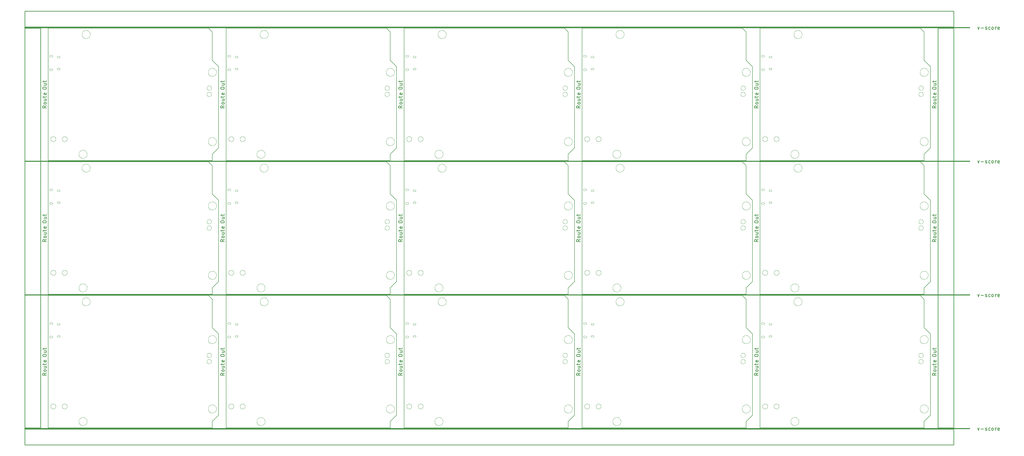
<source format=gko>
G04 EAGLE Gerber RS-274X export*
G75*
%MOMM*%
%FSLAX34Y34*%
%LPD*%
%IN*%
%IPPOS*%
%AMOC8*
5,1,8,0,0,1.08239X$1,22.5*%
G01*
%ADD10C,0.203200*%
%ADD11C,0.279400*%
%ADD12C,0.381000*%
%ADD13C,0.254000*%
%ADD14C,0.000000*%
%ADD15C,0.020000*%


D10*
X0Y533400D02*
X645160Y533400D01*
X660400Y518160D01*
X660400Y403860D02*
X685800Y378460D01*
X685800Y50800D01*
X660400Y25400D01*
X660400Y0D01*
X0Y0D01*
X0Y533400D01*
X660400Y518160D02*
X660400Y403860D01*
D11*
X-7747Y212204D02*
X-22733Y212204D01*
X-22733Y216367D01*
X-22731Y216495D01*
X-22725Y216623D01*
X-22715Y216751D01*
X-22701Y216879D01*
X-22684Y217006D01*
X-22662Y217132D01*
X-22637Y217258D01*
X-22607Y217382D01*
X-22574Y217506D01*
X-22537Y217629D01*
X-22496Y217751D01*
X-22452Y217871D01*
X-22404Y217990D01*
X-22352Y218107D01*
X-22297Y218223D01*
X-22238Y218336D01*
X-22175Y218449D01*
X-22109Y218559D01*
X-22040Y218666D01*
X-21968Y218772D01*
X-21892Y218876D01*
X-21813Y218977D01*
X-21731Y219076D01*
X-21646Y219172D01*
X-21559Y219265D01*
X-21468Y219356D01*
X-21375Y219443D01*
X-21279Y219528D01*
X-21180Y219610D01*
X-21079Y219689D01*
X-20975Y219765D01*
X-20869Y219837D01*
X-20762Y219906D01*
X-20651Y219972D01*
X-20539Y220035D01*
X-20426Y220094D01*
X-20310Y220149D01*
X-20193Y220201D01*
X-20074Y220249D01*
X-19954Y220293D01*
X-19832Y220334D01*
X-19709Y220371D01*
X-19585Y220404D01*
X-19461Y220434D01*
X-19335Y220459D01*
X-19209Y220481D01*
X-19082Y220498D01*
X-18954Y220512D01*
X-18826Y220522D01*
X-18698Y220528D01*
X-18570Y220530D01*
X-18442Y220528D01*
X-18314Y220522D01*
X-18186Y220512D01*
X-18058Y220498D01*
X-17931Y220481D01*
X-17805Y220459D01*
X-17679Y220434D01*
X-17555Y220404D01*
X-17431Y220371D01*
X-17308Y220334D01*
X-17186Y220293D01*
X-17066Y220249D01*
X-16947Y220201D01*
X-16830Y220149D01*
X-16714Y220094D01*
X-16601Y220035D01*
X-16489Y219972D01*
X-16378Y219906D01*
X-16271Y219837D01*
X-16165Y219765D01*
X-16061Y219689D01*
X-15960Y219610D01*
X-15861Y219528D01*
X-15765Y219443D01*
X-15672Y219356D01*
X-15581Y219265D01*
X-15494Y219172D01*
X-15409Y219076D01*
X-15327Y218977D01*
X-15248Y218876D01*
X-15172Y218772D01*
X-15100Y218666D01*
X-15031Y218559D01*
X-14965Y218449D01*
X-14902Y218336D01*
X-14843Y218223D01*
X-14788Y218107D01*
X-14736Y217990D01*
X-14688Y217871D01*
X-14644Y217751D01*
X-14603Y217629D01*
X-14566Y217506D01*
X-14533Y217382D01*
X-14503Y217258D01*
X-14478Y217132D01*
X-14456Y217006D01*
X-14439Y216879D01*
X-14425Y216751D01*
X-14415Y216623D01*
X-14409Y216495D01*
X-14407Y216367D01*
X-14407Y212204D01*
X-14407Y217199D02*
X-7747Y220529D01*
X-11077Y227488D02*
X-14407Y227488D01*
X-14521Y227490D01*
X-14634Y227496D01*
X-14748Y227505D01*
X-14860Y227519D01*
X-14973Y227536D01*
X-15085Y227558D01*
X-15195Y227583D01*
X-15305Y227611D01*
X-15414Y227644D01*
X-15522Y227680D01*
X-15629Y227720D01*
X-15734Y227764D01*
X-15837Y227811D01*
X-15939Y227861D01*
X-16039Y227915D01*
X-16137Y227973D01*
X-16233Y228034D01*
X-16327Y228097D01*
X-16419Y228165D01*
X-16509Y228235D01*
X-16595Y228308D01*
X-16680Y228384D01*
X-16762Y228463D01*
X-16841Y228545D01*
X-16917Y228630D01*
X-16990Y228716D01*
X-17060Y228806D01*
X-17128Y228898D01*
X-17191Y228992D01*
X-17252Y229088D01*
X-17310Y229186D01*
X-17364Y229286D01*
X-17414Y229388D01*
X-17461Y229491D01*
X-17505Y229596D01*
X-17545Y229703D01*
X-17581Y229811D01*
X-17614Y229920D01*
X-17642Y230030D01*
X-17667Y230140D01*
X-17689Y230252D01*
X-17706Y230365D01*
X-17720Y230477D01*
X-17729Y230591D01*
X-17735Y230704D01*
X-17737Y230818D01*
X-17735Y230932D01*
X-17729Y231045D01*
X-17720Y231159D01*
X-17706Y231271D01*
X-17689Y231384D01*
X-17667Y231496D01*
X-17642Y231606D01*
X-17614Y231716D01*
X-17581Y231825D01*
X-17545Y231933D01*
X-17505Y232040D01*
X-17461Y232145D01*
X-17414Y232248D01*
X-17364Y232350D01*
X-17310Y232450D01*
X-17252Y232548D01*
X-17191Y232644D01*
X-17128Y232738D01*
X-17060Y232830D01*
X-16990Y232920D01*
X-16917Y233006D01*
X-16841Y233091D01*
X-16762Y233173D01*
X-16680Y233252D01*
X-16595Y233328D01*
X-16509Y233401D01*
X-16419Y233471D01*
X-16327Y233539D01*
X-16233Y233602D01*
X-16137Y233663D01*
X-16039Y233721D01*
X-15939Y233775D01*
X-15837Y233825D01*
X-15734Y233872D01*
X-15629Y233916D01*
X-15522Y233956D01*
X-15414Y233992D01*
X-15305Y234025D01*
X-15195Y234053D01*
X-15085Y234078D01*
X-14973Y234100D01*
X-14860Y234117D01*
X-14748Y234131D01*
X-14634Y234140D01*
X-14521Y234146D01*
X-14407Y234148D01*
X-11077Y234148D01*
X-10963Y234146D01*
X-10850Y234140D01*
X-10736Y234131D01*
X-10624Y234117D01*
X-10511Y234100D01*
X-10399Y234078D01*
X-10289Y234053D01*
X-10179Y234025D01*
X-10070Y233992D01*
X-9962Y233956D01*
X-9855Y233916D01*
X-9750Y233872D01*
X-9647Y233825D01*
X-9545Y233775D01*
X-9445Y233721D01*
X-9347Y233663D01*
X-9251Y233602D01*
X-9157Y233539D01*
X-9065Y233471D01*
X-8975Y233401D01*
X-8889Y233328D01*
X-8804Y233252D01*
X-8722Y233173D01*
X-8643Y233091D01*
X-8567Y233006D01*
X-8494Y232920D01*
X-8424Y232830D01*
X-8356Y232738D01*
X-8293Y232644D01*
X-8232Y232548D01*
X-8174Y232450D01*
X-8120Y232350D01*
X-8070Y232248D01*
X-8023Y232145D01*
X-7979Y232040D01*
X-7939Y231933D01*
X-7903Y231825D01*
X-7870Y231716D01*
X-7842Y231606D01*
X-7817Y231496D01*
X-7795Y231384D01*
X-7778Y231271D01*
X-7764Y231159D01*
X-7755Y231045D01*
X-7749Y230932D01*
X-7747Y230818D01*
X-7749Y230704D01*
X-7755Y230591D01*
X-7764Y230477D01*
X-7778Y230365D01*
X-7795Y230252D01*
X-7817Y230140D01*
X-7842Y230030D01*
X-7870Y229920D01*
X-7903Y229811D01*
X-7939Y229703D01*
X-7979Y229596D01*
X-8023Y229491D01*
X-8070Y229388D01*
X-8120Y229286D01*
X-8174Y229186D01*
X-8232Y229088D01*
X-8293Y228992D01*
X-8356Y228898D01*
X-8424Y228806D01*
X-8494Y228716D01*
X-8567Y228630D01*
X-8643Y228545D01*
X-8722Y228463D01*
X-8804Y228384D01*
X-8889Y228308D01*
X-8975Y228235D01*
X-9065Y228165D01*
X-9157Y228097D01*
X-9251Y228034D01*
X-9347Y227973D01*
X-9445Y227915D01*
X-9545Y227861D01*
X-9647Y227811D01*
X-9750Y227764D01*
X-9855Y227720D01*
X-9962Y227680D01*
X-10070Y227644D01*
X-10179Y227611D01*
X-10289Y227583D01*
X-10399Y227558D01*
X-10511Y227536D01*
X-10624Y227519D01*
X-10736Y227505D01*
X-10850Y227496D01*
X-10963Y227490D01*
X-11077Y227488D01*
X-10245Y241556D02*
X-17738Y241556D01*
X-10245Y241555D02*
X-10147Y241557D01*
X-10049Y241563D01*
X-9951Y241572D01*
X-9854Y241586D01*
X-9758Y241603D01*
X-9662Y241624D01*
X-9567Y241649D01*
X-9473Y241677D01*
X-9380Y241709D01*
X-9289Y241745D01*
X-9199Y241784D01*
X-9111Y241827D01*
X-9024Y241874D01*
X-8940Y241923D01*
X-8857Y241976D01*
X-8777Y242032D01*
X-8699Y242091D01*
X-8623Y242154D01*
X-8549Y242219D01*
X-8479Y242287D01*
X-8411Y242357D01*
X-8346Y242431D01*
X-8283Y242507D01*
X-8224Y242585D01*
X-8168Y242665D01*
X-8115Y242748D01*
X-8066Y242832D01*
X-8019Y242919D01*
X-7976Y243007D01*
X-7937Y243097D01*
X-7901Y243188D01*
X-7869Y243281D01*
X-7841Y243375D01*
X-7816Y243470D01*
X-7795Y243566D01*
X-7778Y243662D01*
X-7764Y243759D01*
X-7755Y243857D01*
X-7749Y243955D01*
X-7747Y244053D01*
X-7747Y248216D01*
X-17738Y248216D01*
X-17738Y254197D02*
X-17738Y259192D01*
X-22733Y255862D02*
X-10245Y255862D01*
X-10147Y255864D01*
X-10049Y255870D01*
X-9951Y255879D01*
X-9854Y255893D01*
X-9758Y255910D01*
X-9662Y255931D01*
X-9567Y255956D01*
X-9473Y255984D01*
X-9380Y256016D01*
X-9289Y256052D01*
X-9199Y256091D01*
X-9111Y256134D01*
X-9024Y256181D01*
X-8940Y256230D01*
X-8857Y256283D01*
X-8777Y256339D01*
X-8699Y256398D01*
X-8623Y256461D01*
X-8549Y256526D01*
X-8479Y256594D01*
X-8411Y256664D01*
X-8346Y256738D01*
X-8283Y256814D01*
X-8224Y256892D01*
X-8168Y256972D01*
X-8115Y257055D01*
X-8066Y257139D01*
X-8019Y257226D01*
X-7976Y257314D01*
X-7937Y257404D01*
X-7901Y257495D01*
X-7869Y257588D01*
X-7841Y257682D01*
X-7816Y257777D01*
X-7795Y257873D01*
X-7778Y257969D01*
X-7764Y258066D01*
X-7755Y258164D01*
X-7749Y258262D01*
X-7747Y258360D01*
X-7747Y259192D01*
X-7747Y268021D02*
X-7747Y272184D01*
X-7747Y268021D02*
X-7749Y267923D01*
X-7755Y267825D01*
X-7764Y267727D01*
X-7778Y267630D01*
X-7795Y267534D01*
X-7816Y267438D01*
X-7841Y267343D01*
X-7869Y267249D01*
X-7901Y267156D01*
X-7937Y267065D01*
X-7976Y266975D01*
X-8019Y266887D01*
X-8066Y266800D01*
X-8115Y266716D01*
X-8168Y266633D01*
X-8224Y266553D01*
X-8283Y266475D01*
X-8346Y266399D01*
X-8411Y266325D01*
X-8479Y266255D01*
X-8549Y266187D01*
X-8623Y266122D01*
X-8699Y266059D01*
X-8777Y266000D01*
X-8857Y265944D01*
X-8940Y265891D01*
X-9024Y265842D01*
X-9111Y265795D01*
X-9199Y265752D01*
X-9289Y265713D01*
X-9380Y265677D01*
X-9473Y265645D01*
X-9567Y265617D01*
X-9662Y265592D01*
X-9758Y265571D01*
X-9854Y265554D01*
X-9951Y265540D01*
X-10049Y265531D01*
X-10147Y265525D01*
X-10245Y265523D01*
X-10245Y265524D02*
X-14407Y265524D01*
X-14521Y265526D01*
X-14634Y265532D01*
X-14748Y265541D01*
X-14860Y265555D01*
X-14973Y265572D01*
X-15085Y265594D01*
X-15195Y265619D01*
X-15305Y265647D01*
X-15414Y265680D01*
X-15522Y265716D01*
X-15629Y265756D01*
X-15734Y265800D01*
X-15837Y265847D01*
X-15939Y265897D01*
X-16039Y265951D01*
X-16137Y266009D01*
X-16233Y266070D01*
X-16327Y266133D01*
X-16419Y266201D01*
X-16509Y266271D01*
X-16595Y266344D01*
X-16680Y266420D01*
X-16762Y266499D01*
X-16841Y266581D01*
X-16917Y266666D01*
X-16990Y266752D01*
X-17060Y266842D01*
X-17128Y266934D01*
X-17191Y267028D01*
X-17252Y267124D01*
X-17310Y267222D01*
X-17364Y267322D01*
X-17414Y267424D01*
X-17461Y267527D01*
X-17505Y267632D01*
X-17545Y267739D01*
X-17581Y267847D01*
X-17614Y267956D01*
X-17642Y268066D01*
X-17667Y268176D01*
X-17689Y268288D01*
X-17706Y268401D01*
X-17720Y268513D01*
X-17729Y268627D01*
X-17735Y268740D01*
X-17737Y268854D01*
X-17735Y268968D01*
X-17729Y269081D01*
X-17720Y269195D01*
X-17706Y269307D01*
X-17689Y269420D01*
X-17667Y269532D01*
X-17642Y269642D01*
X-17614Y269752D01*
X-17581Y269861D01*
X-17545Y269969D01*
X-17505Y270076D01*
X-17461Y270181D01*
X-17414Y270284D01*
X-17364Y270386D01*
X-17310Y270486D01*
X-17252Y270584D01*
X-17191Y270680D01*
X-17128Y270774D01*
X-17060Y270866D01*
X-16990Y270956D01*
X-16917Y271042D01*
X-16841Y271127D01*
X-16762Y271209D01*
X-16680Y271288D01*
X-16595Y271364D01*
X-16509Y271437D01*
X-16419Y271507D01*
X-16327Y271575D01*
X-16233Y271638D01*
X-16137Y271699D01*
X-16039Y271757D01*
X-15939Y271811D01*
X-15837Y271861D01*
X-15734Y271908D01*
X-15629Y271952D01*
X-15522Y271992D01*
X-15414Y272028D01*
X-15305Y272061D01*
X-15195Y272089D01*
X-15085Y272114D01*
X-14973Y272136D01*
X-14860Y272153D01*
X-14748Y272167D01*
X-14634Y272176D01*
X-14521Y272182D01*
X-14407Y272184D01*
X-12742Y272184D01*
X-12742Y265524D01*
X-11910Y287617D02*
X-18570Y287617D01*
X-18698Y287619D01*
X-18826Y287625D01*
X-18954Y287635D01*
X-19082Y287649D01*
X-19209Y287666D01*
X-19335Y287688D01*
X-19461Y287713D01*
X-19585Y287743D01*
X-19709Y287776D01*
X-19832Y287813D01*
X-19954Y287854D01*
X-20074Y287898D01*
X-20193Y287946D01*
X-20310Y287998D01*
X-20426Y288053D01*
X-20539Y288112D01*
X-20652Y288175D01*
X-20762Y288241D01*
X-20869Y288310D01*
X-20975Y288382D01*
X-21079Y288458D01*
X-21180Y288537D01*
X-21279Y288619D01*
X-21375Y288704D01*
X-21468Y288791D01*
X-21559Y288882D01*
X-21646Y288975D01*
X-21731Y289071D01*
X-21813Y289170D01*
X-21892Y289271D01*
X-21968Y289375D01*
X-22040Y289481D01*
X-22109Y289588D01*
X-22175Y289699D01*
X-22238Y289811D01*
X-22297Y289924D01*
X-22352Y290040D01*
X-22404Y290157D01*
X-22452Y290276D01*
X-22496Y290396D01*
X-22537Y290518D01*
X-22574Y290641D01*
X-22607Y290765D01*
X-22637Y290889D01*
X-22662Y291015D01*
X-22684Y291141D01*
X-22701Y291268D01*
X-22715Y291396D01*
X-22725Y291524D01*
X-22731Y291652D01*
X-22733Y291780D01*
X-22731Y291908D01*
X-22725Y292036D01*
X-22715Y292164D01*
X-22701Y292292D01*
X-22684Y292419D01*
X-22662Y292545D01*
X-22637Y292671D01*
X-22607Y292795D01*
X-22574Y292919D01*
X-22537Y293042D01*
X-22496Y293164D01*
X-22452Y293284D01*
X-22404Y293403D01*
X-22352Y293520D01*
X-22297Y293636D01*
X-22238Y293749D01*
X-22175Y293862D01*
X-22109Y293972D01*
X-22040Y294079D01*
X-21968Y294185D01*
X-21892Y294289D01*
X-21813Y294390D01*
X-21731Y294489D01*
X-21646Y294585D01*
X-21559Y294678D01*
X-21468Y294769D01*
X-21375Y294856D01*
X-21279Y294941D01*
X-21180Y295023D01*
X-21079Y295102D01*
X-20975Y295178D01*
X-20869Y295250D01*
X-20762Y295319D01*
X-20651Y295385D01*
X-20539Y295448D01*
X-20426Y295507D01*
X-20310Y295562D01*
X-20193Y295614D01*
X-20074Y295662D01*
X-19954Y295706D01*
X-19832Y295747D01*
X-19709Y295784D01*
X-19585Y295817D01*
X-19461Y295847D01*
X-19335Y295872D01*
X-19209Y295894D01*
X-19082Y295911D01*
X-18954Y295925D01*
X-18826Y295935D01*
X-18698Y295941D01*
X-18570Y295943D01*
X-18570Y295942D02*
X-11910Y295942D01*
X-11910Y295943D02*
X-11782Y295941D01*
X-11654Y295935D01*
X-11526Y295925D01*
X-11398Y295911D01*
X-11271Y295894D01*
X-11145Y295872D01*
X-11019Y295847D01*
X-10895Y295817D01*
X-10771Y295784D01*
X-10648Y295747D01*
X-10526Y295706D01*
X-10406Y295662D01*
X-10287Y295614D01*
X-10170Y295562D01*
X-10054Y295507D01*
X-9941Y295448D01*
X-9828Y295385D01*
X-9718Y295319D01*
X-9611Y295250D01*
X-9505Y295178D01*
X-9401Y295102D01*
X-9300Y295023D01*
X-9201Y294941D01*
X-9105Y294856D01*
X-9012Y294769D01*
X-8921Y294678D01*
X-8834Y294585D01*
X-8749Y294489D01*
X-8667Y294390D01*
X-8588Y294289D01*
X-8512Y294185D01*
X-8440Y294079D01*
X-8371Y293972D01*
X-8305Y293862D01*
X-8242Y293749D01*
X-8183Y293636D01*
X-8128Y293520D01*
X-8076Y293403D01*
X-8028Y293284D01*
X-7984Y293164D01*
X-7943Y293042D01*
X-7906Y292919D01*
X-7873Y292795D01*
X-7843Y292671D01*
X-7818Y292545D01*
X-7796Y292419D01*
X-7779Y292292D01*
X-7765Y292164D01*
X-7755Y292036D01*
X-7749Y291908D01*
X-7747Y291780D01*
X-7749Y291652D01*
X-7755Y291524D01*
X-7765Y291396D01*
X-7779Y291268D01*
X-7796Y291141D01*
X-7818Y291015D01*
X-7843Y290889D01*
X-7873Y290765D01*
X-7906Y290641D01*
X-7943Y290518D01*
X-7984Y290396D01*
X-8028Y290276D01*
X-8076Y290157D01*
X-8128Y290040D01*
X-8183Y289924D01*
X-8242Y289811D01*
X-8305Y289699D01*
X-8371Y289588D01*
X-8440Y289481D01*
X-8512Y289375D01*
X-8588Y289271D01*
X-8667Y289170D01*
X-8749Y289071D01*
X-8834Y288975D01*
X-8921Y288882D01*
X-9012Y288791D01*
X-9105Y288704D01*
X-9201Y288619D01*
X-9300Y288537D01*
X-9401Y288458D01*
X-9505Y288382D01*
X-9611Y288310D01*
X-9718Y288241D01*
X-9829Y288175D01*
X-9941Y288112D01*
X-10054Y288053D01*
X-10170Y287998D01*
X-10287Y287946D01*
X-10406Y287898D01*
X-10526Y287854D01*
X-10648Y287813D01*
X-10771Y287776D01*
X-10895Y287743D01*
X-11019Y287713D01*
X-11145Y287688D01*
X-11271Y287666D01*
X-11398Y287649D01*
X-11526Y287635D01*
X-11654Y287625D01*
X-11782Y287619D01*
X-11910Y287617D01*
X-10245Y303559D02*
X-17738Y303559D01*
X-10245Y303559D02*
X-10147Y303561D01*
X-10049Y303567D01*
X-9951Y303576D01*
X-9854Y303590D01*
X-9758Y303607D01*
X-9662Y303628D01*
X-9567Y303653D01*
X-9473Y303681D01*
X-9380Y303713D01*
X-9289Y303749D01*
X-9199Y303788D01*
X-9111Y303831D01*
X-9024Y303878D01*
X-8940Y303927D01*
X-8857Y303980D01*
X-8777Y304036D01*
X-8699Y304095D01*
X-8623Y304158D01*
X-8549Y304223D01*
X-8479Y304291D01*
X-8411Y304361D01*
X-8346Y304435D01*
X-8283Y304511D01*
X-8224Y304589D01*
X-8168Y304669D01*
X-8115Y304752D01*
X-8066Y304836D01*
X-8019Y304923D01*
X-7976Y305011D01*
X-7937Y305101D01*
X-7901Y305192D01*
X-7869Y305285D01*
X-7841Y305379D01*
X-7816Y305474D01*
X-7795Y305570D01*
X-7778Y305666D01*
X-7764Y305763D01*
X-7755Y305861D01*
X-7749Y305959D01*
X-7747Y306057D01*
X-7747Y310220D01*
X-17738Y310220D01*
X-17738Y316201D02*
X-17738Y321196D01*
X-22733Y317866D02*
X-10245Y317866D01*
X-10147Y317868D01*
X-10049Y317874D01*
X-9951Y317883D01*
X-9854Y317897D01*
X-9758Y317914D01*
X-9662Y317935D01*
X-9567Y317960D01*
X-9473Y317988D01*
X-9380Y318020D01*
X-9289Y318056D01*
X-9199Y318095D01*
X-9111Y318138D01*
X-9024Y318185D01*
X-8940Y318234D01*
X-8857Y318287D01*
X-8777Y318343D01*
X-8699Y318402D01*
X-8623Y318465D01*
X-8549Y318530D01*
X-8479Y318598D01*
X-8411Y318668D01*
X-8346Y318742D01*
X-8283Y318818D01*
X-8224Y318896D01*
X-8168Y318976D01*
X-8115Y319059D01*
X-8066Y319143D01*
X-8019Y319230D01*
X-7976Y319318D01*
X-7937Y319408D01*
X-7901Y319499D01*
X-7869Y319592D01*
X-7841Y319686D01*
X-7816Y319781D01*
X-7795Y319877D01*
X-7778Y319973D01*
X-7764Y320070D01*
X-7755Y320168D01*
X-7749Y320266D01*
X-7747Y320364D01*
X-7747Y321196D01*
D10*
X716280Y533400D02*
X1361440Y533400D01*
X1376680Y518160D01*
X1376680Y403860D02*
X1402080Y378460D01*
X1402080Y50800D01*
X1376680Y25400D01*
X1376680Y0D01*
X716280Y0D01*
X716280Y533400D01*
X1376680Y518160D02*
X1376680Y403860D01*
D11*
X708533Y212204D02*
X693547Y212204D01*
X693547Y216367D01*
X693549Y216495D01*
X693555Y216623D01*
X693565Y216751D01*
X693579Y216879D01*
X693596Y217006D01*
X693618Y217132D01*
X693643Y217258D01*
X693673Y217382D01*
X693706Y217506D01*
X693743Y217629D01*
X693784Y217751D01*
X693828Y217871D01*
X693876Y217990D01*
X693928Y218107D01*
X693983Y218223D01*
X694042Y218336D01*
X694105Y218449D01*
X694171Y218559D01*
X694240Y218666D01*
X694312Y218772D01*
X694388Y218876D01*
X694467Y218977D01*
X694549Y219076D01*
X694634Y219172D01*
X694721Y219265D01*
X694812Y219356D01*
X694905Y219443D01*
X695001Y219528D01*
X695100Y219610D01*
X695201Y219689D01*
X695305Y219765D01*
X695411Y219837D01*
X695518Y219906D01*
X695629Y219972D01*
X695741Y220035D01*
X695854Y220094D01*
X695970Y220149D01*
X696087Y220201D01*
X696206Y220249D01*
X696326Y220293D01*
X696448Y220334D01*
X696571Y220371D01*
X696695Y220404D01*
X696819Y220434D01*
X696945Y220459D01*
X697071Y220481D01*
X697198Y220498D01*
X697326Y220512D01*
X697454Y220522D01*
X697582Y220528D01*
X697710Y220530D01*
X697838Y220528D01*
X697966Y220522D01*
X698094Y220512D01*
X698222Y220498D01*
X698349Y220481D01*
X698475Y220459D01*
X698601Y220434D01*
X698725Y220404D01*
X698849Y220371D01*
X698972Y220334D01*
X699094Y220293D01*
X699214Y220249D01*
X699333Y220201D01*
X699450Y220149D01*
X699566Y220094D01*
X699679Y220035D01*
X699792Y219972D01*
X699902Y219906D01*
X700009Y219837D01*
X700115Y219765D01*
X700219Y219689D01*
X700320Y219610D01*
X700419Y219528D01*
X700515Y219443D01*
X700608Y219356D01*
X700699Y219265D01*
X700786Y219172D01*
X700871Y219076D01*
X700953Y218977D01*
X701032Y218876D01*
X701108Y218772D01*
X701180Y218666D01*
X701249Y218559D01*
X701315Y218449D01*
X701378Y218336D01*
X701437Y218223D01*
X701492Y218107D01*
X701544Y217990D01*
X701592Y217871D01*
X701636Y217751D01*
X701677Y217629D01*
X701714Y217506D01*
X701747Y217382D01*
X701777Y217258D01*
X701802Y217132D01*
X701824Y217006D01*
X701841Y216879D01*
X701855Y216751D01*
X701865Y216623D01*
X701871Y216495D01*
X701873Y216367D01*
X701873Y212204D01*
X701873Y217199D02*
X708533Y220529D01*
X705203Y227488D02*
X701873Y227488D01*
X701759Y227490D01*
X701646Y227496D01*
X701532Y227505D01*
X701420Y227519D01*
X701307Y227536D01*
X701195Y227558D01*
X701085Y227583D01*
X700975Y227611D01*
X700866Y227644D01*
X700758Y227680D01*
X700651Y227720D01*
X700546Y227764D01*
X700443Y227811D01*
X700341Y227861D01*
X700241Y227915D01*
X700143Y227973D01*
X700047Y228034D01*
X699953Y228097D01*
X699861Y228165D01*
X699771Y228235D01*
X699685Y228308D01*
X699600Y228384D01*
X699518Y228463D01*
X699439Y228545D01*
X699363Y228630D01*
X699290Y228716D01*
X699220Y228806D01*
X699152Y228898D01*
X699089Y228992D01*
X699028Y229088D01*
X698970Y229186D01*
X698916Y229286D01*
X698866Y229388D01*
X698819Y229491D01*
X698775Y229596D01*
X698735Y229703D01*
X698699Y229811D01*
X698666Y229920D01*
X698638Y230030D01*
X698613Y230140D01*
X698591Y230252D01*
X698574Y230365D01*
X698560Y230477D01*
X698551Y230591D01*
X698545Y230704D01*
X698543Y230818D01*
X698545Y230932D01*
X698551Y231045D01*
X698560Y231159D01*
X698574Y231271D01*
X698591Y231384D01*
X698613Y231496D01*
X698638Y231606D01*
X698666Y231716D01*
X698699Y231825D01*
X698735Y231933D01*
X698775Y232040D01*
X698819Y232145D01*
X698866Y232248D01*
X698916Y232350D01*
X698970Y232450D01*
X699028Y232548D01*
X699089Y232644D01*
X699152Y232738D01*
X699220Y232830D01*
X699290Y232920D01*
X699363Y233006D01*
X699439Y233091D01*
X699518Y233173D01*
X699600Y233252D01*
X699685Y233328D01*
X699771Y233401D01*
X699861Y233471D01*
X699953Y233539D01*
X700047Y233602D01*
X700143Y233663D01*
X700241Y233721D01*
X700341Y233775D01*
X700443Y233825D01*
X700546Y233872D01*
X700651Y233916D01*
X700758Y233956D01*
X700866Y233992D01*
X700975Y234025D01*
X701085Y234053D01*
X701195Y234078D01*
X701307Y234100D01*
X701420Y234117D01*
X701532Y234131D01*
X701646Y234140D01*
X701759Y234146D01*
X701873Y234148D01*
X705203Y234148D01*
X705317Y234146D01*
X705430Y234140D01*
X705544Y234131D01*
X705656Y234117D01*
X705769Y234100D01*
X705881Y234078D01*
X705991Y234053D01*
X706101Y234025D01*
X706210Y233992D01*
X706318Y233956D01*
X706425Y233916D01*
X706530Y233872D01*
X706633Y233825D01*
X706735Y233775D01*
X706835Y233721D01*
X706933Y233663D01*
X707029Y233602D01*
X707123Y233539D01*
X707215Y233471D01*
X707305Y233401D01*
X707391Y233328D01*
X707476Y233252D01*
X707558Y233173D01*
X707637Y233091D01*
X707713Y233006D01*
X707786Y232920D01*
X707856Y232830D01*
X707924Y232738D01*
X707987Y232644D01*
X708048Y232548D01*
X708106Y232450D01*
X708160Y232350D01*
X708210Y232248D01*
X708257Y232145D01*
X708301Y232040D01*
X708341Y231933D01*
X708377Y231825D01*
X708410Y231716D01*
X708438Y231606D01*
X708463Y231496D01*
X708485Y231384D01*
X708502Y231271D01*
X708516Y231159D01*
X708525Y231045D01*
X708531Y230932D01*
X708533Y230818D01*
X708531Y230704D01*
X708525Y230591D01*
X708516Y230477D01*
X708502Y230365D01*
X708485Y230252D01*
X708463Y230140D01*
X708438Y230030D01*
X708410Y229920D01*
X708377Y229811D01*
X708341Y229703D01*
X708301Y229596D01*
X708257Y229491D01*
X708210Y229388D01*
X708160Y229286D01*
X708106Y229186D01*
X708048Y229088D01*
X707987Y228992D01*
X707924Y228898D01*
X707856Y228806D01*
X707786Y228716D01*
X707713Y228630D01*
X707637Y228545D01*
X707558Y228463D01*
X707476Y228384D01*
X707391Y228308D01*
X707305Y228235D01*
X707215Y228165D01*
X707123Y228097D01*
X707029Y228034D01*
X706933Y227973D01*
X706835Y227915D01*
X706735Y227861D01*
X706633Y227811D01*
X706530Y227764D01*
X706425Y227720D01*
X706318Y227680D01*
X706210Y227644D01*
X706101Y227611D01*
X705991Y227583D01*
X705881Y227558D01*
X705769Y227536D01*
X705656Y227519D01*
X705544Y227505D01*
X705430Y227496D01*
X705317Y227490D01*
X705203Y227488D01*
X706035Y241556D02*
X698542Y241556D01*
X706035Y241555D02*
X706133Y241557D01*
X706231Y241563D01*
X706329Y241572D01*
X706426Y241586D01*
X706522Y241603D01*
X706618Y241624D01*
X706713Y241649D01*
X706807Y241677D01*
X706900Y241709D01*
X706991Y241745D01*
X707081Y241784D01*
X707169Y241827D01*
X707256Y241874D01*
X707340Y241923D01*
X707423Y241976D01*
X707503Y242032D01*
X707582Y242091D01*
X707657Y242154D01*
X707731Y242219D01*
X707801Y242287D01*
X707869Y242357D01*
X707935Y242431D01*
X707997Y242507D01*
X708056Y242585D01*
X708112Y242665D01*
X708165Y242748D01*
X708215Y242832D01*
X708261Y242919D01*
X708304Y243007D01*
X708343Y243097D01*
X708379Y243188D01*
X708411Y243281D01*
X708439Y243375D01*
X708464Y243470D01*
X708485Y243566D01*
X708502Y243662D01*
X708516Y243759D01*
X708525Y243857D01*
X708531Y243955D01*
X708533Y244053D01*
X708533Y248216D01*
X698542Y248216D01*
X698542Y254197D02*
X698542Y259192D01*
X693547Y255862D02*
X706035Y255862D01*
X706133Y255864D01*
X706231Y255870D01*
X706329Y255879D01*
X706426Y255893D01*
X706522Y255910D01*
X706618Y255931D01*
X706713Y255956D01*
X706807Y255984D01*
X706900Y256016D01*
X706991Y256052D01*
X707081Y256091D01*
X707169Y256134D01*
X707256Y256181D01*
X707340Y256230D01*
X707423Y256283D01*
X707503Y256339D01*
X707582Y256398D01*
X707657Y256461D01*
X707731Y256526D01*
X707801Y256594D01*
X707869Y256664D01*
X707935Y256738D01*
X707997Y256814D01*
X708056Y256892D01*
X708112Y256972D01*
X708165Y257055D01*
X708215Y257139D01*
X708261Y257226D01*
X708304Y257314D01*
X708343Y257404D01*
X708379Y257495D01*
X708411Y257588D01*
X708439Y257682D01*
X708464Y257777D01*
X708485Y257873D01*
X708502Y257969D01*
X708516Y258066D01*
X708525Y258164D01*
X708531Y258262D01*
X708533Y258360D01*
X708533Y259192D01*
X708533Y268021D02*
X708533Y272184D01*
X708533Y268021D02*
X708531Y267923D01*
X708525Y267825D01*
X708516Y267727D01*
X708502Y267630D01*
X708485Y267534D01*
X708464Y267438D01*
X708439Y267343D01*
X708411Y267249D01*
X708379Y267156D01*
X708343Y267065D01*
X708304Y266975D01*
X708261Y266887D01*
X708214Y266800D01*
X708165Y266716D01*
X708112Y266633D01*
X708056Y266553D01*
X707997Y266475D01*
X707935Y266399D01*
X707869Y266325D01*
X707801Y266255D01*
X707731Y266187D01*
X707657Y266122D01*
X707582Y266059D01*
X707503Y266000D01*
X707423Y265944D01*
X707340Y265891D01*
X707256Y265842D01*
X707169Y265795D01*
X707081Y265752D01*
X706991Y265713D01*
X706900Y265677D01*
X706807Y265645D01*
X706713Y265617D01*
X706618Y265592D01*
X706522Y265571D01*
X706426Y265554D01*
X706329Y265540D01*
X706231Y265531D01*
X706133Y265525D01*
X706035Y265523D01*
X706035Y265524D02*
X701873Y265524D01*
X701759Y265526D01*
X701646Y265532D01*
X701532Y265541D01*
X701420Y265555D01*
X701307Y265572D01*
X701195Y265594D01*
X701085Y265619D01*
X700975Y265647D01*
X700866Y265680D01*
X700758Y265716D01*
X700651Y265756D01*
X700546Y265800D01*
X700443Y265847D01*
X700341Y265897D01*
X700241Y265951D01*
X700143Y266009D01*
X700047Y266070D01*
X699953Y266133D01*
X699861Y266201D01*
X699771Y266271D01*
X699685Y266344D01*
X699600Y266420D01*
X699518Y266499D01*
X699439Y266581D01*
X699363Y266666D01*
X699290Y266752D01*
X699220Y266842D01*
X699152Y266934D01*
X699089Y267028D01*
X699028Y267124D01*
X698970Y267222D01*
X698916Y267322D01*
X698866Y267424D01*
X698819Y267527D01*
X698775Y267632D01*
X698735Y267739D01*
X698699Y267847D01*
X698666Y267956D01*
X698638Y268066D01*
X698613Y268176D01*
X698591Y268288D01*
X698574Y268401D01*
X698560Y268513D01*
X698551Y268627D01*
X698545Y268740D01*
X698543Y268854D01*
X698545Y268968D01*
X698551Y269081D01*
X698560Y269195D01*
X698574Y269307D01*
X698591Y269420D01*
X698613Y269532D01*
X698638Y269642D01*
X698666Y269752D01*
X698699Y269861D01*
X698735Y269969D01*
X698775Y270076D01*
X698819Y270181D01*
X698866Y270284D01*
X698916Y270386D01*
X698970Y270486D01*
X699028Y270584D01*
X699089Y270680D01*
X699152Y270774D01*
X699220Y270866D01*
X699290Y270956D01*
X699363Y271042D01*
X699439Y271127D01*
X699518Y271209D01*
X699600Y271288D01*
X699685Y271364D01*
X699771Y271437D01*
X699861Y271507D01*
X699953Y271575D01*
X700047Y271638D01*
X700143Y271699D01*
X700241Y271757D01*
X700341Y271811D01*
X700443Y271861D01*
X700546Y271908D01*
X700651Y271952D01*
X700758Y271992D01*
X700866Y272028D01*
X700975Y272061D01*
X701085Y272089D01*
X701195Y272114D01*
X701307Y272136D01*
X701420Y272153D01*
X701532Y272167D01*
X701646Y272176D01*
X701759Y272182D01*
X701873Y272184D01*
X703538Y272184D01*
X703538Y265524D01*
X704370Y287617D02*
X697710Y287617D01*
X697582Y287619D01*
X697454Y287625D01*
X697326Y287635D01*
X697198Y287649D01*
X697071Y287666D01*
X696945Y287688D01*
X696819Y287713D01*
X696695Y287743D01*
X696571Y287776D01*
X696448Y287813D01*
X696326Y287854D01*
X696206Y287898D01*
X696087Y287946D01*
X695970Y287998D01*
X695854Y288053D01*
X695741Y288112D01*
X695629Y288175D01*
X695518Y288241D01*
X695411Y288310D01*
X695305Y288382D01*
X695201Y288458D01*
X695100Y288537D01*
X695001Y288619D01*
X694905Y288704D01*
X694812Y288791D01*
X694721Y288882D01*
X694634Y288975D01*
X694549Y289071D01*
X694467Y289170D01*
X694388Y289271D01*
X694312Y289375D01*
X694240Y289481D01*
X694171Y289588D01*
X694105Y289699D01*
X694042Y289811D01*
X693983Y289924D01*
X693928Y290040D01*
X693876Y290157D01*
X693828Y290276D01*
X693784Y290396D01*
X693743Y290518D01*
X693706Y290641D01*
X693673Y290765D01*
X693643Y290889D01*
X693618Y291015D01*
X693596Y291141D01*
X693579Y291268D01*
X693565Y291396D01*
X693555Y291524D01*
X693549Y291652D01*
X693547Y291780D01*
X693549Y291908D01*
X693555Y292036D01*
X693565Y292164D01*
X693579Y292292D01*
X693596Y292419D01*
X693618Y292545D01*
X693643Y292671D01*
X693673Y292795D01*
X693706Y292919D01*
X693743Y293042D01*
X693784Y293164D01*
X693828Y293284D01*
X693876Y293403D01*
X693928Y293520D01*
X693983Y293636D01*
X694042Y293749D01*
X694105Y293862D01*
X694171Y293972D01*
X694240Y294079D01*
X694312Y294185D01*
X694388Y294289D01*
X694467Y294390D01*
X694549Y294489D01*
X694634Y294585D01*
X694721Y294678D01*
X694812Y294769D01*
X694905Y294856D01*
X695001Y294941D01*
X695100Y295023D01*
X695201Y295102D01*
X695305Y295178D01*
X695411Y295250D01*
X695518Y295319D01*
X695629Y295385D01*
X695741Y295448D01*
X695854Y295507D01*
X695970Y295562D01*
X696087Y295614D01*
X696206Y295662D01*
X696326Y295706D01*
X696448Y295747D01*
X696571Y295784D01*
X696695Y295817D01*
X696819Y295847D01*
X696945Y295872D01*
X697071Y295894D01*
X697198Y295911D01*
X697326Y295925D01*
X697454Y295935D01*
X697582Y295941D01*
X697710Y295943D01*
X697710Y295942D02*
X704370Y295942D01*
X704370Y295943D02*
X704498Y295941D01*
X704626Y295935D01*
X704754Y295925D01*
X704882Y295911D01*
X705009Y295894D01*
X705135Y295872D01*
X705261Y295847D01*
X705385Y295817D01*
X705509Y295784D01*
X705632Y295747D01*
X705754Y295706D01*
X705874Y295662D01*
X705993Y295614D01*
X706110Y295562D01*
X706226Y295507D01*
X706339Y295448D01*
X706452Y295385D01*
X706562Y295319D01*
X706669Y295250D01*
X706775Y295178D01*
X706879Y295102D01*
X706980Y295023D01*
X707079Y294941D01*
X707175Y294856D01*
X707268Y294769D01*
X707359Y294678D01*
X707446Y294585D01*
X707531Y294489D01*
X707613Y294390D01*
X707692Y294289D01*
X707768Y294185D01*
X707840Y294079D01*
X707909Y293972D01*
X707975Y293862D01*
X708038Y293749D01*
X708097Y293636D01*
X708152Y293520D01*
X708204Y293403D01*
X708252Y293284D01*
X708296Y293164D01*
X708337Y293042D01*
X708374Y292919D01*
X708407Y292795D01*
X708437Y292671D01*
X708462Y292545D01*
X708484Y292419D01*
X708501Y292292D01*
X708515Y292164D01*
X708525Y292036D01*
X708531Y291908D01*
X708533Y291780D01*
X708531Y291652D01*
X708525Y291524D01*
X708515Y291396D01*
X708501Y291268D01*
X708484Y291141D01*
X708462Y291015D01*
X708437Y290889D01*
X708407Y290765D01*
X708374Y290641D01*
X708337Y290518D01*
X708296Y290396D01*
X708252Y290276D01*
X708204Y290157D01*
X708152Y290040D01*
X708097Y289924D01*
X708038Y289811D01*
X707975Y289699D01*
X707909Y289588D01*
X707840Y289481D01*
X707768Y289375D01*
X707692Y289271D01*
X707613Y289170D01*
X707531Y289071D01*
X707446Y288975D01*
X707359Y288882D01*
X707268Y288791D01*
X707175Y288704D01*
X707079Y288619D01*
X706980Y288537D01*
X706879Y288458D01*
X706775Y288382D01*
X706669Y288310D01*
X706562Y288241D01*
X706452Y288175D01*
X706339Y288112D01*
X706226Y288053D01*
X706110Y287998D01*
X705993Y287946D01*
X705874Y287898D01*
X705754Y287854D01*
X705632Y287813D01*
X705509Y287776D01*
X705385Y287743D01*
X705261Y287713D01*
X705135Y287688D01*
X705009Y287666D01*
X704882Y287649D01*
X704754Y287635D01*
X704626Y287625D01*
X704498Y287619D01*
X704370Y287617D01*
X706035Y303559D02*
X698542Y303559D01*
X706035Y303559D02*
X706133Y303561D01*
X706231Y303567D01*
X706329Y303576D01*
X706426Y303590D01*
X706522Y303607D01*
X706618Y303628D01*
X706713Y303653D01*
X706807Y303681D01*
X706900Y303713D01*
X706991Y303749D01*
X707081Y303788D01*
X707169Y303831D01*
X707256Y303878D01*
X707340Y303927D01*
X707423Y303980D01*
X707503Y304036D01*
X707582Y304095D01*
X707657Y304158D01*
X707731Y304223D01*
X707801Y304291D01*
X707869Y304361D01*
X707935Y304435D01*
X707997Y304511D01*
X708056Y304589D01*
X708112Y304669D01*
X708165Y304752D01*
X708215Y304836D01*
X708261Y304923D01*
X708304Y305011D01*
X708343Y305101D01*
X708379Y305192D01*
X708411Y305285D01*
X708439Y305379D01*
X708464Y305474D01*
X708485Y305570D01*
X708502Y305666D01*
X708516Y305763D01*
X708525Y305861D01*
X708531Y305959D01*
X708533Y306057D01*
X708533Y310220D01*
X698542Y310220D01*
X698542Y316201D02*
X698542Y321196D01*
X693547Y317866D02*
X706035Y317866D01*
X706035Y317865D02*
X706133Y317867D01*
X706231Y317873D01*
X706329Y317882D01*
X706426Y317896D01*
X706522Y317913D01*
X706618Y317934D01*
X706713Y317959D01*
X706807Y317987D01*
X706900Y318019D01*
X706991Y318055D01*
X707081Y318094D01*
X707169Y318137D01*
X707256Y318184D01*
X707340Y318233D01*
X707423Y318286D01*
X707503Y318342D01*
X707582Y318401D01*
X707657Y318464D01*
X707731Y318529D01*
X707801Y318597D01*
X707869Y318667D01*
X707935Y318741D01*
X707997Y318817D01*
X708056Y318895D01*
X708112Y318975D01*
X708165Y319058D01*
X708215Y319142D01*
X708261Y319229D01*
X708304Y319317D01*
X708343Y319407D01*
X708379Y319498D01*
X708411Y319591D01*
X708439Y319685D01*
X708464Y319780D01*
X708485Y319876D01*
X708502Y319972D01*
X708516Y320069D01*
X708525Y320167D01*
X708531Y320265D01*
X708533Y320363D01*
X708533Y320364D02*
X708533Y321196D01*
D10*
X1432560Y533400D02*
X2077720Y533400D01*
X2092960Y518160D01*
X2092960Y403860D02*
X2118360Y378460D01*
X2118360Y50800D01*
X2092960Y25400D01*
X2092960Y0D01*
X1432560Y0D01*
X1432560Y533400D01*
X2092960Y518160D02*
X2092960Y403860D01*
D11*
X1424813Y212204D02*
X1409827Y212204D01*
X1409827Y216367D01*
X1409829Y216495D01*
X1409835Y216623D01*
X1409845Y216751D01*
X1409859Y216879D01*
X1409876Y217006D01*
X1409898Y217132D01*
X1409923Y217258D01*
X1409953Y217382D01*
X1409986Y217506D01*
X1410023Y217629D01*
X1410064Y217751D01*
X1410108Y217871D01*
X1410156Y217990D01*
X1410208Y218107D01*
X1410263Y218223D01*
X1410322Y218336D01*
X1410385Y218449D01*
X1410451Y218559D01*
X1410520Y218666D01*
X1410592Y218772D01*
X1410668Y218876D01*
X1410747Y218977D01*
X1410829Y219076D01*
X1410914Y219172D01*
X1411001Y219265D01*
X1411092Y219356D01*
X1411185Y219443D01*
X1411281Y219528D01*
X1411380Y219610D01*
X1411481Y219689D01*
X1411585Y219765D01*
X1411691Y219837D01*
X1411798Y219906D01*
X1411909Y219972D01*
X1412021Y220035D01*
X1412134Y220094D01*
X1412250Y220149D01*
X1412367Y220201D01*
X1412486Y220249D01*
X1412606Y220293D01*
X1412728Y220334D01*
X1412851Y220371D01*
X1412975Y220404D01*
X1413099Y220434D01*
X1413225Y220459D01*
X1413351Y220481D01*
X1413478Y220498D01*
X1413606Y220512D01*
X1413734Y220522D01*
X1413862Y220528D01*
X1413990Y220530D01*
X1414118Y220528D01*
X1414246Y220522D01*
X1414374Y220512D01*
X1414502Y220498D01*
X1414629Y220481D01*
X1414755Y220459D01*
X1414881Y220434D01*
X1415005Y220404D01*
X1415129Y220371D01*
X1415252Y220334D01*
X1415374Y220293D01*
X1415494Y220249D01*
X1415613Y220201D01*
X1415730Y220149D01*
X1415846Y220094D01*
X1415959Y220035D01*
X1416072Y219972D01*
X1416182Y219906D01*
X1416289Y219837D01*
X1416395Y219765D01*
X1416499Y219689D01*
X1416600Y219610D01*
X1416699Y219528D01*
X1416795Y219443D01*
X1416888Y219356D01*
X1416979Y219265D01*
X1417066Y219172D01*
X1417151Y219076D01*
X1417233Y218977D01*
X1417312Y218876D01*
X1417388Y218772D01*
X1417460Y218666D01*
X1417529Y218559D01*
X1417595Y218449D01*
X1417658Y218336D01*
X1417717Y218223D01*
X1417772Y218107D01*
X1417824Y217990D01*
X1417872Y217871D01*
X1417916Y217751D01*
X1417957Y217629D01*
X1417994Y217506D01*
X1418027Y217382D01*
X1418057Y217258D01*
X1418082Y217132D01*
X1418104Y217006D01*
X1418121Y216879D01*
X1418135Y216751D01*
X1418145Y216623D01*
X1418151Y216495D01*
X1418153Y216367D01*
X1418153Y212204D01*
X1418153Y217199D02*
X1424813Y220529D01*
X1421483Y227488D02*
X1418153Y227488D01*
X1418039Y227490D01*
X1417926Y227496D01*
X1417812Y227505D01*
X1417700Y227519D01*
X1417587Y227536D01*
X1417475Y227558D01*
X1417365Y227583D01*
X1417255Y227611D01*
X1417146Y227644D01*
X1417038Y227680D01*
X1416931Y227720D01*
X1416826Y227764D01*
X1416723Y227811D01*
X1416621Y227861D01*
X1416521Y227915D01*
X1416423Y227973D01*
X1416327Y228034D01*
X1416233Y228097D01*
X1416141Y228165D01*
X1416051Y228235D01*
X1415965Y228308D01*
X1415880Y228384D01*
X1415798Y228463D01*
X1415719Y228545D01*
X1415643Y228630D01*
X1415570Y228716D01*
X1415500Y228806D01*
X1415432Y228898D01*
X1415369Y228992D01*
X1415308Y229088D01*
X1415250Y229186D01*
X1415196Y229286D01*
X1415146Y229388D01*
X1415099Y229491D01*
X1415055Y229596D01*
X1415015Y229703D01*
X1414979Y229811D01*
X1414946Y229920D01*
X1414918Y230030D01*
X1414893Y230140D01*
X1414871Y230252D01*
X1414854Y230365D01*
X1414840Y230477D01*
X1414831Y230591D01*
X1414825Y230704D01*
X1414823Y230818D01*
X1414825Y230932D01*
X1414831Y231045D01*
X1414840Y231159D01*
X1414854Y231271D01*
X1414871Y231384D01*
X1414893Y231496D01*
X1414918Y231606D01*
X1414946Y231716D01*
X1414979Y231825D01*
X1415015Y231933D01*
X1415055Y232040D01*
X1415099Y232145D01*
X1415146Y232248D01*
X1415196Y232350D01*
X1415250Y232450D01*
X1415308Y232548D01*
X1415369Y232644D01*
X1415432Y232738D01*
X1415500Y232830D01*
X1415570Y232920D01*
X1415643Y233006D01*
X1415719Y233091D01*
X1415798Y233173D01*
X1415880Y233252D01*
X1415965Y233328D01*
X1416051Y233401D01*
X1416141Y233471D01*
X1416233Y233539D01*
X1416327Y233602D01*
X1416423Y233663D01*
X1416521Y233721D01*
X1416621Y233775D01*
X1416723Y233825D01*
X1416826Y233872D01*
X1416931Y233916D01*
X1417038Y233956D01*
X1417146Y233992D01*
X1417255Y234025D01*
X1417365Y234053D01*
X1417475Y234078D01*
X1417587Y234100D01*
X1417700Y234117D01*
X1417812Y234131D01*
X1417926Y234140D01*
X1418039Y234146D01*
X1418153Y234148D01*
X1421483Y234148D01*
X1421597Y234146D01*
X1421710Y234140D01*
X1421824Y234131D01*
X1421936Y234117D01*
X1422049Y234100D01*
X1422161Y234078D01*
X1422271Y234053D01*
X1422381Y234025D01*
X1422490Y233992D01*
X1422598Y233956D01*
X1422705Y233916D01*
X1422810Y233872D01*
X1422913Y233825D01*
X1423015Y233775D01*
X1423115Y233721D01*
X1423213Y233663D01*
X1423309Y233602D01*
X1423403Y233539D01*
X1423495Y233471D01*
X1423585Y233401D01*
X1423671Y233328D01*
X1423756Y233252D01*
X1423838Y233173D01*
X1423917Y233091D01*
X1423993Y233006D01*
X1424066Y232920D01*
X1424136Y232830D01*
X1424204Y232738D01*
X1424267Y232644D01*
X1424328Y232548D01*
X1424386Y232450D01*
X1424440Y232350D01*
X1424490Y232248D01*
X1424537Y232145D01*
X1424581Y232040D01*
X1424621Y231933D01*
X1424657Y231825D01*
X1424690Y231716D01*
X1424718Y231606D01*
X1424743Y231496D01*
X1424765Y231384D01*
X1424782Y231271D01*
X1424796Y231159D01*
X1424805Y231045D01*
X1424811Y230932D01*
X1424813Y230818D01*
X1424811Y230704D01*
X1424805Y230591D01*
X1424796Y230477D01*
X1424782Y230365D01*
X1424765Y230252D01*
X1424743Y230140D01*
X1424718Y230030D01*
X1424690Y229920D01*
X1424657Y229811D01*
X1424621Y229703D01*
X1424581Y229596D01*
X1424537Y229491D01*
X1424490Y229388D01*
X1424440Y229286D01*
X1424386Y229186D01*
X1424328Y229088D01*
X1424267Y228992D01*
X1424204Y228898D01*
X1424136Y228806D01*
X1424066Y228716D01*
X1423993Y228630D01*
X1423917Y228545D01*
X1423838Y228463D01*
X1423756Y228384D01*
X1423671Y228308D01*
X1423585Y228235D01*
X1423495Y228165D01*
X1423403Y228097D01*
X1423309Y228034D01*
X1423213Y227973D01*
X1423115Y227915D01*
X1423015Y227861D01*
X1422913Y227811D01*
X1422810Y227764D01*
X1422705Y227720D01*
X1422598Y227680D01*
X1422490Y227644D01*
X1422381Y227611D01*
X1422271Y227583D01*
X1422161Y227558D01*
X1422049Y227536D01*
X1421936Y227519D01*
X1421824Y227505D01*
X1421710Y227496D01*
X1421597Y227490D01*
X1421483Y227488D01*
X1422315Y241556D02*
X1414822Y241556D01*
X1422315Y241555D02*
X1422413Y241557D01*
X1422511Y241563D01*
X1422609Y241572D01*
X1422706Y241586D01*
X1422802Y241603D01*
X1422898Y241624D01*
X1422993Y241649D01*
X1423087Y241677D01*
X1423180Y241709D01*
X1423271Y241745D01*
X1423361Y241784D01*
X1423449Y241827D01*
X1423536Y241874D01*
X1423620Y241923D01*
X1423703Y241976D01*
X1423783Y242032D01*
X1423862Y242091D01*
X1423937Y242154D01*
X1424011Y242219D01*
X1424081Y242287D01*
X1424149Y242357D01*
X1424215Y242431D01*
X1424277Y242507D01*
X1424336Y242585D01*
X1424392Y242665D01*
X1424445Y242748D01*
X1424495Y242832D01*
X1424541Y242919D01*
X1424584Y243007D01*
X1424623Y243097D01*
X1424659Y243188D01*
X1424691Y243281D01*
X1424719Y243375D01*
X1424744Y243470D01*
X1424765Y243566D01*
X1424782Y243662D01*
X1424796Y243759D01*
X1424805Y243857D01*
X1424811Y243955D01*
X1424813Y244053D01*
X1424813Y248216D01*
X1414822Y248216D01*
X1414822Y254197D02*
X1414822Y259192D01*
X1409827Y255862D02*
X1422315Y255862D01*
X1422413Y255864D01*
X1422511Y255870D01*
X1422609Y255879D01*
X1422706Y255893D01*
X1422802Y255910D01*
X1422898Y255931D01*
X1422993Y255956D01*
X1423087Y255984D01*
X1423180Y256016D01*
X1423271Y256052D01*
X1423361Y256091D01*
X1423449Y256134D01*
X1423536Y256181D01*
X1423620Y256230D01*
X1423703Y256283D01*
X1423783Y256339D01*
X1423862Y256398D01*
X1423937Y256461D01*
X1424011Y256526D01*
X1424081Y256594D01*
X1424149Y256664D01*
X1424215Y256738D01*
X1424277Y256814D01*
X1424336Y256892D01*
X1424392Y256972D01*
X1424445Y257055D01*
X1424495Y257139D01*
X1424541Y257226D01*
X1424584Y257314D01*
X1424623Y257404D01*
X1424659Y257495D01*
X1424691Y257588D01*
X1424719Y257682D01*
X1424744Y257777D01*
X1424765Y257873D01*
X1424782Y257969D01*
X1424796Y258066D01*
X1424805Y258164D01*
X1424811Y258262D01*
X1424813Y258360D01*
X1424813Y259192D01*
X1424813Y268021D02*
X1424813Y272184D01*
X1424813Y268021D02*
X1424811Y267923D01*
X1424805Y267825D01*
X1424796Y267727D01*
X1424782Y267630D01*
X1424765Y267534D01*
X1424744Y267438D01*
X1424719Y267343D01*
X1424691Y267249D01*
X1424659Y267156D01*
X1424623Y267065D01*
X1424584Y266975D01*
X1424541Y266887D01*
X1424494Y266800D01*
X1424445Y266716D01*
X1424392Y266633D01*
X1424336Y266553D01*
X1424277Y266475D01*
X1424215Y266399D01*
X1424149Y266325D01*
X1424081Y266255D01*
X1424011Y266187D01*
X1423937Y266122D01*
X1423862Y266059D01*
X1423783Y266000D01*
X1423703Y265944D01*
X1423620Y265891D01*
X1423536Y265842D01*
X1423449Y265795D01*
X1423361Y265752D01*
X1423271Y265713D01*
X1423180Y265677D01*
X1423087Y265645D01*
X1422993Y265617D01*
X1422898Y265592D01*
X1422802Y265571D01*
X1422706Y265554D01*
X1422609Y265540D01*
X1422511Y265531D01*
X1422413Y265525D01*
X1422315Y265523D01*
X1422315Y265524D02*
X1418153Y265524D01*
X1418039Y265526D01*
X1417926Y265532D01*
X1417812Y265541D01*
X1417700Y265555D01*
X1417587Y265572D01*
X1417475Y265594D01*
X1417365Y265619D01*
X1417255Y265647D01*
X1417146Y265680D01*
X1417038Y265716D01*
X1416931Y265756D01*
X1416826Y265800D01*
X1416723Y265847D01*
X1416621Y265897D01*
X1416521Y265951D01*
X1416423Y266009D01*
X1416327Y266070D01*
X1416233Y266133D01*
X1416141Y266201D01*
X1416051Y266271D01*
X1415965Y266344D01*
X1415880Y266420D01*
X1415798Y266499D01*
X1415719Y266581D01*
X1415643Y266666D01*
X1415570Y266752D01*
X1415500Y266842D01*
X1415432Y266934D01*
X1415369Y267028D01*
X1415308Y267124D01*
X1415250Y267222D01*
X1415196Y267322D01*
X1415146Y267424D01*
X1415099Y267527D01*
X1415055Y267632D01*
X1415015Y267739D01*
X1414979Y267847D01*
X1414946Y267956D01*
X1414918Y268066D01*
X1414893Y268176D01*
X1414871Y268288D01*
X1414854Y268401D01*
X1414840Y268513D01*
X1414831Y268627D01*
X1414825Y268740D01*
X1414823Y268854D01*
X1414825Y268968D01*
X1414831Y269081D01*
X1414840Y269195D01*
X1414854Y269307D01*
X1414871Y269420D01*
X1414893Y269532D01*
X1414918Y269642D01*
X1414946Y269752D01*
X1414979Y269861D01*
X1415015Y269969D01*
X1415055Y270076D01*
X1415099Y270181D01*
X1415146Y270284D01*
X1415196Y270386D01*
X1415250Y270486D01*
X1415308Y270584D01*
X1415369Y270680D01*
X1415432Y270774D01*
X1415500Y270866D01*
X1415570Y270956D01*
X1415643Y271042D01*
X1415719Y271127D01*
X1415798Y271209D01*
X1415880Y271288D01*
X1415965Y271364D01*
X1416051Y271437D01*
X1416141Y271507D01*
X1416233Y271575D01*
X1416327Y271638D01*
X1416423Y271699D01*
X1416521Y271757D01*
X1416621Y271811D01*
X1416723Y271861D01*
X1416826Y271908D01*
X1416931Y271952D01*
X1417038Y271992D01*
X1417146Y272028D01*
X1417255Y272061D01*
X1417365Y272089D01*
X1417475Y272114D01*
X1417587Y272136D01*
X1417700Y272153D01*
X1417812Y272167D01*
X1417926Y272176D01*
X1418039Y272182D01*
X1418153Y272184D01*
X1419818Y272184D01*
X1419818Y265524D01*
X1420650Y287617D02*
X1413990Y287617D01*
X1413862Y287619D01*
X1413734Y287625D01*
X1413606Y287635D01*
X1413478Y287649D01*
X1413351Y287666D01*
X1413225Y287688D01*
X1413099Y287713D01*
X1412975Y287743D01*
X1412851Y287776D01*
X1412728Y287813D01*
X1412606Y287854D01*
X1412486Y287898D01*
X1412367Y287946D01*
X1412250Y287998D01*
X1412134Y288053D01*
X1412021Y288112D01*
X1411909Y288175D01*
X1411798Y288241D01*
X1411691Y288310D01*
X1411585Y288382D01*
X1411481Y288458D01*
X1411380Y288537D01*
X1411281Y288619D01*
X1411185Y288704D01*
X1411092Y288791D01*
X1411001Y288882D01*
X1410914Y288975D01*
X1410829Y289071D01*
X1410747Y289170D01*
X1410668Y289271D01*
X1410592Y289375D01*
X1410520Y289481D01*
X1410451Y289588D01*
X1410385Y289699D01*
X1410322Y289811D01*
X1410263Y289924D01*
X1410208Y290040D01*
X1410156Y290157D01*
X1410108Y290276D01*
X1410064Y290396D01*
X1410023Y290518D01*
X1409986Y290641D01*
X1409953Y290765D01*
X1409923Y290889D01*
X1409898Y291015D01*
X1409876Y291141D01*
X1409859Y291268D01*
X1409845Y291396D01*
X1409835Y291524D01*
X1409829Y291652D01*
X1409827Y291780D01*
X1409829Y291908D01*
X1409835Y292036D01*
X1409845Y292164D01*
X1409859Y292292D01*
X1409876Y292419D01*
X1409898Y292545D01*
X1409923Y292671D01*
X1409953Y292795D01*
X1409986Y292919D01*
X1410023Y293042D01*
X1410064Y293164D01*
X1410108Y293284D01*
X1410156Y293403D01*
X1410208Y293520D01*
X1410263Y293636D01*
X1410322Y293749D01*
X1410385Y293862D01*
X1410451Y293972D01*
X1410520Y294079D01*
X1410592Y294185D01*
X1410668Y294289D01*
X1410747Y294390D01*
X1410829Y294489D01*
X1410914Y294585D01*
X1411001Y294678D01*
X1411092Y294769D01*
X1411185Y294856D01*
X1411281Y294941D01*
X1411380Y295023D01*
X1411481Y295102D01*
X1411585Y295178D01*
X1411691Y295250D01*
X1411798Y295319D01*
X1411909Y295385D01*
X1412021Y295448D01*
X1412134Y295507D01*
X1412250Y295562D01*
X1412367Y295614D01*
X1412486Y295662D01*
X1412606Y295706D01*
X1412728Y295747D01*
X1412851Y295784D01*
X1412975Y295817D01*
X1413099Y295847D01*
X1413225Y295872D01*
X1413351Y295894D01*
X1413478Y295911D01*
X1413606Y295925D01*
X1413734Y295935D01*
X1413862Y295941D01*
X1413990Y295943D01*
X1413990Y295942D02*
X1420650Y295942D01*
X1420650Y295943D02*
X1420778Y295941D01*
X1420906Y295935D01*
X1421034Y295925D01*
X1421162Y295911D01*
X1421289Y295894D01*
X1421415Y295872D01*
X1421541Y295847D01*
X1421665Y295817D01*
X1421789Y295784D01*
X1421912Y295747D01*
X1422034Y295706D01*
X1422154Y295662D01*
X1422273Y295614D01*
X1422390Y295562D01*
X1422506Y295507D01*
X1422619Y295448D01*
X1422732Y295385D01*
X1422842Y295319D01*
X1422949Y295250D01*
X1423055Y295178D01*
X1423159Y295102D01*
X1423260Y295023D01*
X1423359Y294941D01*
X1423455Y294856D01*
X1423548Y294769D01*
X1423639Y294678D01*
X1423726Y294585D01*
X1423811Y294489D01*
X1423893Y294390D01*
X1423972Y294289D01*
X1424048Y294185D01*
X1424120Y294079D01*
X1424189Y293972D01*
X1424255Y293862D01*
X1424318Y293749D01*
X1424377Y293636D01*
X1424432Y293520D01*
X1424484Y293403D01*
X1424532Y293284D01*
X1424576Y293164D01*
X1424617Y293042D01*
X1424654Y292919D01*
X1424687Y292795D01*
X1424717Y292671D01*
X1424742Y292545D01*
X1424764Y292419D01*
X1424781Y292292D01*
X1424795Y292164D01*
X1424805Y292036D01*
X1424811Y291908D01*
X1424813Y291780D01*
X1424811Y291652D01*
X1424805Y291524D01*
X1424795Y291396D01*
X1424781Y291268D01*
X1424764Y291141D01*
X1424742Y291015D01*
X1424717Y290889D01*
X1424687Y290765D01*
X1424654Y290641D01*
X1424617Y290518D01*
X1424576Y290396D01*
X1424532Y290276D01*
X1424484Y290157D01*
X1424432Y290040D01*
X1424377Y289924D01*
X1424318Y289811D01*
X1424255Y289699D01*
X1424189Y289588D01*
X1424120Y289481D01*
X1424048Y289375D01*
X1423972Y289271D01*
X1423893Y289170D01*
X1423811Y289071D01*
X1423726Y288975D01*
X1423639Y288882D01*
X1423548Y288791D01*
X1423455Y288704D01*
X1423359Y288619D01*
X1423260Y288537D01*
X1423159Y288458D01*
X1423055Y288382D01*
X1422949Y288310D01*
X1422842Y288241D01*
X1422732Y288175D01*
X1422619Y288112D01*
X1422506Y288053D01*
X1422390Y287998D01*
X1422273Y287946D01*
X1422154Y287898D01*
X1422034Y287854D01*
X1421912Y287813D01*
X1421789Y287776D01*
X1421665Y287743D01*
X1421541Y287713D01*
X1421415Y287688D01*
X1421289Y287666D01*
X1421162Y287649D01*
X1421034Y287635D01*
X1420906Y287625D01*
X1420778Y287619D01*
X1420650Y287617D01*
X1422315Y303559D02*
X1414822Y303559D01*
X1422315Y303559D02*
X1422413Y303561D01*
X1422511Y303567D01*
X1422609Y303576D01*
X1422706Y303590D01*
X1422802Y303607D01*
X1422898Y303628D01*
X1422993Y303653D01*
X1423087Y303681D01*
X1423180Y303713D01*
X1423271Y303749D01*
X1423361Y303788D01*
X1423449Y303831D01*
X1423536Y303878D01*
X1423620Y303927D01*
X1423703Y303980D01*
X1423783Y304036D01*
X1423862Y304095D01*
X1423937Y304158D01*
X1424011Y304223D01*
X1424081Y304291D01*
X1424149Y304361D01*
X1424215Y304435D01*
X1424277Y304511D01*
X1424336Y304589D01*
X1424392Y304669D01*
X1424445Y304752D01*
X1424495Y304836D01*
X1424541Y304923D01*
X1424584Y305011D01*
X1424623Y305101D01*
X1424659Y305192D01*
X1424691Y305285D01*
X1424719Y305379D01*
X1424744Y305474D01*
X1424765Y305570D01*
X1424782Y305666D01*
X1424796Y305763D01*
X1424805Y305861D01*
X1424811Y305959D01*
X1424813Y306057D01*
X1424813Y310220D01*
X1414822Y310220D01*
X1414822Y316201D02*
X1414822Y321196D01*
X1409827Y317866D02*
X1422315Y317866D01*
X1422315Y317865D02*
X1422413Y317867D01*
X1422511Y317873D01*
X1422609Y317882D01*
X1422706Y317896D01*
X1422802Y317913D01*
X1422898Y317934D01*
X1422993Y317959D01*
X1423087Y317987D01*
X1423180Y318019D01*
X1423271Y318055D01*
X1423361Y318094D01*
X1423449Y318137D01*
X1423536Y318184D01*
X1423620Y318233D01*
X1423703Y318286D01*
X1423783Y318342D01*
X1423862Y318401D01*
X1423937Y318464D01*
X1424011Y318529D01*
X1424081Y318597D01*
X1424149Y318667D01*
X1424215Y318741D01*
X1424277Y318817D01*
X1424336Y318895D01*
X1424392Y318975D01*
X1424445Y319058D01*
X1424495Y319142D01*
X1424541Y319229D01*
X1424584Y319317D01*
X1424623Y319407D01*
X1424659Y319498D01*
X1424691Y319591D01*
X1424719Y319685D01*
X1424744Y319780D01*
X1424765Y319876D01*
X1424782Y319972D01*
X1424796Y320069D01*
X1424805Y320167D01*
X1424811Y320265D01*
X1424813Y320363D01*
X1424813Y320364D02*
X1424813Y321196D01*
D10*
X2148840Y533400D02*
X2794000Y533400D01*
X2809240Y518160D01*
X2809240Y403860D02*
X2834640Y378460D01*
X2834640Y50800D01*
X2809240Y25400D01*
X2809240Y0D01*
X2148840Y0D01*
X2148840Y533400D01*
X2809240Y518160D02*
X2809240Y403860D01*
D11*
X2141093Y212204D02*
X2126107Y212204D01*
X2126107Y216367D01*
X2126109Y216495D01*
X2126115Y216623D01*
X2126125Y216751D01*
X2126139Y216879D01*
X2126156Y217006D01*
X2126178Y217132D01*
X2126203Y217258D01*
X2126233Y217382D01*
X2126266Y217506D01*
X2126303Y217629D01*
X2126344Y217751D01*
X2126388Y217871D01*
X2126436Y217990D01*
X2126488Y218107D01*
X2126543Y218223D01*
X2126602Y218336D01*
X2126665Y218449D01*
X2126731Y218559D01*
X2126800Y218666D01*
X2126872Y218772D01*
X2126948Y218876D01*
X2127027Y218977D01*
X2127109Y219076D01*
X2127194Y219172D01*
X2127281Y219265D01*
X2127372Y219356D01*
X2127465Y219443D01*
X2127561Y219528D01*
X2127660Y219610D01*
X2127761Y219689D01*
X2127865Y219765D01*
X2127971Y219837D01*
X2128078Y219906D01*
X2128189Y219972D01*
X2128301Y220035D01*
X2128414Y220094D01*
X2128530Y220149D01*
X2128647Y220201D01*
X2128766Y220249D01*
X2128886Y220293D01*
X2129008Y220334D01*
X2129131Y220371D01*
X2129255Y220404D01*
X2129379Y220434D01*
X2129505Y220459D01*
X2129631Y220481D01*
X2129758Y220498D01*
X2129886Y220512D01*
X2130014Y220522D01*
X2130142Y220528D01*
X2130270Y220530D01*
X2130398Y220528D01*
X2130526Y220522D01*
X2130654Y220512D01*
X2130782Y220498D01*
X2130909Y220481D01*
X2131035Y220459D01*
X2131161Y220434D01*
X2131285Y220404D01*
X2131409Y220371D01*
X2131532Y220334D01*
X2131654Y220293D01*
X2131774Y220249D01*
X2131893Y220201D01*
X2132010Y220149D01*
X2132126Y220094D01*
X2132239Y220035D01*
X2132352Y219972D01*
X2132462Y219906D01*
X2132569Y219837D01*
X2132675Y219765D01*
X2132779Y219689D01*
X2132880Y219610D01*
X2132979Y219528D01*
X2133075Y219443D01*
X2133168Y219356D01*
X2133259Y219265D01*
X2133346Y219172D01*
X2133431Y219076D01*
X2133513Y218977D01*
X2133592Y218876D01*
X2133668Y218772D01*
X2133740Y218666D01*
X2133809Y218559D01*
X2133875Y218449D01*
X2133938Y218336D01*
X2133997Y218223D01*
X2134052Y218107D01*
X2134104Y217990D01*
X2134152Y217871D01*
X2134196Y217751D01*
X2134237Y217629D01*
X2134274Y217506D01*
X2134307Y217382D01*
X2134337Y217258D01*
X2134362Y217132D01*
X2134384Y217006D01*
X2134401Y216879D01*
X2134415Y216751D01*
X2134425Y216623D01*
X2134431Y216495D01*
X2134433Y216367D01*
X2134433Y212204D01*
X2134433Y217199D02*
X2141093Y220529D01*
X2137763Y227488D02*
X2134433Y227488D01*
X2134319Y227490D01*
X2134206Y227496D01*
X2134092Y227505D01*
X2133980Y227519D01*
X2133867Y227536D01*
X2133755Y227558D01*
X2133645Y227583D01*
X2133535Y227611D01*
X2133426Y227644D01*
X2133318Y227680D01*
X2133211Y227720D01*
X2133106Y227764D01*
X2133003Y227811D01*
X2132901Y227861D01*
X2132801Y227915D01*
X2132703Y227973D01*
X2132607Y228034D01*
X2132513Y228097D01*
X2132421Y228165D01*
X2132331Y228235D01*
X2132245Y228308D01*
X2132160Y228384D01*
X2132078Y228463D01*
X2131999Y228545D01*
X2131923Y228630D01*
X2131850Y228716D01*
X2131780Y228806D01*
X2131712Y228898D01*
X2131649Y228992D01*
X2131588Y229088D01*
X2131530Y229186D01*
X2131476Y229286D01*
X2131426Y229388D01*
X2131379Y229491D01*
X2131335Y229596D01*
X2131295Y229703D01*
X2131259Y229811D01*
X2131226Y229920D01*
X2131198Y230030D01*
X2131173Y230140D01*
X2131151Y230252D01*
X2131134Y230365D01*
X2131120Y230477D01*
X2131111Y230591D01*
X2131105Y230704D01*
X2131103Y230818D01*
X2131105Y230932D01*
X2131111Y231045D01*
X2131120Y231159D01*
X2131134Y231271D01*
X2131151Y231384D01*
X2131173Y231496D01*
X2131198Y231606D01*
X2131226Y231716D01*
X2131259Y231825D01*
X2131295Y231933D01*
X2131335Y232040D01*
X2131379Y232145D01*
X2131426Y232248D01*
X2131476Y232350D01*
X2131530Y232450D01*
X2131588Y232548D01*
X2131649Y232644D01*
X2131712Y232738D01*
X2131780Y232830D01*
X2131850Y232920D01*
X2131923Y233006D01*
X2131999Y233091D01*
X2132078Y233173D01*
X2132160Y233252D01*
X2132245Y233328D01*
X2132331Y233401D01*
X2132421Y233471D01*
X2132513Y233539D01*
X2132607Y233602D01*
X2132703Y233663D01*
X2132801Y233721D01*
X2132901Y233775D01*
X2133003Y233825D01*
X2133106Y233872D01*
X2133211Y233916D01*
X2133318Y233956D01*
X2133426Y233992D01*
X2133535Y234025D01*
X2133645Y234053D01*
X2133755Y234078D01*
X2133867Y234100D01*
X2133980Y234117D01*
X2134092Y234131D01*
X2134206Y234140D01*
X2134319Y234146D01*
X2134433Y234148D01*
X2137763Y234148D01*
X2137877Y234146D01*
X2137990Y234140D01*
X2138104Y234131D01*
X2138216Y234117D01*
X2138329Y234100D01*
X2138441Y234078D01*
X2138551Y234053D01*
X2138661Y234025D01*
X2138770Y233992D01*
X2138878Y233956D01*
X2138985Y233916D01*
X2139090Y233872D01*
X2139193Y233825D01*
X2139295Y233775D01*
X2139395Y233721D01*
X2139493Y233663D01*
X2139589Y233602D01*
X2139683Y233539D01*
X2139775Y233471D01*
X2139865Y233401D01*
X2139951Y233328D01*
X2140036Y233252D01*
X2140118Y233173D01*
X2140197Y233091D01*
X2140273Y233006D01*
X2140346Y232920D01*
X2140416Y232830D01*
X2140484Y232738D01*
X2140547Y232644D01*
X2140608Y232548D01*
X2140666Y232450D01*
X2140720Y232350D01*
X2140770Y232248D01*
X2140817Y232145D01*
X2140861Y232040D01*
X2140901Y231933D01*
X2140937Y231825D01*
X2140970Y231716D01*
X2140998Y231606D01*
X2141023Y231496D01*
X2141045Y231384D01*
X2141062Y231271D01*
X2141076Y231159D01*
X2141085Y231045D01*
X2141091Y230932D01*
X2141093Y230818D01*
X2141091Y230704D01*
X2141085Y230591D01*
X2141076Y230477D01*
X2141062Y230365D01*
X2141045Y230252D01*
X2141023Y230140D01*
X2140998Y230030D01*
X2140970Y229920D01*
X2140937Y229811D01*
X2140901Y229703D01*
X2140861Y229596D01*
X2140817Y229491D01*
X2140770Y229388D01*
X2140720Y229286D01*
X2140666Y229186D01*
X2140608Y229088D01*
X2140547Y228992D01*
X2140484Y228898D01*
X2140416Y228806D01*
X2140346Y228716D01*
X2140273Y228630D01*
X2140197Y228545D01*
X2140118Y228463D01*
X2140036Y228384D01*
X2139951Y228308D01*
X2139865Y228235D01*
X2139775Y228165D01*
X2139683Y228097D01*
X2139589Y228034D01*
X2139493Y227973D01*
X2139395Y227915D01*
X2139295Y227861D01*
X2139193Y227811D01*
X2139090Y227764D01*
X2138985Y227720D01*
X2138878Y227680D01*
X2138770Y227644D01*
X2138661Y227611D01*
X2138551Y227583D01*
X2138441Y227558D01*
X2138329Y227536D01*
X2138216Y227519D01*
X2138104Y227505D01*
X2137990Y227496D01*
X2137877Y227490D01*
X2137763Y227488D01*
X2138595Y241556D02*
X2131102Y241556D01*
X2138595Y241555D02*
X2138693Y241557D01*
X2138791Y241563D01*
X2138889Y241572D01*
X2138986Y241586D01*
X2139082Y241603D01*
X2139178Y241624D01*
X2139273Y241649D01*
X2139367Y241677D01*
X2139460Y241709D01*
X2139551Y241745D01*
X2139641Y241784D01*
X2139729Y241827D01*
X2139816Y241874D01*
X2139900Y241923D01*
X2139983Y241976D01*
X2140063Y242032D01*
X2140142Y242091D01*
X2140217Y242154D01*
X2140291Y242219D01*
X2140361Y242287D01*
X2140429Y242357D01*
X2140495Y242431D01*
X2140557Y242507D01*
X2140616Y242585D01*
X2140672Y242665D01*
X2140725Y242748D01*
X2140775Y242832D01*
X2140821Y242919D01*
X2140864Y243007D01*
X2140903Y243097D01*
X2140939Y243188D01*
X2140971Y243281D01*
X2140999Y243375D01*
X2141024Y243470D01*
X2141045Y243566D01*
X2141062Y243662D01*
X2141076Y243759D01*
X2141085Y243857D01*
X2141091Y243955D01*
X2141093Y244053D01*
X2141093Y248216D01*
X2131102Y248216D01*
X2131102Y254197D02*
X2131102Y259192D01*
X2126107Y255862D02*
X2138595Y255862D01*
X2138693Y255864D01*
X2138791Y255870D01*
X2138889Y255879D01*
X2138986Y255893D01*
X2139082Y255910D01*
X2139178Y255931D01*
X2139273Y255956D01*
X2139367Y255984D01*
X2139460Y256016D01*
X2139551Y256052D01*
X2139641Y256091D01*
X2139729Y256134D01*
X2139816Y256181D01*
X2139900Y256230D01*
X2139983Y256283D01*
X2140063Y256339D01*
X2140142Y256398D01*
X2140217Y256461D01*
X2140291Y256526D01*
X2140361Y256594D01*
X2140429Y256664D01*
X2140495Y256738D01*
X2140557Y256814D01*
X2140616Y256892D01*
X2140672Y256972D01*
X2140725Y257055D01*
X2140775Y257139D01*
X2140821Y257226D01*
X2140864Y257314D01*
X2140903Y257404D01*
X2140939Y257495D01*
X2140971Y257588D01*
X2140999Y257682D01*
X2141024Y257777D01*
X2141045Y257873D01*
X2141062Y257969D01*
X2141076Y258066D01*
X2141085Y258164D01*
X2141091Y258262D01*
X2141093Y258360D01*
X2141093Y259192D01*
X2141093Y268021D02*
X2141093Y272184D01*
X2141093Y268021D02*
X2141091Y267923D01*
X2141085Y267825D01*
X2141076Y267727D01*
X2141062Y267630D01*
X2141045Y267534D01*
X2141024Y267438D01*
X2140999Y267343D01*
X2140971Y267249D01*
X2140939Y267156D01*
X2140903Y267065D01*
X2140864Y266975D01*
X2140821Y266887D01*
X2140774Y266800D01*
X2140725Y266716D01*
X2140672Y266633D01*
X2140616Y266553D01*
X2140557Y266475D01*
X2140495Y266399D01*
X2140429Y266325D01*
X2140361Y266255D01*
X2140291Y266187D01*
X2140217Y266122D01*
X2140142Y266059D01*
X2140063Y266000D01*
X2139983Y265944D01*
X2139900Y265891D01*
X2139816Y265842D01*
X2139729Y265795D01*
X2139641Y265752D01*
X2139551Y265713D01*
X2139460Y265677D01*
X2139367Y265645D01*
X2139273Y265617D01*
X2139178Y265592D01*
X2139082Y265571D01*
X2138986Y265554D01*
X2138889Y265540D01*
X2138791Y265531D01*
X2138693Y265525D01*
X2138595Y265523D01*
X2138595Y265524D02*
X2134433Y265524D01*
X2134319Y265526D01*
X2134206Y265532D01*
X2134092Y265541D01*
X2133980Y265555D01*
X2133867Y265572D01*
X2133755Y265594D01*
X2133645Y265619D01*
X2133535Y265647D01*
X2133426Y265680D01*
X2133318Y265716D01*
X2133211Y265756D01*
X2133106Y265800D01*
X2133003Y265847D01*
X2132901Y265897D01*
X2132801Y265951D01*
X2132703Y266009D01*
X2132607Y266070D01*
X2132513Y266133D01*
X2132421Y266201D01*
X2132331Y266271D01*
X2132245Y266344D01*
X2132160Y266420D01*
X2132078Y266499D01*
X2131999Y266581D01*
X2131923Y266666D01*
X2131850Y266752D01*
X2131780Y266842D01*
X2131712Y266934D01*
X2131649Y267028D01*
X2131588Y267124D01*
X2131530Y267222D01*
X2131476Y267322D01*
X2131426Y267424D01*
X2131379Y267527D01*
X2131335Y267632D01*
X2131295Y267739D01*
X2131259Y267847D01*
X2131226Y267956D01*
X2131198Y268066D01*
X2131173Y268176D01*
X2131151Y268288D01*
X2131134Y268401D01*
X2131120Y268513D01*
X2131111Y268627D01*
X2131105Y268740D01*
X2131103Y268854D01*
X2131105Y268968D01*
X2131111Y269081D01*
X2131120Y269195D01*
X2131134Y269307D01*
X2131151Y269420D01*
X2131173Y269532D01*
X2131198Y269642D01*
X2131226Y269752D01*
X2131259Y269861D01*
X2131295Y269969D01*
X2131335Y270076D01*
X2131379Y270181D01*
X2131426Y270284D01*
X2131476Y270386D01*
X2131530Y270486D01*
X2131588Y270584D01*
X2131649Y270680D01*
X2131712Y270774D01*
X2131780Y270866D01*
X2131850Y270956D01*
X2131923Y271042D01*
X2131999Y271127D01*
X2132078Y271209D01*
X2132160Y271288D01*
X2132245Y271364D01*
X2132331Y271437D01*
X2132421Y271507D01*
X2132513Y271575D01*
X2132607Y271638D01*
X2132703Y271699D01*
X2132801Y271757D01*
X2132901Y271811D01*
X2133003Y271861D01*
X2133106Y271908D01*
X2133211Y271952D01*
X2133318Y271992D01*
X2133426Y272028D01*
X2133535Y272061D01*
X2133645Y272089D01*
X2133755Y272114D01*
X2133867Y272136D01*
X2133980Y272153D01*
X2134092Y272167D01*
X2134206Y272176D01*
X2134319Y272182D01*
X2134433Y272184D01*
X2136098Y272184D01*
X2136098Y265524D01*
X2136930Y287617D02*
X2130270Y287617D01*
X2130142Y287619D01*
X2130014Y287625D01*
X2129886Y287635D01*
X2129758Y287649D01*
X2129631Y287666D01*
X2129505Y287688D01*
X2129379Y287713D01*
X2129255Y287743D01*
X2129131Y287776D01*
X2129008Y287813D01*
X2128886Y287854D01*
X2128766Y287898D01*
X2128647Y287946D01*
X2128530Y287998D01*
X2128414Y288053D01*
X2128301Y288112D01*
X2128189Y288175D01*
X2128078Y288241D01*
X2127971Y288310D01*
X2127865Y288382D01*
X2127761Y288458D01*
X2127660Y288537D01*
X2127561Y288619D01*
X2127465Y288704D01*
X2127372Y288791D01*
X2127281Y288882D01*
X2127194Y288975D01*
X2127109Y289071D01*
X2127027Y289170D01*
X2126948Y289271D01*
X2126872Y289375D01*
X2126800Y289481D01*
X2126731Y289588D01*
X2126665Y289699D01*
X2126602Y289811D01*
X2126543Y289924D01*
X2126488Y290040D01*
X2126436Y290157D01*
X2126388Y290276D01*
X2126344Y290396D01*
X2126303Y290518D01*
X2126266Y290641D01*
X2126233Y290765D01*
X2126203Y290889D01*
X2126178Y291015D01*
X2126156Y291141D01*
X2126139Y291268D01*
X2126125Y291396D01*
X2126115Y291524D01*
X2126109Y291652D01*
X2126107Y291780D01*
X2126109Y291908D01*
X2126115Y292036D01*
X2126125Y292164D01*
X2126139Y292292D01*
X2126156Y292419D01*
X2126178Y292545D01*
X2126203Y292671D01*
X2126233Y292795D01*
X2126266Y292919D01*
X2126303Y293042D01*
X2126344Y293164D01*
X2126388Y293284D01*
X2126436Y293403D01*
X2126488Y293520D01*
X2126543Y293636D01*
X2126602Y293749D01*
X2126665Y293862D01*
X2126731Y293972D01*
X2126800Y294079D01*
X2126872Y294185D01*
X2126948Y294289D01*
X2127027Y294390D01*
X2127109Y294489D01*
X2127194Y294585D01*
X2127281Y294678D01*
X2127372Y294769D01*
X2127465Y294856D01*
X2127561Y294941D01*
X2127660Y295023D01*
X2127761Y295102D01*
X2127865Y295178D01*
X2127971Y295250D01*
X2128078Y295319D01*
X2128189Y295385D01*
X2128301Y295448D01*
X2128414Y295507D01*
X2128530Y295562D01*
X2128647Y295614D01*
X2128766Y295662D01*
X2128886Y295706D01*
X2129008Y295747D01*
X2129131Y295784D01*
X2129255Y295817D01*
X2129379Y295847D01*
X2129505Y295872D01*
X2129631Y295894D01*
X2129758Y295911D01*
X2129886Y295925D01*
X2130014Y295935D01*
X2130142Y295941D01*
X2130270Y295943D01*
X2130270Y295942D02*
X2136930Y295942D01*
X2136930Y295943D02*
X2137058Y295941D01*
X2137186Y295935D01*
X2137314Y295925D01*
X2137442Y295911D01*
X2137569Y295894D01*
X2137695Y295872D01*
X2137821Y295847D01*
X2137945Y295817D01*
X2138069Y295784D01*
X2138192Y295747D01*
X2138314Y295706D01*
X2138434Y295662D01*
X2138553Y295614D01*
X2138670Y295562D01*
X2138786Y295507D01*
X2138899Y295448D01*
X2139012Y295385D01*
X2139122Y295319D01*
X2139229Y295250D01*
X2139335Y295178D01*
X2139439Y295102D01*
X2139540Y295023D01*
X2139639Y294941D01*
X2139735Y294856D01*
X2139828Y294769D01*
X2139919Y294678D01*
X2140006Y294585D01*
X2140091Y294489D01*
X2140173Y294390D01*
X2140252Y294289D01*
X2140328Y294185D01*
X2140400Y294079D01*
X2140469Y293972D01*
X2140535Y293862D01*
X2140598Y293749D01*
X2140657Y293636D01*
X2140712Y293520D01*
X2140764Y293403D01*
X2140812Y293284D01*
X2140856Y293164D01*
X2140897Y293042D01*
X2140934Y292919D01*
X2140967Y292795D01*
X2140997Y292671D01*
X2141022Y292545D01*
X2141044Y292419D01*
X2141061Y292292D01*
X2141075Y292164D01*
X2141085Y292036D01*
X2141091Y291908D01*
X2141093Y291780D01*
X2141091Y291652D01*
X2141085Y291524D01*
X2141075Y291396D01*
X2141061Y291268D01*
X2141044Y291141D01*
X2141022Y291015D01*
X2140997Y290889D01*
X2140967Y290765D01*
X2140934Y290641D01*
X2140897Y290518D01*
X2140856Y290396D01*
X2140812Y290276D01*
X2140764Y290157D01*
X2140712Y290040D01*
X2140657Y289924D01*
X2140598Y289811D01*
X2140535Y289699D01*
X2140469Y289588D01*
X2140400Y289481D01*
X2140328Y289375D01*
X2140252Y289271D01*
X2140173Y289170D01*
X2140091Y289071D01*
X2140006Y288975D01*
X2139919Y288882D01*
X2139828Y288791D01*
X2139735Y288704D01*
X2139639Y288619D01*
X2139540Y288537D01*
X2139439Y288458D01*
X2139335Y288382D01*
X2139229Y288310D01*
X2139122Y288241D01*
X2139012Y288175D01*
X2138899Y288112D01*
X2138786Y288053D01*
X2138670Y287998D01*
X2138553Y287946D01*
X2138434Y287898D01*
X2138314Y287854D01*
X2138192Y287813D01*
X2138069Y287776D01*
X2137945Y287743D01*
X2137821Y287713D01*
X2137695Y287688D01*
X2137569Y287666D01*
X2137442Y287649D01*
X2137314Y287635D01*
X2137186Y287625D01*
X2137058Y287619D01*
X2136930Y287617D01*
X2138595Y303559D02*
X2131102Y303559D01*
X2138595Y303559D02*
X2138693Y303561D01*
X2138791Y303567D01*
X2138889Y303576D01*
X2138986Y303590D01*
X2139082Y303607D01*
X2139178Y303628D01*
X2139273Y303653D01*
X2139367Y303681D01*
X2139460Y303713D01*
X2139551Y303749D01*
X2139641Y303788D01*
X2139729Y303831D01*
X2139816Y303878D01*
X2139900Y303927D01*
X2139983Y303980D01*
X2140063Y304036D01*
X2140142Y304095D01*
X2140217Y304158D01*
X2140291Y304223D01*
X2140361Y304291D01*
X2140429Y304361D01*
X2140495Y304435D01*
X2140557Y304511D01*
X2140616Y304589D01*
X2140672Y304669D01*
X2140725Y304752D01*
X2140775Y304836D01*
X2140821Y304923D01*
X2140864Y305011D01*
X2140903Y305101D01*
X2140939Y305192D01*
X2140971Y305285D01*
X2140999Y305379D01*
X2141024Y305474D01*
X2141045Y305570D01*
X2141062Y305666D01*
X2141076Y305763D01*
X2141085Y305861D01*
X2141091Y305959D01*
X2141093Y306057D01*
X2141093Y310220D01*
X2131102Y310220D01*
X2131102Y316201D02*
X2131102Y321196D01*
X2126107Y317866D02*
X2138595Y317866D01*
X2138595Y317865D02*
X2138693Y317867D01*
X2138791Y317873D01*
X2138889Y317882D01*
X2138986Y317896D01*
X2139082Y317913D01*
X2139178Y317934D01*
X2139273Y317959D01*
X2139367Y317987D01*
X2139460Y318019D01*
X2139551Y318055D01*
X2139641Y318094D01*
X2139729Y318137D01*
X2139816Y318184D01*
X2139900Y318233D01*
X2139983Y318286D01*
X2140063Y318342D01*
X2140142Y318401D01*
X2140217Y318464D01*
X2140291Y318529D01*
X2140361Y318597D01*
X2140429Y318667D01*
X2140495Y318741D01*
X2140557Y318817D01*
X2140616Y318895D01*
X2140672Y318975D01*
X2140725Y319058D01*
X2140775Y319142D01*
X2140821Y319229D01*
X2140864Y319317D01*
X2140903Y319407D01*
X2140939Y319498D01*
X2140971Y319591D01*
X2140999Y319685D01*
X2141024Y319780D01*
X2141045Y319876D01*
X2141062Y319972D01*
X2141076Y320069D01*
X2141085Y320167D01*
X2141091Y320265D01*
X2141093Y320363D01*
X2141093Y320364D02*
X2141093Y321196D01*
D10*
X2865120Y533400D02*
X3510280Y533400D01*
X3525520Y518160D01*
X3525520Y403860D02*
X3550920Y378460D01*
X3550920Y50800D01*
X3525520Y25400D01*
X3525520Y0D01*
X2865120Y0D01*
X2865120Y533400D01*
X3525520Y518160D02*
X3525520Y403860D01*
D11*
X2857373Y212204D02*
X2842387Y212204D01*
X2842387Y216367D01*
X2842389Y216495D01*
X2842395Y216623D01*
X2842405Y216751D01*
X2842419Y216879D01*
X2842436Y217006D01*
X2842458Y217132D01*
X2842483Y217258D01*
X2842513Y217382D01*
X2842546Y217506D01*
X2842583Y217629D01*
X2842624Y217751D01*
X2842668Y217871D01*
X2842716Y217990D01*
X2842768Y218107D01*
X2842823Y218223D01*
X2842882Y218336D01*
X2842945Y218449D01*
X2843011Y218559D01*
X2843080Y218666D01*
X2843152Y218772D01*
X2843228Y218876D01*
X2843307Y218977D01*
X2843389Y219076D01*
X2843474Y219172D01*
X2843561Y219265D01*
X2843652Y219356D01*
X2843745Y219443D01*
X2843841Y219528D01*
X2843940Y219610D01*
X2844041Y219689D01*
X2844145Y219765D01*
X2844251Y219837D01*
X2844358Y219906D01*
X2844469Y219972D01*
X2844581Y220035D01*
X2844694Y220094D01*
X2844810Y220149D01*
X2844927Y220201D01*
X2845046Y220249D01*
X2845166Y220293D01*
X2845288Y220334D01*
X2845411Y220371D01*
X2845535Y220404D01*
X2845659Y220434D01*
X2845785Y220459D01*
X2845911Y220481D01*
X2846038Y220498D01*
X2846166Y220512D01*
X2846294Y220522D01*
X2846422Y220528D01*
X2846550Y220530D01*
X2846678Y220528D01*
X2846806Y220522D01*
X2846934Y220512D01*
X2847062Y220498D01*
X2847189Y220481D01*
X2847315Y220459D01*
X2847441Y220434D01*
X2847565Y220404D01*
X2847689Y220371D01*
X2847812Y220334D01*
X2847934Y220293D01*
X2848054Y220249D01*
X2848173Y220201D01*
X2848290Y220149D01*
X2848406Y220094D01*
X2848519Y220035D01*
X2848632Y219972D01*
X2848742Y219906D01*
X2848849Y219837D01*
X2848955Y219765D01*
X2849059Y219689D01*
X2849160Y219610D01*
X2849259Y219528D01*
X2849355Y219443D01*
X2849448Y219356D01*
X2849539Y219265D01*
X2849626Y219172D01*
X2849711Y219076D01*
X2849793Y218977D01*
X2849872Y218876D01*
X2849948Y218772D01*
X2850020Y218666D01*
X2850089Y218559D01*
X2850155Y218449D01*
X2850218Y218336D01*
X2850277Y218223D01*
X2850332Y218107D01*
X2850384Y217990D01*
X2850432Y217871D01*
X2850476Y217751D01*
X2850517Y217629D01*
X2850554Y217506D01*
X2850587Y217382D01*
X2850617Y217258D01*
X2850642Y217132D01*
X2850664Y217006D01*
X2850681Y216879D01*
X2850695Y216751D01*
X2850705Y216623D01*
X2850711Y216495D01*
X2850713Y216367D01*
X2850713Y212204D01*
X2850713Y217199D02*
X2857373Y220529D01*
X2854043Y227488D02*
X2850713Y227488D01*
X2850599Y227490D01*
X2850486Y227496D01*
X2850372Y227505D01*
X2850260Y227519D01*
X2850147Y227536D01*
X2850035Y227558D01*
X2849925Y227583D01*
X2849815Y227611D01*
X2849706Y227644D01*
X2849598Y227680D01*
X2849491Y227720D01*
X2849386Y227764D01*
X2849283Y227811D01*
X2849181Y227861D01*
X2849081Y227915D01*
X2848983Y227973D01*
X2848887Y228034D01*
X2848793Y228097D01*
X2848701Y228165D01*
X2848611Y228235D01*
X2848525Y228308D01*
X2848440Y228384D01*
X2848358Y228463D01*
X2848279Y228545D01*
X2848203Y228630D01*
X2848130Y228716D01*
X2848060Y228806D01*
X2847992Y228898D01*
X2847929Y228992D01*
X2847868Y229088D01*
X2847810Y229186D01*
X2847756Y229286D01*
X2847706Y229388D01*
X2847659Y229491D01*
X2847615Y229596D01*
X2847575Y229703D01*
X2847539Y229811D01*
X2847506Y229920D01*
X2847478Y230030D01*
X2847453Y230140D01*
X2847431Y230252D01*
X2847414Y230365D01*
X2847400Y230477D01*
X2847391Y230591D01*
X2847385Y230704D01*
X2847383Y230818D01*
X2847385Y230932D01*
X2847391Y231045D01*
X2847400Y231159D01*
X2847414Y231271D01*
X2847431Y231384D01*
X2847453Y231496D01*
X2847478Y231606D01*
X2847506Y231716D01*
X2847539Y231825D01*
X2847575Y231933D01*
X2847615Y232040D01*
X2847659Y232145D01*
X2847706Y232248D01*
X2847756Y232350D01*
X2847810Y232450D01*
X2847868Y232548D01*
X2847929Y232644D01*
X2847992Y232738D01*
X2848060Y232830D01*
X2848130Y232920D01*
X2848203Y233006D01*
X2848279Y233091D01*
X2848358Y233173D01*
X2848440Y233252D01*
X2848525Y233328D01*
X2848611Y233401D01*
X2848701Y233471D01*
X2848793Y233539D01*
X2848887Y233602D01*
X2848983Y233663D01*
X2849081Y233721D01*
X2849181Y233775D01*
X2849283Y233825D01*
X2849386Y233872D01*
X2849491Y233916D01*
X2849598Y233956D01*
X2849706Y233992D01*
X2849815Y234025D01*
X2849925Y234053D01*
X2850035Y234078D01*
X2850147Y234100D01*
X2850260Y234117D01*
X2850372Y234131D01*
X2850486Y234140D01*
X2850599Y234146D01*
X2850713Y234148D01*
X2854043Y234148D01*
X2854157Y234146D01*
X2854270Y234140D01*
X2854384Y234131D01*
X2854496Y234117D01*
X2854609Y234100D01*
X2854721Y234078D01*
X2854831Y234053D01*
X2854941Y234025D01*
X2855050Y233992D01*
X2855158Y233956D01*
X2855265Y233916D01*
X2855370Y233872D01*
X2855473Y233825D01*
X2855575Y233775D01*
X2855675Y233721D01*
X2855773Y233663D01*
X2855869Y233602D01*
X2855963Y233539D01*
X2856055Y233471D01*
X2856145Y233401D01*
X2856231Y233328D01*
X2856316Y233252D01*
X2856398Y233173D01*
X2856477Y233091D01*
X2856553Y233006D01*
X2856626Y232920D01*
X2856696Y232830D01*
X2856764Y232738D01*
X2856827Y232644D01*
X2856888Y232548D01*
X2856946Y232450D01*
X2857000Y232350D01*
X2857050Y232248D01*
X2857097Y232145D01*
X2857141Y232040D01*
X2857181Y231933D01*
X2857217Y231825D01*
X2857250Y231716D01*
X2857278Y231606D01*
X2857303Y231496D01*
X2857325Y231384D01*
X2857342Y231271D01*
X2857356Y231159D01*
X2857365Y231045D01*
X2857371Y230932D01*
X2857373Y230818D01*
X2857371Y230704D01*
X2857365Y230591D01*
X2857356Y230477D01*
X2857342Y230365D01*
X2857325Y230252D01*
X2857303Y230140D01*
X2857278Y230030D01*
X2857250Y229920D01*
X2857217Y229811D01*
X2857181Y229703D01*
X2857141Y229596D01*
X2857097Y229491D01*
X2857050Y229388D01*
X2857000Y229286D01*
X2856946Y229186D01*
X2856888Y229088D01*
X2856827Y228992D01*
X2856764Y228898D01*
X2856696Y228806D01*
X2856626Y228716D01*
X2856553Y228630D01*
X2856477Y228545D01*
X2856398Y228463D01*
X2856316Y228384D01*
X2856231Y228308D01*
X2856145Y228235D01*
X2856055Y228165D01*
X2855963Y228097D01*
X2855869Y228034D01*
X2855773Y227973D01*
X2855675Y227915D01*
X2855575Y227861D01*
X2855473Y227811D01*
X2855370Y227764D01*
X2855265Y227720D01*
X2855158Y227680D01*
X2855050Y227644D01*
X2854941Y227611D01*
X2854831Y227583D01*
X2854721Y227558D01*
X2854609Y227536D01*
X2854496Y227519D01*
X2854384Y227505D01*
X2854270Y227496D01*
X2854157Y227490D01*
X2854043Y227488D01*
X2854875Y241556D02*
X2847382Y241556D01*
X2854875Y241555D02*
X2854973Y241557D01*
X2855071Y241563D01*
X2855169Y241572D01*
X2855266Y241586D01*
X2855362Y241603D01*
X2855458Y241624D01*
X2855553Y241649D01*
X2855647Y241677D01*
X2855740Y241709D01*
X2855831Y241745D01*
X2855921Y241784D01*
X2856009Y241827D01*
X2856096Y241874D01*
X2856180Y241923D01*
X2856263Y241976D01*
X2856343Y242032D01*
X2856422Y242091D01*
X2856497Y242154D01*
X2856571Y242219D01*
X2856641Y242287D01*
X2856709Y242357D01*
X2856775Y242431D01*
X2856837Y242507D01*
X2856896Y242585D01*
X2856952Y242665D01*
X2857005Y242748D01*
X2857055Y242832D01*
X2857101Y242919D01*
X2857144Y243007D01*
X2857183Y243097D01*
X2857219Y243188D01*
X2857251Y243281D01*
X2857279Y243375D01*
X2857304Y243470D01*
X2857325Y243566D01*
X2857342Y243662D01*
X2857356Y243759D01*
X2857365Y243857D01*
X2857371Y243955D01*
X2857373Y244053D01*
X2857373Y248216D01*
X2847382Y248216D01*
X2847382Y254197D02*
X2847382Y259192D01*
X2842387Y255862D02*
X2854875Y255862D01*
X2854973Y255864D01*
X2855071Y255870D01*
X2855169Y255879D01*
X2855266Y255893D01*
X2855362Y255910D01*
X2855458Y255931D01*
X2855553Y255956D01*
X2855647Y255984D01*
X2855740Y256016D01*
X2855831Y256052D01*
X2855921Y256091D01*
X2856009Y256134D01*
X2856096Y256181D01*
X2856180Y256230D01*
X2856263Y256283D01*
X2856343Y256339D01*
X2856422Y256398D01*
X2856497Y256461D01*
X2856571Y256526D01*
X2856641Y256594D01*
X2856709Y256664D01*
X2856775Y256738D01*
X2856837Y256814D01*
X2856896Y256892D01*
X2856952Y256972D01*
X2857005Y257055D01*
X2857055Y257139D01*
X2857101Y257226D01*
X2857144Y257314D01*
X2857183Y257404D01*
X2857219Y257495D01*
X2857251Y257588D01*
X2857279Y257682D01*
X2857304Y257777D01*
X2857325Y257873D01*
X2857342Y257969D01*
X2857356Y258066D01*
X2857365Y258164D01*
X2857371Y258262D01*
X2857373Y258360D01*
X2857373Y259192D01*
X2857373Y268021D02*
X2857373Y272184D01*
X2857373Y268021D02*
X2857371Y267923D01*
X2857365Y267825D01*
X2857356Y267727D01*
X2857342Y267630D01*
X2857325Y267534D01*
X2857304Y267438D01*
X2857279Y267343D01*
X2857251Y267249D01*
X2857219Y267156D01*
X2857183Y267065D01*
X2857144Y266975D01*
X2857101Y266887D01*
X2857054Y266800D01*
X2857005Y266716D01*
X2856952Y266633D01*
X2856896Y266553D01*
X2856837Y266475D01*
X2856775Y266399D01*
X2856709Y266325D01*
X2856641Y266255D01*
X2856571Y266187D01*
X2856497Y266122D01*
X2856422Y266059D01*
X2856343Y266000D01*
X2856263Y265944D01*
X2856180Y265891D01*
X2856096Y265842D01*
X2856009Y265795D01*
X2855921Y265752D01*
X2855831Y265713D01*
X2855740Y265677D01*
X2855647Y265645D01*
X2855553Y265617D01*
X2855458Y265592D01*
X2855362Y265571D01*
X2855266Y265554D01*
X2855169Y265540D01*
X2855071Y265531D01*
X2854973Y265525D01*
X2854875Y265523D01*
X2854875Y265524D02*
X2850713Y265524D01*
X2850599Y265526D01*
X2850486Y265532D01*
X2850372Y265541D01*
X2850260Y265555D01*
X2850147Y265572D01*
X2850035Y265594D01*
X2849925Y265619D01*
X2849815Y265647D01*
X2849706Y265680D01*
X2849598Y265716D01*
X2849491Y265756D01*
X2849386Y265800D01*
X2849283Y265847D01*
X2849181Y265897D01*
X2849081Y265951D01*
X2848983Y266009D01*
X2848887Y266070D01*
X2848793Y266133D01*
X2848701Y266201D01*
X2848611Y266271D01*
X2848525Y266344D01*
X2848440Y266420D01*
X2848358Y266499D01*
X2848279Y266581D01*
X2848203Y266666D01*
X2848130Y266752D01*
X2848060Y266842D01*
X2847992Y266934D01*
X2847929Y267028D01*
X2847868Y267124D01*
X2847810Y267222D01*
X2847756Y267322D01*
X2847706Y267424D01*
X2847659Y267527D01*
X2847615Y267632D01*
X2847575Y267739D01*
X2847539Y267847D01*
X2847506Y267956D01*
X2847478Y268066D01*
X2847453Y268176D01*
X2847431Y268288D01*
X2847414Y268401D01*
X2847400Y268513D01*
X2847391Y268627D01*
X2847385Y268740D01*
X2847383Y268854D01*
X2847385Y268968D01*
X2847391Y269081D01*
X2847400Y269195D01*
X2847414Y269307D01*
X2847431Y269420D01*
X2847453Y269532D01*
X2847478Y269642D01*
X2847506Y269752D01*
X2847539Y269861D01*
X2847575Y269969D01*
X2847615Y270076D01*
X2847659Y270181D01*
X2847706Y270284D01*
X2847756Y270386D01*
X2847810Y270486D01*
X2847868Y270584D01*
X2847929Y270680D01*
X2847992Y270774D01*
X2848060Y270866D01*
X2848130Y270956D01*
X2848203Y271042D01*
X2848279Y271127D01*
X2848358Y271209D01*
X2848440Y271288D01*
X2848525Y271364D01*
X2848611Y271437D01*
X2848701Y271507D01*
X2848793Y271575D01*
X2848887Y271638D01*
X2848983Y271699D01*
X2849081Y271757D01*
X2849181Y271811D01*
X2849283Y271861D01*
X2849386Y271908D01*
X2849491Y271952D01*
X2849598Y271992D01*
X2849706Y272028D01*
X2849815Y272061D01*
X2849925Y272089D01*
X2850035Y272114D01*
X2850147Y272136D01*
X2850260Y272153D01*
X2850372Y272167D01*
X2850486Y272176D01*
X2850599Y272182D01*
X2850713Y272184D01*
X2852378Y272184D01*
X2852378Y265524D01*
X2853210Y287617D02*
X2846550Y287617D01*
X2846422Y287619D01*
X2846294Y287625D01*
X2846166Y287635D01*
X2846038Y287649D01*
X2845911Y287666D01*
X2845785Y287688D01*
X2845659Y287713D01*
X2845535Y287743D01*
X2845411Y287776D01*
X2845288Y287813D01*
X2845166Y287854D01*
X2845046Y287898D01*
X2844927Y287946D01*
X2844810Y287998D01*
X2844694Y288053D01*
X2844581Y288112D01*
X2844469Y288175D01*
X2844358Y288241D01*
X2844251Y288310D01*
X2844145Y288382D01*
X2844041Y288458D01*
X2843940Y288537D01*
X2843841Y288619D01*
X2843745Y288704D01*
X2843652Y288791D01*
X2843561Y288882D01*
X2843474Y288975D01*
X2843389Y289071D01*
X2843307Y289170D01*
X2843228Y289271D01*
X2843152Y289375D01*
X2843080Y289481D01*
X2843011Y289588D01*
X2842945Y289699D01*
X2842882Y289811D01*
X2842823Y289924D01*
X2842768Y290040D01*
X2842716Y290157D01*
X2842668Y290276D01*
X2842624Y290396D01*
X2842583Y290518D01*
X2842546Y290641D01*
X2842513Y290765D01*
X2842483Y290889D01*
X2842458Y291015D01*
X2842436Y291141D01*
X2842419Y291268D01*
X2842405Y291396D01*
X2842395Y291524D01*
X2842389Y291652D01*
X2842387Y291780D01*
X2842389Y291908D01*
X2842395Y292036D01*
X2842405Y292164D01*
X2842419Y292292D01*
X2842436Y292419D01*
X2842458Y292545D01*
X2842483Y292671D01*
X2842513Y292795D01*
X2842546Y292919D01*
X2842583Y293042D01*
X2842624Y293164D01*
X2842668Y293284D01*
X2842716Y293403D01*
X2842768Y293520D01*
X2842823Y293636D01*
X2842882Y293749D01*
X2842945Y293862D01*
X2843011Y293972D01*
X2843080Y294079D01*
X2843152Y294185D01*
X2843228Y294289D01*
X2843307Y294390D01*
X2843389Y294489D01*
X2843474Y294585D01*
X2843561Y294678D01*
X2843652Y294769D01*
X2843745Y294856D01*
X2843841Y294941D01*
X2843940Y295023D01*
X2844041Y295102D01*
X2844145Y295178D01*
X2844251Y295250D01*
X2844358Y295319D01*
X2844469Y295385D01*
X2844581Y295448D01*
X2844694Y295507D01*
X2844810Y295562D01*
X2844927Y295614D01*
X2845046Y295662D01*
X2845166Y295706D01*
X2845288Y295747D01*
X2845411Y295784D01*
X2845535Y295817D01*
X2845659Y295847D01*
X2845785Y295872D01*
X2845911Y295894D01*
X2846038Y295911D01*
X2846166Y295925D01*
X2846294Y295935D01*
X2846422Y295941D01*
X2846550Y295943D01*
X2846550Y295942D02*
X2853210Y295942D01*
X2853210Y295943D02*
X2853338Y295941D01*
X2853466Y295935D01*
X2853594Y295925D01*
X2853722Y295911D01*
X2853849Y295894D01*
X2853975Y295872D01*
X2854101Y295847D01*
X2854225Y295817D01*
X2854349Y295784D01*
X2854472Y295747D01*
X2854594Y295706D01*
X2854714Y295662D01*
X2854833Y295614D01*
X2854950Y295562D01*
X2855066Y295507D01*
X2855179Y295448D01*
X2855292Y295385D01*
X2855402Y295319D01*
X2855509Y295250D01*
X2855615Y295178D01*
X2855719Y295102D01*
X2855820Y295023D01*
X2855919Y294941D01*
X2856015Y294856D01*
X2856108Y294769D01*
X2856199Y294678D01*
X2856286Y294585D01*
X2856371Y294489D01*
X2856453Y294390D01*
X2856532Y294289D01*
X2856608Y294185D01*
X2856680Y294079D01*
X2856749Y293972D01*
X2856815Y293862D01*
X2856878Y293749D01*
X2856937Y293636D01*
X2856992Y293520D01*
X2857044Y293403D01*
X2857092Y293284D01*
X2857136Y293164D01*
X2857177Y293042D01*
X2857214Y292919D01*
X2857247Y292795D01*
X2857277Y292671D01*
X2857302Y292545D01*
X2857324Y292419D01*
X2857341Y292292D01*
X2857355Y292164D01*
X2857365Y292036D01*
X2857371Y291908D01*
X2857373Y291780D01*
X2857371Y291652D01*
X2857365Y291524D01*
X2857355Y291396D01*
X2857341Y291268D01*
X2857324Y291141D01*
X2857302Y291015D01*
X2857277Y290889D01*
X2857247Y290765D01*
X2857214Y290641D01*
X2857177Y290518D01*
X2857136Y290396D01*
X2857092Y290276D01*
X2857044Y290157D01*
X2856992Y290040D01*
X2856937Y289924D01*
X2856878Y289811D01*
X2856815Y289699D01*
X2856749Y289588D01*
X2856680Y289481D01*
X2856608Y289375D01*
X2856532Y289271D01*
X2856453Y289170D01*
X2856371Y289071D01*
X2856286Y288975D01*
X2856199Y288882D01*
X2856108Y288791D01*
X2856015Y288704D01*
X2855919Y288619D01*
X2855820Y288537D01*
X2855719Y288458D01*
X2855615Y288382D01*
X2855509Y288310D01*
X2855402Y288241D01*
X2855292Y288175D01*
X2855179Y288112D01*
X2855066Y288053D01*
X2854950Y287998D01*
X2854833Y287946D01*
X2854714Y287898D01*
X2854594Y287854D01*
X2854472Y287813D01*
X2854349Y287776D01*
X2854225Y287743D01*
X2854101Y287713D01*
X2853975Y287688D01*
X2853849Y287666D01*
X2853722Y287649D01*
X2853594Y287635D01*
X2853466Y287625D01*
X2853338Y287619D01*
X2853210Y287617D01*
X2854875Y303559D02*
X2847382Y303559D01*
X2854875Y303559D02*
X2854973Y303561D01*
X2855071Y303567D01*
X2855169Y303576D01*
X2855266Y303590D01*
X2855362Y303607D01*
X2855458Y303628D01*
X2855553Y303653D01*
X2855647Y303681D01*
X2855740Y303713D01*
X2855831Y303749D01*
X2855921Y303788D01*
X2856009Y303831D01*
X2856096Y303878D01*
X2856180Y303927D01*
X2856263Y303980D01*
X2856343Y304036D01*
X2856422Y304095D01*
X2856497Y304158D01*
X2856571Y304223D01*
X2856641Y304291D01*
X2856709Y304361D01*
X2856775Y304435D01*
X2856837Y304511D01*
X2856896Y304589D01*
X2856952Y304669D01*
X2857005Y304752D01*
X2857055Y304836D01*
X2857101Y304923D01*
X2857144Y305011D01*
X2857183Y305101D01*
X2857219Y305192D01*
X2857251Y305285D01*
X2857279Y305379D01*
X2857304Y305474D01*
X2857325Y305570D01*
X2857342Y305666D01*
X2857356Y305763D01*
X2857365Y305861D01*
X2857371Y305959D01*
X2857373Y306057D01*
X2857373Y310220D01*
X2847382Y310220D01*
X2847382Y316201D02*
X2847382Y321196D01*
X2842387Y317866D02*
X2854875Y317866D01*
X2854875Y317865D02*
X2854973Y317867D01*
X2855071Y317873D01*
X2855169Y317882D01*
X2855266Y317896D01*
X2855362Y317913D01*
X2855458Y317934D01*
X2855553Y317959D01*
X2855647Y317987D01*
X2855740Y318019D01*
X2855831Y318055D01*
X2855921Y318094D01*
X2856009Y318137D01*
X2856096Y318184D01*
X2856180Y318233D01*
X2856263Y318286D01*
X2856343Y318342D01*
X2856422Y318401D01*
X2856497Y318464D01*
X2856571Y318529D01*
X2856641Y318597D01*
X2856709Y318667D01*
X2856775Y318741D01*
X2856837Y318817D01*
X2856896Y318895D01*
X2856952Y318975D01*
X2857005Y319058D01*
X2857055Y319142D01*
X2857101Y319229D01*
X2857144Y319317D01*
X2857183Y319407D01*
X2857219Y319498D01*
X2857251Y319591D01*
X2857279Y319685D01*
X2857304Y319780D01*
X2857325Y319876D01*
X2857342Y319972D01*
X2857356Y320069D01*
X2857365Y320167D01*
X2857371Y320265D01*
X2857373Y320363D01*
X2857373Y320364D02*
X2857373Y321196D01*
X3558667Y212204D02*
X3573653Y212204D01*
X3558667Y212204D02*
X3558667Y216367D01*
X3558669Y216495D01*
X3558675Y216623D01*
X3558685Y216751D01*
X3558699Y216879D01*
X3558716Y217006D01*
X3558738Y217132D01*
X3558763Y217258D01*
X3558793Y217382D01*
X3558826Y217506D01*
X3558863Y217629D01*
X3558904Y217751D01*
X3558948Y217871D01*
X3558996Y217990D01*
X3559048Y218107D01*
X3559103Y218223D01*
X3559162Y218336D01*
X3559225Y218449D01*
X3559291Y218559D01*
X3559360Y218666D01*
X3559432Y218772D01*
X3559508Y218876D01*
X3559587Y218977D01*
X3559669Y219076D01*
X3559754Y219172D01*
X3559841Y219265D01*
X3559932Y219356D01*
X3560025Y219443D01*
X3560121Y219528D01*
X3560220Y219610D01*
X3560321Y219689D01*
X3560425Y219765D01*
X3560531Y219837D01*
X3560638Y219906D01*
X3560749Y219972D01*
X3560861Y220035D01*
X3560974Y220094D01*
X3561090Y220149D01*
X3561207Y220201D01*
X3561326Y220249D01*
X3561446Y220293D01*
X3561568Y220334D01*
X3561691Y220371D01*
X3561815Y220404D01*
X3561939Y220434D01*
X3562065Y220459D01*
X3562191Y220481D01*
X3562318Y220498D01*
X3562446Y220512D01*
X3562574Y220522D01*
X3562702Y220528D01*
X3562830Y220530D01*
X3562958Y220528D01*
X3563086Y220522D01*
X3563214Y220512D01*
X3563342Y220498D01*
X3563469Y220481D01*
X3563595Y220459D01*
X3563721Y220434D01*
X3563845Y220404D01*
X3563969Y220371D01*
X3564092Y220334D01*
X3564214Y220293D01*
X3564334Y220249D01*
X3564453Y220201D01*
X3564570Y220149D01*
X3564686Y220094D01*
X3564799Y220035D01*
X3564912Y219972D01*
X3565022Y219906D01*
X3565129Y219837D01*
X3565235Y219765D01*
X3565339Y219689D01*
X3565440Y219610D01*
X3565539Y219528D01*
X3565635Y219443D01*
X3565728Y219356D01*
X3565819Y219265D01*
X3565906Y219172D01*
X3565991Y219076D01*
X3566073Y218977D01*
X3566152Y218876D01*
X3566228Y218772D01*
X3566300Y218666D01*
X3566369Y218559D01*
X3566435Y218449D01*
X3566498Y218336D01*
X3566557Y218223D01*
X3566612Y218107D01*
X3566664Y217990D01*
X3566712Y217871D01*
X3566756Y217751D01*
X3566797Y217629D01*
X3566834Y217506D01*
X3566867Y217382D01*
X3566897Y217258D01*
X3566922Y217132D01*
X3566944Y217006D01*
X3566961Y216879D01*
X3566975Y216751D01*
X3566985Y216623D01*
X3566991Y216495D01*
X3566993Y216367D01*
X3566993Y212204D01*
X3566993Y217199D02*
X3573653Y220529D01*
X3570323Y227488D02*
X3566993Y227488D01*
X3566879Y227490D01*
X3566766Y227496D01*
X3566652Y227505D01*
X3566540Y227519D01*
X3566427Y227536D01*
X3566315Y227558D01*
X3566205Y227583D01*
X3566095Y227611D01*
X3565986Y227644D01*
X3565878Y227680D01*
X3565771Y227720D01*
X3565666Y227764D01*
X3565563Y227811D01*
X3565461Y227861D01*
X3565361Y227915D01*
X3565263Y227973D01*
X3565167Y228034D01*
X3565073Y228097D01*
X3564981Y228165D01*
X3564891Y228235D01*
X3564805Y228308D01*
X3564720Y228384D01*
X3564638Y228463D01*
X3564559Y228545D01*
X3564483Y228630D01*
X3564410Y228716D01*
X3564340Y228806D01*
X3564272Y228898D01*
X3564209Y228992D01*
X3564148Y229088D01*
X3564090Y229186D01*
X3564036Y229286D01*
X3563986Y229388D01*
X3563939Y229491D01*
X3563895Y229596D01*
X3563855Y229703D01*
X3563819Y229811D01*
X3563786Y229920D01*
X3563758Y230030D01*
X3563733Y230140D01*
X3563711Y230252D01*
X3563694Y230365D01*
X3563680Y230477D01*
X3563671Y230591D01*
X3563665Y230704D01*
X3563663Y230818D01*
X3563665Y230932D01*
X3563671Y231045D01*
X3563680Y231159D01*
X3563694Y231271D01*
X3563711Y231384D01*
X3563733Y231496D01*
X3563758Y231606D01*
X3563786Y231716D01*
X3563819Y231825D01*
X3563855Y231933D01*
X3563895Y232040D01*
X3563939Y232145D01*
X3563986Y232248D01*
X3564036Y232350D01*
X3564090Y232450D01*
X3564148Y232548D01*
X3564209Y232644D01*
X3564272Y232738D01*
X3564340Y232830D01*
X3564410Y232920D01*
X3564483Y233006D01*
X3564559Y233091D01*
X3564638Y233173D01*
X3564720Y233252D01*
X3564805Y233328D01*
X3564891Y233401D01*
X3564981Y233471D01*
X3565073Y233539D01*
X3565167Y233602D01*
X3565263Y233663D01*
X3565361Y233721D01*
X3565461Y233775D01*
X3565563Y233825D01*
X3565666Y233872D01*
X3565771Y233916D01*
X3565878Y233956D01*
X3565986Y233992D01*
X3566095Y234025D01*
X3566205Y234053D01*
X3566315Y234078D01*
X3566427Y234100D01*
X3566540Y234117D01*
X3566652Y234131D01*
X3566766Y234140D01*
X3566879Y234146D01*
X3566993Y234148D01*
X3570323Y234148D01*
X3570437Y234146D01*
X3570550Y234140D01*
X3570664Y234131D01*
X3570776Y234117D01*
X3570889Y234100D01*
X3571001Y234078D01*
X3571111Y234053D01*
X3571221Y234025D01*
X3571330Y233992D01*
X3571438Y233956D01*
X3571545Y233916D01*
X3571650Y233872D01*
X3571753Y233825D01*
X3571855Y233775D01*
X3571955Y233721D01*
X3572053Y233663D01*
X3572149Y233602D01*
X3572243Y233539D01*
X3572335Y233471D01*
X3572425Y233401D01*
X3572511Y233328D01*
X3572596Y233252D01*
X3572678Y233173D01*
X3572757Y233091D01*
X3572833Y233006D01*
X3572906Y232920D01*
X3572976Y232830D01*
X3573044Y232738D01*
X3573107Y232644D01*
X3573168Y232548D01*
X3573226Y232450D01*
X3573280Y232350D01*
X3573330Y232248D01*
X3573377Y232145D01*
X3573421Y232040D01*
X3573461Y231933D01*
X3573497Y231825D01*
X3573530Y231716D01*
X3573558Y231606D01*
X3573583Y231496D01*
X3573605Y231384D01*
X3573622Y231271D01*
X3573636Y231159D01*
X3573645Y231045D01*
X3573651Y230932D01*
X3573653Y230818D01*
X3573651Y230704D01*
X3573645Y230591D01*
X3573636Y230477D01*
X3573622Y230365D01*
X3573605Y230252D01*
X3573583Y230140D01*
X3573558Y230030D01*
X3573530Y229920D01*
X3573497Y229811D01*
X3573461Y229703D01*
X3573421Y229596D01*
X3573377Y229491D01*
X3573330Y229388D01*
X3573280Y229286D01*
X3573226Y229186D01*
X3573168Y229088D01*
X3573107Y228992D01*
X3573044Y228898D01*
X3572976Y228806D01*
X3572906Y228716D01*
X3572833Y228630D01*
X3572757Y228545D01*
X3572678Y228463D01*
X3572596Y228384D01*
X3572511Y228308D01*
X3572425Y228235D01*
X3572335Y228165D01*
X3572243Y228097D01*
X3572149Y228034D01*
X3572053Y227973D01*
X3571955Y227915D01*
X3571855Y227861D01*
X3571753Y227811D01*
X3571650Y227764D01*
X3571545Y227720D01*
X3571438Y227680D01*
X3571330Y227644D01*
X3571221Y227611D01*
X3571111Y227583D01*
X3571001Y227558D01*
X3570889Y227536D01*
X3570776Y227519D01*
X3570664Y227505D01*
X3570550Y227496D01*
X3570437Y227490D01*
X3570323Y227488D01*
X3571155Y241556D02*
X3563662Y241556D01*
X3571155Y241555D02*
X3571253Y241557D01*
X3571351Y241563D01*
X3571449Y241572D01*
X3571546Y241586D01*
X3571642Y241603D01*
X3571738Y241624D01*
X3571833Y241649D01*
X3571927Y241677D01*
X3572020Y241709D01*
X3572111Y241745D01*
X3572201Y241784D01*
X3572289Y241827D01*
X3572376Y241874D01*
X3572460Y241923D01*
X3572543Y241976D01*
X3572623Y242032D01*
X3572702Y242091D01*
X3572777Y242154D01*
X3572851Y242219D01*
X3572921Y242287D01*
X3572989Y242357D01*
X3573055Y242431D01*
X3573117Y242507D01*
X3573176Y242585D01*
X3573232Y242665D01*
X3573285Y242748D01*
X3573335Y242832D01*
X3573381Y242919D01*
X3573424Y243007D01*
X3573463Y243097D01*
X3573499Y243188D01*
X3573531Y243281D01*
X3573559Y243375D01*
X3573584Y243470D01*
X3573605Y243566D01*
X3573622Y243662D01*
X3573636Y243759D01*
X3573645Y243857D01*
X3573651Y243955D01*
X3573653Y244053D01*
X3573653Y248216D01*
X3563662Y248216D01*
X3563662Y254197D02*
X3563662Y259192D01*
X3558667Y255862D02*
X3571155Y255862D01*
X3571253Y255864D01*
X3571351Y255870D01*
X3571449Y255879D01*
X3571546Y255893D01*
X3571642Y255910D01*
X3571738Y255931D01*
X3571833Y255956D01*
X3571927Y255984D01*
X3572020Y256016D01*
X3572111Y256052D01*
X3572201Y256091D01*
X3572289Y256134D01*
X3572376Y256181D01*
X3572460Y256230D01*
X3572543Y256283D01*
X3572623Y256339D01*
X3572702Y256398D01*
X3572777Y256461D01*
X3572851Y256526D01*
X3572921Y256594D01*
X3572989Y256664D01*
X3573055Y256738D01*
X3573117Y256814D01*
X3573176Y256892D01*
X3573232Y256972D01*
X3573285Y257055D01*
X3573335Y257139D01*
X3573381Y257226D01*
X3573424Y257314D01*
X3573463Y257404D01*
X3573499Y257495D01*
X3573531Y257588D01*
X3573559Y257682D01*
X3573584Y257777D01*
X3573605Y257873D01*
X3573622Y257969D01*
X3573636Y258066D01*
X3573645Y258164D01*
X3573651Y258262D01*
X3573653Y258360D01*
X3573653Y259192D01*
X3573653Y268021D02*
X3573653Y272184D01*
X3573653Y268021D02*
X3573651Y267923D01*
X3573645Y267825D01*
X3573636Y267727D01*
X3573622Y267630D01*
X3573605Y267534D01*
X3573584Y267438D01*
X3573559Y267343D01*
X3573531Y267249D01*
X3573499Y267156D01*
X3573463Y267065D01*
X3573424Y266975D01*
X3573381Y266887D01*
X3573334Y266800D01*
X3573285Y266716D01*
X3573232Y266633D01*
X3573176Y266553D01*
X3573117Y266475D01*
X3573055Y266399D01*
X3572989Y266325D01*
X3572921Y266255D01*
X3572851Y266187D01*
X3572777Y266122D01*
X3572702Y266059D01*
X3572623Y266000D01*
X3572543Y265944D01*
X3572460Y265891D01*
X3572376Y265842D01*
X3572289Y265795D01*
X3572201Y265752D01*
X3572111Y265713D01*
X3572020Y265677D01*
X3571927Y265645D01*
X3571833Y265617D01*
X3571738Y265592D01*
X3571642Y265571D01*
X3571546Y265554D01*
X3571449Y265540D01*
X3571351Y265531D01*
X3571253Y265525D01*
X3571155Y265523D01*
X3571155Y265524D02*
X3566993Y265524D01*
X3566879Y265526D01*
X3566766Y265532D01*
X3566652Y265541D01*
X3566540Y265555D01*
X3566427Y265572D01*
X3566315Y265594D01*
X3566205Y265619D01*
X3566095Y265647D01*
X3565986Y265680D01*
X3565878Y265716D01*
X3565771Y265756D01*
X3565666Y265800D01*
X3565563Y265847D01*
X3565461Y265897D01*
X3565361Y265951D01*
X3565263Y266009D01*
X3565167Y266070D01*
X3565073Y266133D01*
X3564981Y266201D01*
X3564891Y266271D01*
X3564805Y266344D01*
X3564720Y266420D01*
X3564638Y266499D01*
X3564559Y266581D01*
X3564483Y266666D01*
X3564410Y266752D01*
X3564340Y266842D01*
X3564272Y266934D01*
X3564209Y267028D01*
X3564148Y267124D01*
X3564090Y267222D01*
X3564036Y267322D01*
X3563986Y267424D01*
X3563939Y267527D01*
X3563895Y267632D01*
X3563855Y267739D01*
X3563819Y267847D01*
X3563786Y267956D01*
X3563758Y268066D01*
X3563733Y268176D01*
X3563711Y268288D01*
X3563694Y268401D01*
X3563680Y268513D01*
X3563671Y268627D01*
X3563665Y268740D01*
X3563663Y268854D01*
X3563665Y268968D01*
X3563671Y269081D01*
X3563680Y269195D01*
X3563694Y269307D01*
X3563711Y269420D01*
X3563733Y269532D01*
X3563758Y269642D01*
X3563786Y269752D01*
X3563819Y269861D01*
X3563855Y269969D01*
X3563895Y270076D01*
X3563939Y270181D01*
X3563986Y270284D01*
X3564036Y270386D01*
X3564090Y270486D01*
X3564148Y270584D01*
X3564209Y270680D01*
X3564272Y270774D01*
X3564340Y270866D01*
X3564410Y270956D01*
X3564483Y271042D01*
X3564559Y271127D01*
X3564638Y271209D01*
X3564720Y271288D01*
X3564805Y271364D01*
X3564891Y271437D01*
X3564981Y271507D01*
X3565073Y271575D01*
X3565167Y271638D01*
X3565263Y271699D01*
X3565361Y271757D01*
X3565461Y271811D01*
X3565563Y271861D01*
X3565666Y271908D01*
X3565771Y271952D01*
X3565878Y271992D01*
X3565986Y272028D01*
X3566095Y272061D01*
X3566205Y272089D01*
X3566315Y272114D01*
X3566427Y272136D01*
X3566540Y272153D01*
X3566652Y272167D01*
X3566766Y272176D01*
X3566879Y272182D01*
X3566993Y272184D01*
X3568658Y272184D01*
X3568658Y265524D01*
X3569490Y287617D02*
X3562830Y287617D01*
X3562702Y287619D01*
X3562574Y287625D01*
X3562446Y287635D01*
X3562318Y287649D01*
X3562191Y287666D01*
X3562065Y287688D01*
X3561939Y287713D01*
X3561815Y287743D01*
X3561691Y287776D01*
X3561568Y287813D01*
X3561446Y287854D01*
X3561326Y287898D01*
X3561207Y287946D01*
X3561090Y287998D01*
X3560974Y288053D01*
X3560861Y288112D01*
X3560749Y288175D01*
X3560638Y288241D01*
X3560531Y288310D01*
X3560425Y288382D01*
X3560321Y288458D01*
X3560220Y288537D01*
X3560121Y288619D01*
X3560025Y288704D01*
X3559932Y288791D01*
X3559841Y288882D01*
X3559754Y288975D01*
X3559669Y289071D01*
X3559587Y289170D01*
X3559508Y289271D01*
X3559432Y289375D01*
X3559360Y289481D01*
X3559291Y289588D01*
X3559225Y289699D01*
X3559162Y289811D01*
X3559103Y289924D01*
X3559048Y290040D01*
X3558996Y290157D01*
X3558948Y290276D01*
X3558904Y290396D01*
X3558863Y290518D01*
X3558826Y290641D01*
X3558793Y290765D01*
X3558763Y290889D01*
X3558738Y291015D01*
X3558716Y291141D01*
X3558699Y291268D01*
X3558685Y291396D01*
X3558675Y291524D01*
X3558669Y291652D01*
X3558667Y291780D01*
X3558669Y291908D01*
X3558675Y292036D01*
X3558685Y292164D01*
X3558699Y292292D01*
X3558716Y292419D01*
X3558738Y292545D01*
X3558763Y292671D01*
X3558793Y292795D01*
X3558826Y292919D01*
X3558863Y293042D01*
X3558904Y293164D01*
X3558948Y293284D01*
X3558996Y293403D01*
X3559048Y293520D01*
X3559103Y293636D01*
X3559162Y293749D01*
X3559225Y293862D01*
X3559291Y293972D01*
X3559360Y294079D01*
X3559432Y294185D01*
X3559508Y294289D01*
X3559587Y294390D01*
X3559669Y294489D01*
X3559754Y294585D01*
X3559841Y294678D01*
X3559932Y294769D01*
X3560025Y294856D01*
X3560121Y294941D01*
X3560220Y295023D01*
X3560321Y295102D01*
X3560425Y295178D01*
X3560531Y295250D01*
X3560638Y295319D01*
X3560749Y295385D01*
X3560861Y295448D01*
X3560974Y295507D01*
X3561090Y295562D01*
X3561207Y295614D01*
X3561326Y295662D01*
X3561446Y295706D01*
X3561568Y295747D01*
X3561691Y295784D01*
X3561815Y295817D01*
X3561939Y295847D01*
X3562065Y295872D01*
X3562191Y295894D01*
X3562318Y295911D01*
X3562446Y295925D01*
X3562574Y295935D01*
X3562702Y295941D01*
X3562830Y295943D01*
X3562830Y295942D02*
X3569490Y295942D01*
X3569490Y295943D02*
X3569618Y295941D01*
X3569746Y295935D01*
X3569874Y295925D01*
X3570002Y295911D01*
X3570129Y295894D01*
X3570255Y295872D01*
X3570381Y295847D01*
X3570505Y295817D01*
X3570629Y295784D01*
X3570752Y295747D01*
X3570874Y295706D01*
X3570994Y295662D01*
X3571113Y295614D01*
X3571230Y295562D01*
X3571346Y295507D01*
X3571459Y295448D01*
X3571572Y295385D01*
X3571682Y295319D01*
X3571789Y295250D01*
X3571895Y295178D01*
X3571999Y295102D01*
X3572100Y295023D01*
X3572199Y294941D01*
X3572295Y294856D01*
X3572388Y294769D01*
X3572479Y294678D01*
X3572566Y294585D01*
X3572651Y294489D01*
X3572733Y294390D01*
X3572812Y294289D01*
X3572888Y294185D01*
X3572960Y294079D01*
X3573029Y293972D01*
X3573095Y293862D01*
X3573158Y293749D01*
X3573217Y293636D01*
X3573272Y293520D01*
X3573324Y293403D01*
X3573372Y293284D01*
X3573416Y293164D01*
X3573457Y293042D01*
X3573494Y292919D01*
X3573527Y292795D01*
X3573557Y292671D01*
X3573582Y292545D01*
X3573604Y292419D01*
X3573621Y292292D01*
X3573635Y292164D01*
X3573645Y292036D01*
X3573651Y291908D01*
X3573653Y291780D01*
X3573651Y291652D01*
X3573645Y291524D01*
X3573635Y291396D01*
X3573621Y291268D01*
X3573604Y291141D01*
X3573582Y291015D01*
X3573557Y290889D01*
X3573527Y290765D01*
X3573494Y290641D01*
X3573457Y290518D01*
X3573416Y290396D01*
X3573372Y290276D01*
X3573324Y290157D01*
X3573272Y290040D01*
X3573217Y289924D01*
X3573158Y289811D01*
X3573095Y289699D01*
X3573029Y289588D01*
X3572960Y289481D01*
X3572888Y289375D01*
X3572812Y289271D01*
X3572733Y289170D01*
X3572651Y289071D01*
X3572566Y288975D01*
X3572479Y288882D01*
X3572388Y288791D01*
X3572295Y288704D01*
X3572199Y288619D01*
X3572100Y288537D01*
X3571999Y288458D01*
X3571895Y288382D01*
X3571789Y288310D01*
X3571682Y288241D01*
X3571572Y288175D01*
X3571459Y288112D01*
X3571346Y288053D01*
X3571230Y287998D01*
X3571113Y287946D01*
X3570994Y287898D01*
X3570874Y287854D01*
X3570752Y287813D01*
X3570629Y287776D01*
X3570505Y287743D01*
X3570381Y287713D01*
X3570255Y287688D01*
X3570129Y287666D01*
X3570002Y287649D01*
X3569874Y287635D01*
X3569746Y287625D01*
X3569618Y287619D01*
X3569490Y287617D01*
X3571155Y303559D02*
X3563662Y303559D01*
X3571155Y303559D02*
X3571253Y303561D01*
X3571351Y303567D01*
X3571449Y303576D01*
X3571546Y303590D01*
X3571642Y303607D01*
X3571738Y303628D01*
X3571833Y303653D01*
X3571927Y303681D01*
X3572020Y303713D01*
X3572111Y303749D01*
X3572201Y303788D01*
X3572289Y303831D01*
X3572376Y303878D01*
X3572460Y303927D01*
X3572543Y303980D01*
X3572623Y304036D01*
X3572702Y304095D01*
X3572777Y304158D01*
X3572851Y304223D01*
X3572921Y304291D01*
X3572989Y304361D01*
X3573055Y304435D01*
X3573117Y304511D01*
X3573176Y304589D01*
X3573232Y304669D01*
X3573285Y304752D01*
X3573335Y304836D01*
X3573381Y304923D01*
X3573424Y305011D01*
X3573463Y305101D01*
X3573499Y305192D01*
X3573531Y305285D01*
X3573559Y305379D01*
X3573584Y305474D01*
X3573605Y305570D01*
X3573622Y305666D01*
X3573636Y305763D01*
X3573645Y305861D01*
X3573651Y305959D01*
X3573653Y306057D01*
X3573653Y310220D01*
X3563662Y310220D01*
X3563662Y316201D02*
X3563662Y321196D01*
X3558667Y317866D02*
X3571155Y317866D01*
X3571155Y317865D02*
X3571253Y317867D01*
X3571351Y317873D01*
X3571449Y317882D01*
X3571546Y317896D01*
X3571642Y317913D01*
X3571738Y317934D01*
X3571833Y317959D01*
X3571927Y317987D01*
X3572020Y318019D01*
X3572111Y318055D01*
X3572201Y318094D01*
X3572289Y318137D01*
X3572376Y318184D01*
X3572460Y318233D01*
X3572543Y318286D01*
X3572623Y318342D01*
X3572702Y318401D01*
X3572777Y318464D01*
X3572851Y318529D01*
X3572921Y318597D01*
X3572989Y318667D01*
X3573055Y318741D01*
X3573117Y318817D01*
X3573176Y318895D01*
X3573232Y318975D01*
X3573285Y319058D01*
X3573335Y319142D01*
X3573381Y319229D01*
X3573424Y319317D01*
X3573463Y319407D01*
X3573499Y319498D01*
X3573531Y319591D01*
X3573559Y319685D01*
X3573584Y319780D01*
X3573605Y319876D01*
X3573622Y319972D01*
X3573636Y320069D01*
X3573645Y320167D01*
X3573651Y320265D01*
X3573653Y320363D01*
X3573653Y320364D02*
X3573653Y321196D01*
D10*
X645160Y1071880D02*
X0Y1071880D01*
X645160Y1071880D02*
X660400Y1056640D01*
X660400Y942340D02*
X685800Y916940D01*
X685800Y589280D01*
X660400Y563880D01*
X660400Y538480D01*
X0Y538480D01*
X0Y1071880D01*
X660400Y1056640D02*
X660400Y942340D01*
D11*
X-7747Y750684D02*
X-22733Y750684D01*
X-22733Y754847D01*
X-22731Y754975D01*
X-22725Y755103D01*
X-22715Y755231D01*
X-22701Y755359D01*
X-22684Y755486D01*
X-22662Y755612D01*
X-22637Y755738D01*
X-22607Y755862D01*
X-22574Y755986D01*
X-22537Y756109D01*
X-22496Y756231D01*
X-22452Y756351D01*
X-22404Y756470D01*
X-22352Y756587D01*
X-22297Y756703D01*
X-22238Y756816D01*
X-22175Y756929D01*
X-22109Y757039D01*
X-22040Y757146D01*
X-21968Y757252D01*
X-21892Y757356D01*
X-21813Y757457D01*
X-21731Y757556D01*
X-21646Y757652D01*
X-21559Y757745D01*
X-21468Y757836D01*
X-21375Y757923D01*
X-21279Y758008D01*
X-21180Y758090D01*
X-21079Y758169D01*
X-20975Y758245D01*
X-20869Y758317D01*
X-20762Y758386D01*
X-20651Y758452D01*
X-20539Y758515D01*
X-20426Y758574D01*
X-20310Y758629D01*
X-20193Y758681D01*
X-20074Y758729D01*
X-19954Y758773D01*
X-19832Y758814D01*
X-19709Y758851D01*
X-19585Y758884D01*
X-19461Y758914D01*
X-19335Y758939D01*
X-19209Y758961D01*
X-19082Y758978D01*
X-18954Y758992D01*
X-18826Y759002D01*
X-18698Y759008D01*
X-18570Y759010D01*
X-18442Y759008D01*
X-18314Y759002D01*
X-18186Y758992D01*
X-18058Y758978D01*
X-17931Y758961D01*
X-17805Y758939D01*
X-17679Y758914D01*
X-17555Y758884D01*
X-17431Y758851D01*
X-17308Y758814D01*
X-17186Y758773D01*
X-17066Y758729D01*
X-16947Y758681D01*
X-16830Y758629D01*
X-16714Y758574D01*
X-16601Y758515D01*
X-16489Y758452D01*
X-16378Y758386D01*
X-16271Y758317D01*
X-16165Y758245D01*
X-16061Y758169D01*
X-15960Y758090D01*
X-15861Y758008D01*
X-15765Y757923D01*
X-15672Y757836D01*
X-15581Y757745D01*
X-15494Y757652D01*
X-15409Y757556D01*
X-15327Y757457D01*
X-15248Y757356D01*
X-15172Y757252D01*
X-15100Y757146D01*
X-15031Y757039D01*
X-14965Y756929D01*
X-14902Y756816D01*
X-14843Y756703D01*
X-14788Y756587D01*
X-14736Y756470D01*
X-14688Y756351D01*
X-14644Y756231D01*
X-14603Y756109D01*
X-14566Y755986D01*
X-14533Y755862D01*
X-14503Y755738D01*
X-14478Y755612D01*
X-14456Y755486D01*
X-14439Y755359D01*
X-14425Y755231D01*
X-14415Y755103D01*
X-14409Y754975D01*
X-14407Y754847D01*
X-14407Y750684D01*
X-14407Y755679D02*
X-7747Y759009D01*
X-11077Y765968D02*
X-14407Y765968D01*
X-14521Y765970D01*
X-14634Y765976D01*
X-14748Y765985D01*
X-14860Y765999D01*
X-14973Y766016D01*
X-15085Y766038D01*
X-15195Y766063D01*
X-15305Y766091D01*
X-15414Y766124D01*
X-15522Y766160D01*
X-15629Y766200D01*
X-15734Y766244D01*
X-15837Y766291D01*
X-15939Y766341D01*
X-16039Y766395D01*
X-16137Y766453D01*
X-16233Y766514D01*
X-16327Y766577D01*
X-16419Y766645D01*
X-16509Y766715D01*
X-16595Y766788D01*
X-16680Y766864D01*
X-16762Y766943D01*
X-16841Y767025D01*
X-16917Y767110D01*
X-16990Y767196D01*
X-17060Y767286D01*
X-17128Y767378D01*
X-17191Y767472D01*
X-17252Y767568D01*
X-17310Y767666D01*
X-17364Y767766D01*
X-17414Y767868D01*
X-17461Y767971D01*
X-17505Y768076D01*
X-17545Y768183D01*
X-17581Y768291D01*
X-17614Y768400D01*
X-17642Y768510D01*
X-17667Y768620D01*
X-17689Y768732D01*
X-17706Y768845D01*
X-17720Y768957D01*
X-17729Y769071D01*
X-17735Y769184D01*
X-17737Y769298D01*
X-17735Y769412D01*
X-17729Y769525D01*
X-17720Y769639D01*
X-17706Y769751D01*
X-17689Y769864D01*
X-17667Y769976D01*
X-17642Y770086D01*
X-17614Y770196D01*
X-17581Y770305D01*
X-17545Y770413D01*
X-17505Y770520D01*
X-17461Y770625D01*
X-17414Y770728D01*
X-17364Y770830D01*
X-17310Y770930D01*
X-17252Y771028D01*
X-17191Y771124D01*
X-17128Y771218D01*
X-17060Y771310D01*
X-16990Y771400D01*
X-16917Y771486D01*
X-16841Y771571D01*
X-16762Y771653D01*
X-16680Y771732D01*
X-16595Y771808D01*
X-16509Y771881D01*
X-16419Y771951D01*
X-16327Y772019D01*
X-16233Y772082D01*
X-16137Y772143D01*
X-16039Y772201D01*
X-15939Y772255D01*
X-15837Y772305D01*
X-15734Y772352D01*
X-15629Y772396D01*
X-15522Y772436D01*
X-15414Y772472D01*
X-15305Y772505D01*
X-15195Y772533D01*
X-15085Y772558D01*
X-14973Y772580D01*
X-14860Y772597D01*
X-14748Y772611D01*
X-14634Y772620D01*
X-14521Y772626D01*
X-14407Y772628D01*
X-11077Y772628D01*
X-10963Y772626D01*
X-10850Y772620D01*
X-10736Y772611D01*
X-10624Y772597D01*
X-10511Y772580D01*
X-10399Y772558D01*
X-10289Y772533D01*
X-10179Y772505D01*
X-10070Y772472D01*
X-9962Y772436D01*
X-9855Y772396D01*
X-9750Y772352D01*
X-9647Y772305D01*
X-9545Y772255D01*
X-9445Y772201D01*
X-9347Y772143D01*
X-9251Y772082D01*
X-9157Y772019D01*
X-9065Y771951D01*
X-8975Y771881D01*
X-8889Y771808D01*
X-8804Y771732D01*
X-8722Y771653D01*
X-8643Y771571D01*
X-8567Y771486D01*
X-8494Y771400D01*
X-8424Y771310D01*
X-8356Y771218D01*
X-8293Y771124D01*
X-8232Y771028D01*
X-8174Y770930D01*
X-8120Y770830D01*
X-8070Y770728D01*
X-8023Y770625D01*
X-7979Y770520D01*
X-7939Y770413D01*
X-7903Y770305D01*
X-7870Y770196D01*
X-7842Y770086D01*
X-7817Y769976D01*
X-7795Y769864D01*
X-7778Y769751D01*
X-7764Y769639D01*
X-7755Y769525D01*
X-7749Y769412D01*
X-7747Y769298D01*
X-7749Y769184D01*
X-7755Y769071D01*
X-7764Y768957D01*
X-7778Y768845D01*
X-7795Y768732D01*
X-7817Y768620D01*
X-7842Y768510D01*
X-7870Y768400D01*
X-7903Y768291D01*
X-7939Y768183D01*
X-7979Y768076D01*
X-8023Y767971D01*
X-8070Y767868D01*
X-8120Y767766D01*
X-8174Y767666D01*
X-8232Y767568D01*
X-8293Y767472D01*
X-8356Y767378D01*
X-8424Y767286D01*
X-8494Y767196D01*
X-8567Y767110D01*
X-8643Y767025D01*
X-8722Y766943D01*
X-8804Y766864D01*
X-8889Y766788D01*
X-8975Y766715D01*
X-9065Y766645D01*
X-9157Y766577D01*
X-9251Y766514D01*
X-9347Y766453D01*
X-9445Y766395D01*
X-9545Y766341D01*
X-9647Y766291D01*
X-9750Y766244D01*
X-9855Y766200D01*
X-9962Y766160D01*
X-10070Y766124D01*
X-10179Y766091D01*
X-10289Y766063D01*
X-10399Y766038D01*
X-10511Y766016D01*
X-10624Y765999D01*
X-10736Y765985D01*
X-10850Y765976D01*
X-10963Y765970D01*
X-11077Y765968D01*
X-10245Y780036D02*
X-17738Y780036D01*
X-10245Y780035D02*
X-10147Y780037D01*
X-10049Y780043D01*
X-9951Y780052D01*
X-9854Y780066D01*
X-9758Y780083D01*
X-9662Y780104D01*
X-9567Y780129D01*
X-9473Y780157D01*
X-9380Y780189D01*
X-9289Y780225D01*
X-9199Y780264D01*
X-9111Y780307D01*
X-9024Y780354D01*
X-8940Y780403D01*
X-8857Y780456D01*
X-8777Y780512D01*
X-8699Y780571D01*
X-8623Y780634D01*
X-8549Y780699D01*
X-8479Y780767D01*
X-8411Y780837D01*
X-8346Y780911D01*
X-8283Y780987D01*
X-8224Y781065D01*
X-8168Y781145D01*
X-8115Y781228D01*
X-8066Y781312D01*
X-8019Y781399D01*
X-7976Y781487D01*
X-7937Y781577D01*
X-7901Y781668D01*
X-7869Y781761D01*
X-7841Y781855D01*
X-7816Y781950D01*
X-7795Y782046D01*
X-7778Y782142D01*
X-7764Y782239D01*
X-7755Y782337D01*
X-7749Y782435D01*
X-7747Y782533D01*
X-7747Y786696D01*
X-17738Y786696D01*
X-17738Y792677D02*
X-17738Y797672D01*
X-22733Y794342D02*
X-10245Y794342D01*
X-10147Y794344D01*
X-10049Y794350D01*
X-9951Y794359D01*
X-9854Y794373D01*
X-9758Y794390D01*
X-9662Y794411D01*
X-9567Y794436D01*
X-9473Y794464D01*
X-9380Y794496D01*
X-9289Y794532D01*
X-9199Y794571D01*
X-9111Y794614D01*
X-9024Y794661D01*
X-8940Y794710D01*
X-8857Y794763D01*
X-8777Y794819D01*
X-8699Y794878D01*
X-8623Y794941D01*
X-8549Y795006D01*
X-8479Y795074D01*
X-8411Y795144D01*
X-8346Y795218D01*
X-8283Y795294D01*
X-8224Y795372D01*
X-8168Y795452D01*
X-8115Y795535D01*
X-8066Y795619D01*
X-8019Y795706D01*
X-7976Y795794D01*
X-7937Y795884D01*
X-7901Y795975D01*
X-7869Y796068D01*
X-7841Y796162D01*
X-7816Y796257D01*
X-7795Y796353D01*
X-7778Y796449D01*
X-7764Y796546D01*
X-7755Y796644D01*
X-7749Y796742D01*
X-7747Y796840D01*
X-7747Y797672D01*
X-7747Y806501D02*
X-7747Y810664D01*
X-7747Y806501D02*
X-7749Y806403D01*
X-7755Y806305D01*
X-7764Y806207D01*
X-7778Y806110D01*
X-7795Y806014D01*
X-7816Y805918D01*
X-7841Y805823D01*
X-7869Y805729D01*
X-7901Y805636D01*
X-7937Y805545D01*
X-7976Y805455D01*
X-8019Y805367D01*
X-8066Y805280D01*
X-8115Y805196D01*
X-8168Y805113D01*
X-8224Y805033D01*
X-8283Y804955D01*
X-8346Y804879D01*
X-8411Y804805D01*
X-8479Y804735D01*
X-8549Y804667D01*
X-8623Y804602D01*
X-8699Y804539D01*
X-8777Y804480D01*
X-8857Y804424D01*
X-8940Y804371D01*
X-9024Y804322D01*
X-9111Y804275D01*
X-9199Y804232D01*
X-9289Y804193D01*
X-9380Y804157D01*
X-9473Y804125D01*
X-9567Y804097D01*
X-9662Y804072D01*
X-9758Y804051D01*
X-9854Y804034D01*
X-9951Y804020D01*
X-10049Y804011D01*
X-10147Y804005D01*
X-10245Y804003D01*
X-10245Y804004D02*
X-14407Y804004D01*
X-14521Y804006D01*
X-14634Y804012D01*
X-14748Y804021D01*
X-14860Y804035D01*
X-14973Y804052D01*
X-15085Y804074D01*
X-15195Y804099D01*
X-15305Y804127D01*
X-15414Y804160D01*
X-15522Y804196D01*
X-15629Y804236D01*
X-15734Y804280D01*
X-15837Y804327D01*
X-15939Y804377D01*
X-16039Y804431D01*
X-16137Y804489D01*
X-16233Y804550D01*
X-16327Y804613D01*
X-16419Y804681D01*
X-16509Y804751D01*
X-16595Y804824D01*
X-16680Y804900D01*
X-16762Y804979D01*
X-16841Y805061D01*
X-16917Y805146D01*
X-16990Y805232D01*
X-17060Y805322D01*
X-17128Y805414D01*
X-17191Y805508D01*
X-17252Y805604D01*
X-17310Y805702D01*
X-17364Y805802D01*
X-17414Y805904D01*
X-17461Y806007D01*
X-17505Y806112D01*
X-17545Y806219D01*
X-17581Y806327D01*
X-17614Y806436D01*
X-17642Y806546D01*
X-17667Y806656D01*
X-17689Y806768D01*
X-17706Y806881D01*
X-17720Y806993D01*
X-17729Y807107D01*
X-17735Y807220D01*
X-17737Y807334D01*
X-17735Y807448D01*
X-17729Y807561D01*
X-17720Y807675D01*
X-17706Y807787D01*
X-17689Y807900D01*
X-17667Y808012D01*
X-17642Y808122D01*
X-17614Y808232D01*
X-17581Y808341D01*
X-17545Y808449D01*
X-17505Y808556D01*
X-17461Y808661D01*
X-17414Y808764D01*
X-17364Y808866D01*
X-17310Y808966D01*
X-17252Y809064D01*
X-17191Y809160D01*
X-17128Y809254D01*
X-17060Y809346D01*
X-16990Y809436D01*
X-16917Y809522D01*
X-16841Y809607D01*
X-16762Y809689D01*
X-16680Y809768D01*
X-16595Y809844D01*
X-16509Y809917D01*
X-16419Y809987D01*
X-16327Y810055D01*
X-16233Y810118D01*
X-16137Y810179D01*
X-16039Y810237D01*
X-15939Y810291D01*
X-15837Y810341D01*
X-15734Y810388D01*
X-15629Y810432D01*
X-15522Y810472D01*
X-15414Y810508D01*
X-15305Y810541D01*
X-15195Y810569D01*
X-15085Y810594D01*
X-14973Y810616D01*
X-14860Y810633D01*
X-14748Y810647D01*
X-14634Y810656D01*
X-14521Y810662D01*
X-14407Y810664D01*
X-12742Y810664D01*
X-12742Y804004D01*
X-11910Y826097D02*
X-18570Y826097D01*
X-18698Y826099D01*
X-18826Y826105D01*
X-18954Y826115D01*
X-19082Y826129D01*
X-19209Y826146D01*
X-19335Y826168D01*
X-19461Y826193D01*
X-19585Y826223D01*
X-19709Y826256D01*
X-19832Y826293D01*
X-19954Y826334D01*
X-20074Y826378D01*
X-20193Y826426D01*
X-20310Y826478D01*
X-20426Y826533D01*
X-20539Y826592D01*
X-20652Y826655D01*
X-20762Y826721D01*
X-20869Y826790D01*
X-20975Y826862D01*
X-21079Y826938D01*
X-21180Y827017D01*
X-21279Y827099D01*
X-21375Y827184D01*
X-21468Y827271D01*
X-21559Y827362D01*
X-21646Y827455D01*
X-21731Y827551D01*
X-21813Y827650D01*
X-21892Y827751D01*
X-21968Y827855D01*
X-22040Y827961D01*
X-22109Y828068D01*
X-22175Y828179D01*
X-22238Y828291D01*
X-22297Y828404D01*
X-22352Y828520D01*
X-22404Y828637D01*
X-22452Y828756D01*
X-22496Y828876D01*
X-22537Y828998D01*
X-22574Y829121D01*
X-22607Y829245D01*
X-22637Y829369D01*
X-22662Y829495D01*
X-22684Y829621D01*
X-22701Y829748D01*
X-22715Y829876D01*
X-22725Y830004D01*
X-22731Y830132D01*
X-22733Y830260D01*
X-22731Y830388D01*
X-22725Y830516D01*
X-22715Y830644D01*
X-22701Y830772D01*
X-22684Y830899D01*
X-22662Y831025D01*
X-22637Y831151D01*
X-22607Y831275D01*
X-22574Y831399D01*
X-22537Y831522D01*
X-22496Y831644D01*
X-22452Y831764D01*
X-22404Y831883D01*
X-22352Y832000D01*
X-22297Y832116D01*
X-22238Y832229D01*
X-22175Y832342D01*
X-22109Y832452D01*
X-22040Y832559D01*
X-21968Y832665D01*
X-21892Y832769D01*
X-21813Y832870D01*
X-21731Y832969D01*
X-21646Y833065D01*
X-21559Y833158D01*
X-21468Y833249D01*
X-21375Y833336D01*
X-21279Y833421D01*
X-21180Y833503D01*
X-21079Y833582D01*
X-20975Y833658D01*
X-20869Y833730D01*
X-20762Y833799D01*
X-20651Y833865D01*
X-20539Y833928D01*
X-20426Y833987D01*
X-20310Y834042D01*
X-20193Y834094D01*
X-20074Y834142D01*
X-19954Y834186D01*
X-19832Y834227D01*
X-19709Y834264D01*
X-19585Y834297D01*
X-19461Y834327D01*
X-19335Y834352D01*
X-19209Y834374D01*
X-19082Y834391D01*
X-18954Y834405D01*
X-18826Y834415D01*
X-18698Y834421D01*
X-18570Y834423D01*
X-18570Y834422D02*
X-11910Y834422D01*
X-11910Y834423D02*
X-11782Y834421D01*
X-11654Y834415D01*
X-11526Y834405D01*
X-11398Y834391D01*
X-11271Y834374D01*
X-11145Y834352D01*
X-11019Y834327D01*
X-10895Y834297D01*
X-10771Y834264D01*
X-10648Y834227D01*
X-10526Y834186D01*
X-10406Y834142D01*
X-10287Y834094D01*
X-10170Y834042D01*
X-10054Y833987D01*
X-9941Y833928D01*
X-9828Y833865D01*
X-9718Y833799D01*
X-9611Y833730D01*
X-9505Y833658D01*
X-9401Y833582D01*
X-9300Y833503D01*
X-9201Y833421D01*
X-9105Y833336D01*
X-9012Y833249D01*
X-8921Y833158D01*
X-8834Y833065D01*
X-8749Y832969D01*
X-8667Y832870D01*
X-8588Y832769D01*
X-8512Y832665D01*
X-8440Y832559D01*
X-8371Y832452D01*
X-8305Y832342D01*
X-8242Y832229D01*
X-8183Y832116D01*
X-8128Y832000D01*
X-8076Y831883D01*
X-8028Y831764D01*
X-7984Y831644D01*
X-7943Y831522D01*
X-7906Y831399D01*
X-7873Y831275D01*
X-7843Y831151D01*
X-7818Y831025D01*
X-7796Y830899D01*
X-7779Y830772D01*
X-7765Y830644D01*
X-7755Y830516D01*
X-7749Y830388D01*
X-7747Y830260D01*
X-7749Y830132D01*
X-7755Y830004D01*
X-7765Y829876D01*
X-7779Y829748D01*
X-7796Y829621D01*
X-7818Y829495D01*
X-7843Y829369D01*
X-7873Y829245D01*
X-7906Y829121D01*
X-7943Y828998D01*
X-7984Y828876D01*
X-8028Y828756D01*
X-8076Y828637D01*
X-8128Y828520D01*
X-8183Y828404D01*
X-8242Y828291D01*
X-8305Y828179D01*
X-8371Y828068D01*
X-8440Y827961D01*
X-8512Y827855D01*
X-8588Y827751D01*
X-8667Y827650D01*
X-8749Y827551D01*
X-8834Y827455D01*
X-8921Y827362D01*
X-9012Y827271D01*
X-9105Y827184D01*
X-9201Y827099D01*
X-9300Y827017D01*
X-9401Y826938D01*
X-9505Y826862D01*
X-9611Y826790D01*
X-9718Y826721D01*
X-9829Y826655D01*
X-9941Y826592D01*
X-10054Y826533D01*
X-10170Y826478D01*
X-10287Y826426D01*
X-10406Y826378D01*
X-10526Y826334D01*
X-10648Y826293D01*
X-10771Y826256D01*
X-10895Y826223D01*
X-11019Y826193D01*
X-11145Y826168D01*
X-11271Y826146D01*
X-11398Y826129D01*
X-11526Y826115D01*
X-11654Y826105D01*
X-11782Y826099D01*
X-11910Y826097D01*
X-10245Y842039D02*
X-17738Y842039D01*
X-10245Y842039D02*
X-10147Y842041D01*
X-10049Y842047D01*
X-9951Y842056D01*
X-9854Y842070D01*
X-9758Y842087D01*
X-9662Y842108D01*
X-9567Y842133D01*
X-9473Y842161D01*
X-9380Y842193D01*
X-9289Y842229D01*
X-9199Y842268D01*
X-9111Y842311D01*
X-9024Y842358D01*
X-8940Y842407D01*
X-8857Y842460D01*
X-8777Y842516D01*
X-8699Y842575D01*
X-8623Y842638D01*
X-8549Y842703D01*
X-8479Y842771D01*
X-8411Y842841D01*
X-8346Y842915D01*
X-8283Y842991D01*
X-8224Y843069D01*
X-8168Y843149D01*
X-8115Y843232D01*
X-8066Y843316D01*
X-8019Y843403D01*
X-7976Y843491D01*
X-7937Y843581D01*
X-7901Y843672D01*
X-7869Y843765D01*
X-7841Y843859D01*
X-7816Y843954D01*
X-7795Y844050D01*
X-7778Y844146D01*
X-7764Y844243D01*
X-7755Y844341D01*
X-7749Y844439D01*
X-7747Y844537D01*
X-7747Y848700D01*
X-17738Y848700D01*
X-17738Y854681D02*
X-17738Y859676D01*
X-22733Y856346D02*
X-10245Y856346D01*
X-10147Y856348D01*
X-10049Y856354D01*
X-9951Y856363D01*
X-9854Y856377D01*
X-9758Y856394D01*
X-9662Y856415D01*
X-9567Y856440D01*
X-9473Y856468D01*
X-9380Y856500D01*
X-9289Y856536D01*
X-9199Y856575D01*
X-9111Y856618D01*
X-9024Y856665D01*
X-8940Y856714D01*
X-8857Y856767D01*
X-8777Y856823D01*
X-8699Y856882D01*
X-8623Y856945D01*
X-8549Y857010D01*
X-8479Y857078D01*
X-8411Y857148D01*
X-8346Y857222D01*
X-8283Y857298D01*
X-8224Y857376D01*
X-8168Y857456D01*
X-8115Y857539D01*
X-8066Y857623D01*
X-8019Y857710D01*
X-7976Y857798D01*
X-7937Y857888D01*
X-7901Y857979D01*
X-7869Y858072D01*
X-7841Y858166D01*
X-7816Y858261D01*
X-7795Y858357D01*
X-7778Y858453D01*
X-7764Y858550D01*
X-7755Y858648D01*
X-7749Y858746D01*
X-7747Y858844D01*
X-7747Y859676D01*
D10*
X716280Y1071880D02*
X1361440Y1071880D01*
X1376680Y1056640D01*
X1376680Y942340D02*
X1402080Y916940D01*
X1402080Y589280D01*
X1376680Y563880D01*
X1376680Y538480D01*
X716280Y538480D01*
X716280Y1071880D01*
X1376680Y1056640D02*
X1376680Y942340D01*
D11*
X708533Y750684D02*
X693547Y750684D01*
X693547Y754847D01*
X693549Y754975D01*
X693555Y755103D01*
X693565Y755231D01*
X693579Y755359D01*
X693596Y755486D01*
X693618Y755612D01*
X693643Y755738D01*
X693673Y755862D01*
X693706Y755986D01*
X693743Y756109D01*
X693784Y756231D01*
X693828Y756351D01*
X693876Y756470D01*
X693928Y756587D01*
X693983Y756703D01*
X694042Y756816D01*
X694105Y756929D01*
X694171Y757039D01*
X694240Y757146D01*
X694312Y757252D01*
X694388Y757356D01*
X694467Y757457D01*
X694549Y757556D01*
X694634Y757652D01*
X694721Y757745D01*
X694812Y757836D01*
X694905Y757923D01*
X695001Y758008D01*
X695100Y758090D01*
X695201Y758169D01*
X695305Y758245D01*
X695411Y758317D01*
X695518Y758386D01*
X695629Y758452D01*
X695741Y758515D01*
X695854Y758574D01*
X695970Y758629D01*
X696087Y758681D01*
X696206Y758729D01*
X696326Y758773D01*
X696448Y758814D01*
X696571Y758851D01*
X696695Y758884D01*
X696819Y758914D01*
X696945Y758939D01*
X697071Y758961D01*
X697198Y758978D01*
X697326Y758992D01*
X697454Y759002D01*
X697582Y759008D01*
X697710Y759010D01*
X697838Y759008D01*
X697966Y759002D01*
X698094Y758992D01*
X698222Y758978D01*
X698349Y758961D01*
X698475Y758939D01*
X698601Y758914D01*
X698725Y758884D01*
X698849Y758851D01*
X698972Y758814D01*
X699094Y758773D01*
X699214Y758729D01*
X699333Y758681D01*
X699450Y758629D01*
X699566Y758574D01*
X699679Y758515D01*
X699792Y758452D01*
X699902Y758386D01*
X700009Y758317D01*
X700115Y758245D01*
X700219Y758169D01*
X700320Y758090D01*
X700419Y758008D01*
X700515Y757923D01*
X700608Y757836D01*
X700699Y757745D01*
X700786Y757652D01*
X700871Y757556D01*
X700953Y757457D01*
X701032Y757356D01*
X701108Y757252D01*
X701180Y757146D01*
X701249Y757039D01*
X701315Y756929D01*
X701378Y756816D01*
X701437Y756703D01*
X701492Y756587D01*
X701544Y756470D01*
X701592Y756351D01*
X701636Y756231D01*
X701677Y756109D01*
X701714Y755986D01*
X701747Y755862D01*
X701777Y755738D01*
X701802Y755612D01*
X701824Y755486D01*
X701841Y755359D01*
X701855Y755231D01*
X701865Y755103D01*
X701871Y754975D01*
X701873Y754847D01*
X701873Y750684D01*
X701873Y755679D02*
X708533Y759009D01*
X705203Y765968D02*
X701873Y765968D01*
X701759Y765970D01*
X701646Y765976D01*
X701532Y765985D01*
X701420Y765999D01*
X701307Y766016D01*
X701195Y766038D01*
X701085Y766063D01*
X700975Y766091D01*
X700866Y766124D01*
X700758Y766160D01*
X700651Y766200D01*
X700546Y766244D01*
X700443Y766291D01*
X700341Y766341D01*
X700241Y766395D01*
X700143Y766453D01*
X700047Y766514D01*
X699953Y766577D01*
X699861Y766645D01*
X699771Y766715D01*
X699685Y766788D01*
X699600Y766864D01*
X699518Y766943D01*
X699439Y767025D01*
X699363Y767110D01*
X699290Y767196D01*
X699220Y767286D01*
X699152Y767378D01*
X699089Y767472D01*
X699028Y767568D01*
X698970Y767666D01*
X698916Y767766D01*
X698866Y767868D01*
X698819Y767971D01*
X698775Y768076D01*
X698735Y768183D01*
X698699Y768291D01*
X698666Y768400D01*
X698638Y768510D01*
X698613Y768620D01*
X698591Y768732D01*
X698574Y768845D01*
X698560Y768957D01*
X698551Y769071D01*
X698545Y769184D01*
X698543Y769298D01*
X698545Y769412D01*
X698551Y769525D01*
X698560Y769639D01*
X698574Y769751D01*
X698591Y769864D01*
X698613Y769976D01*
X698638Y770086D01*
X698666Y770196D01*
X698699Y770305D01*
X698735Y770413D01*
X698775Y770520D01*
X698819Y770625D01*
X698866Y770728D01*
X698916Y770830D01*
X698970Y770930D01*
X699028Y771028D01*
X699089Y771124D01*
X699152Y771218D01*
X699220Y771310D01*
X699290Y771400D01*
X699363Y771486D01*
X699439Y771571D01*
X699518Y771653D01*
X699600Y771732D01*
X699685Y771808D01*
X699771Y771881D01*
X699861Y771951D01*
X699953Y772019D01*
X700047Y772082D01*
X700143Y772143D01*
X700241Y772201D01*
X700341Y772255D01*
X700443Y772305D01*
X700546Y772352D01*
X700651Y772396D01*
X700758Y772436D01*
X700866Y772472D01*
X700975Y772505D01*
X701085Y772533D01*
X701195Y772558D01*
X701307Y772580D01*
X701420Y772597D01*
X701532Y772611D01*
X701646Y772620D01*
X701759Y772626D01*
X701873Y772628D01*
X705203Y772628D01*
X705317Y772626D01*
X705430Y772620D01*
X705544Y772611D01*
X705656Y772597D01*
X705769Y772580D01*
X705881Y772558D01*
X705991Y772533D01*
X706101Y772505D01*
X706210Y772472D01*
X706318Y772436D01*
X706425Y772396D01*
X706530Y772352D01*
X706633Y772305D01*
X706735Y772255D01*
X706835Y772201D01*
X706933Y772143D01*
X707029Y772082D01*
X707123Y772019D01*
X707215Y771951D01*
X707305Y771881D01*
X707391Y771808D01*
X707476Y771732D01*
X707558Y771653D01*
X707637Y771571D01*
X707713Y771486D01*
X707786Y771400D01*
X707856Y771310D01*
X707924Y771218D01*
X707987Y771124D01*
X708048Y771028D01*
X708106Y770930D01*
X708160Y770830D01*
X708210Y770728D01*
X708257Y770625D01*
X708301Y770520D01*
X708341Y770413D01*
X708377Y770305D01*
X708410Y770196D01*
X708438Y770086D01*
X708463Y769976D01*
X708485Y769864D01*
X708502Y769751D01*
X708516Y769639D01*
X708525Y769525D01*
X708531Y769412D01*
X708533Y769298D01*
X708531Y769184D01*
X708525Y769071D01*
X708516Y768957D01*
X708502Y768845D01*
X708485Y768732D01*
X708463Y768620D01*
X708438Y768510D01*
X708410Y768400D01*
X708377Y768291D01*
X708341Y768183D01*
X708301Y768076D01*
X708257Y767971D01*
X708210Y767868D01*
X708160Y767766D01*
X708106Y767666D01*
X708048Y767568D01*
X707987Y767472D01*
X707924Y767378D01*
X707856Y767286D01*
X707786Y767196D01*
X707713Y767110D01*
X707637Y767025D01*
X707558Y766943D01*
X707476Y766864D01*
X707391Y766788D01*
X707305Y766715D01*
X707215Y766645D01*
X707123Y766577D01*
X707029Y766514D01*
X706933Y766453D01*
X706835Y766395D01*
X706735Y766341D01*
X706633Y766291D01*
X706530Y766244D01*
X706425Y766200D01*
X706318Y766160D01*
X706210Y766124D01*
X706101Y766091D01*
X705991Y766063D01*
X705881Y766038D01*
X705769Y766016D01*
X705656Y765999D01*
X705544Y765985D01*
X705430Y765976D01*
X705317Y765970D01*
X705203Y765968D01*
X706035Y780036D02*
X698542Y780036D01*
X706035Y780035D02*
X706133Y780037D01*
X706231Y780043D01*
X706329Y780052D01*
X706426Y780066D01*
X706522Y780083D01*
X706618Y780104D01*
X706713Y780129D01*
X706807Y780157D01*
X706900Y780189D01*
X706991Y780225D01*
X707081Y780264D01*
X707169Y780307D01*
X707256Y780354D01*
X707340Y780403D01*
X707423Y780456D01*
X707503Y780512D01*
X707582Y780571D01*
X707657Y780634D01*
X707731Y780699D01*
X707801Y780767D01*
X707869Y780837D01*
X707935Y780911D01*
X707997Y780987D01*
X708056Y781065D01*
X708112Y781145D01*
X708165Y781228D01*
X708215Y781312D01*
X708261Y781399D01*
X708304Y781487D01*
X708343Y781577D01*
X708379Y781668D01*
X708411Y781761D01*
X708439Y781855D01*
X708464Y781950D01*
X708485Y782046D01*
X708502Y782142D01*
X708516Y782239D01*
X708525Y782337D01*
X708531Y782435D01*
X708533Y782533D01*
X708533Y786696D01*
X698542Y786696D01*
X698542Y792677D02*
X698542Y797672D01*
X693547Y794342D02*
X706035Y794342D01*
X706133Y794344D01*
X706231Y794350D01*
X706329Y794359D01*
X706426Y794373D01*
X706522Y794390D01*
X706618Y794411D01*
X706713Y794436D01*
X706807Y794464D01*
X706900Y794496D01*
X706991Y794532D01*
X707081Y794571D01*
X707169Y794614D01*
X707256Y794661D01*
X707340Y794710D01*
X707423Y794763D01*
X707503Y794819D01*
X707582Y794878D01*
X707657Y794941D01*
X707731Y795006D01*
X707801Y795074D01*
X707869Y795144D01*
X707935Y795218D01*
X707997Y795294D01*
X708056Y795372D01*
X708112Y795452D01*
X708165Y795535D01*
X708215Y795619D01*
X708261Y795706D01*
X708304Y795794D01*
X708343Y795884D01*
X708379Y795975D01*
X708411Y796068D01*
X708439Y796162D01*
X708464Y796257D01*
X708485Y796353D01*
X708502Y796449D01*
X708516Y796546D01*
X708525Y796644D01*
X708531Y796742D01*
X708533Y796840D01*
X708533Y797672D01*
X708533Y806501D02*
X708533Y810664D01*
X708533Y806501D02*
X708531Y806403D01*
X708525Y806305D01*
X708516Y806207D01*
X708502Y806110D01*
X708485Y806014D01*
X708464Y805918D01*
X708439Y805823D01*
X708411Y805729D01*
X708379Y805636D01*
X708343Y805545D01*
X708304Y805455D01*
X708261Y805367D01*
X708214Y805280D01*
X708165Y805196D01*
X708112Y805113D01*
X708056Y805033D01*
X707997Y804955D01*
X707935Y804879D01*
X707869Y804805D01*
X707801Y804735D01*
X707731Y804667D01*
X707657Y804602D01*
X707582Y804539D01*
X707503Y804480D01*
X707423Y804424D01*
X707340Y804371D01*
X707256Y804322D01*
X707169Y804275D01*
X707081Y804232D01*
X706991Y804193D01*
X706900Y804157D01*
X706807Y804125D01*
X706713Y804097D01*
X706618Y804072D01*
X706522Y804051D01*
X706426Y804034D01*
X706329Y804020D01*
X706231Y804011D01*
X706133Y804005D01*
X706035Y804003D01*
X706035Y804004D02*
X701873Y804004D01*
X701759Y804006D01*
X701646Y804012D01*
X701532Y804021D01*
X701420Y804035D01*
X701307Y804052D01*
X701195Y804074D01*
X701085Y804099D01*
X700975Y804127D01*
X700866Y804160D01*
X700758Y804196D01*
X700651Y804236D01*
X700546Y804280D01*
X700443Y804327D01*
X700341Y804377D01*
X700241Y804431D01*
X700143Y804489D01*
X700047Y804550D01*
X699953Y804613D01*
X699861Y804681D01*
X699771Y804751D01*
X699685Y804824D01*
X699600Y804900D01*
X699518Y804979D01*
X699439Y805061D01*
X699363Y805146D01*
X699290Y805232D01*
X699220Y805322D01*
X699152Y805414D01*
X699089Y805508D01*
X699028Y805604D01*
X698970Y805702D01*
X698916Y805802D01*
X698866Y805904D01*
X698819Y806007D01*
X698775Y806112D01*
X698735Y806219D01*
X698699Y806327D01*
X698666Y806436D01*
X698638Y806546D01*
X698613Y806656D01*
X698591Y806768D01*
X698574Y806881D01*
X698560Y806993D01*
X698551Y807107D01*
X698545Y807220D01*
X698543Y807334D01*
X698545Y807448D01*
X698551Y807561D01*
X698560Y807675D01*
X698574Y807787D01*
X698591Y807900D01*
X698613Y808012D01*
X698638Y808122D01*
X698666Y808232D01*
X698699Y808341D01*
X698735Y808449D01*
X698775Y808556D01*
X698819Y808661D01*
X698866Y808764D01*
X698916Y808866D01*
X698970Y808966D01*
X699028Y809064D01*
X699089Y809160D01*
X699152Y809254D01*
X699220Y809346D01*
X699290Y809436D01*
X699363Y809522D01*
X699439Y809607D01*
X699518Y809689D01*
X699600Y809768D01*
X699685Y809844D01*
X699771Y809917D01*
X699861Y809987D01*
X699953Y810055D01*
X700047Y810118D01*
X700143Y810179D01*
X700241Y810237D01*
X700341Y810291D01*
X700443Y810341D01*
X700546Y810388D01*
X700651Y810432D01*
X700758Y810472D01*
X700866Y810508D01*
X700975Y810541D01*
X701085Y810569D01*
X701195Y810594D01*
X701307Y810616D01*
X701420Y810633D01*
X701532Y810647D01*
X701646Y810656D01*
X701759Y810662D01*
X701873Y810664D01*
X703538Y810664D01*
X703538Y804004D01*
X704370Y826097D02*
X697710Y826097D01*
X697582Y826099D01*
X697454Y826105D01*
X697326Y826115D01*
X697198Y826129D01*
X697071Y826146D01*
X696945Y826168D01*
X696819Y826193D01*
X696695Y826223D01*
X696571Y826256D01*
X696448Y826293D01*
X696326Y826334D01*
X696206Y826378D01*
X696087Y826426D01*
X695970Y826478D01*
X695854Y826533D01*
X695741Y826592D01*
X695629Y826655D01*
X695518Y826721D01*
X695411Y826790D01*
X695305Y826862D01*
X695201Y826938D01*
X695100Y827017D01*
X695001Y827099D01*
X694905Y827184D01*
X694812Y827271D01*
X694721Y827362D01*
X694634Y827455D01*
X694549Y827551D01*
X694467Y827650D01*
X694388Y827751D01*
X694312Y827855D01*
X694240Y827961D01*
X694171Y828068D01*
X694105Y828179D01*
X694042Y828291D01*
X693983Y828404D01*
X693928Y828520D01*
X693876Y828637D01*
X693828Y828756D01*
X693784Y828876D01*
X693743Y828998D01*
X693706Y829121D01*
X693673Y829245D01*
X693643Y829369D01*
X693618Y829495D01*
X693596Y829621D01*
X693579Y829748D01*
X693565Y829876D01*
X693555Y830004D01*
X693549Y830132D01*
X693547Y830260D01*
X693549Y830388D01*
X693555Y830516D01*
X693565Y830644D01*
X693579Y830772D01*
X693596Y830899D01*
X693618Y831025D01*
X693643Y831151D01*
X693673Y831275D01*
X693706Y831399D01*
X693743Y831522D01*
X693784Y831644D01*
X693828Y831764D01*
X693876Y831883D01*
X693928Y832000D01*
X693983Y832116D01*
X694042Y832229D01*
X694105Y832342D01*
X694171Y832452D01*
X694240Y832559D01*
X694312Y832665D01*
X694388Y832769D01*
X694467Y832870D01*
X694549Y832969D01*
X694634Y833065D01*
X694721Y833158D01*
X694812Y833249D01*
X694905Y833336D01*
X695001Y833421D01*
X695100Y833503D01*
X695201Y833582D01*
X695305Y833658D01*
X695411Y833730D01*
X695518Y833799D01*
X695629Y833865D01*
X695741Y833928D01*
X695854Y833987D01*
X695970Y834042D01*
X696087Y834094D01*
X696206Y834142D01*
X696326Y834186D01*
X696448Y834227D01*
X696571Y834264D01*
X696695Y834297D01*
X696819Y834327D01*
X696945Y834352D01*
X697071Y834374D01*
X697198Y834391D01*
X697326Y834405D01*
X697454Y834415D01*
X697582Y834421D01*
X697710Y834423D01*
X697710Y834422D02*
X704370Y834422D01*
X704370Y834423D02*
X704498Y834421D01*
X704626Y834415D01*
X704754Y834405D01*
X704882Y834391D01*
X705009Y834374D01*
X705135Y834352D01*
X705261Y834327D01*
X705385Y834297D01*
X705509Y834264D01*
X705632Y834227D01*
X705754Y834186D01*
X705874Y834142D01*
X705993Y834094D01*
X706110Y834042D01*
X706226Y833987D01*
X706339Y833928D01*
X706452Y833865D01*
X706562Y833799D01*
X706669Y833730D01*
X706775Y833658D01*
X706879Y833582D01*
X706980Y833503D01*
X707079Y833421D01*
X707175Y833336D01*
X707268Y833249D01*
X707359Y833158D01*
X707446Y833065D01*
X707531Y832969D01*
X707613Y832870D01*
X707692Y832769D01*
X707768Y832665D01*
X707840Y832559D01*
X707909Y832452D01*
X707975Y832342D01*
X708038Y832229D01*
X708097Y832116D01*
X708152Y832000D01*
X708204Y831883D01*
X708252Y831764D01*
X708296Y831644D01*
X708337Y831522D01*
X708374Y831399D01*
X708407Y831275D01*
X708437Y831151D01*
X708462Y831025D01*
X708484Y830899D01*
X708501Y830772D01*
X708515Y830644D01*
X708525Y830516D01*
X708531Y830388D01*
X708533Y830260D01*
X708531Y830132D01*
X708525Y830004D01*
X708515Y829876D01*
X708501Y829748D01*
X708484Y829621D01*
X708462Y829495D01*
X708437Y829369D01*
X708407Y829245D01*
X708374Y829121D01*
X708337Y828998D01*
X708296Y828876D01*
X708252Y828756D01*
X708204Y828637D01*
X708152Y828520D01*
X708097Y828404D01*
X708038Y828291D01*
X707975Y828179D01*
X707909Y828068D01*
X707840Y827961D01*
X707768Y827855D01*
X707692Y827751D01*
X707613Y827650D01*
X707531Y827551D01*
X707446Y827455D01*
X707359Y827362D01*
X707268Y827271D01*
X707175Y827184D01*
X707079Y827099D01*
X706980Y827017D01*
X706879Y826938D01*
X706775Y826862D01*
X706669Y826790D01*
X706562Y826721D01*
X706452Y826655D01*
X706339Y826592D01*
X706226Y826533D01*
X706110Y826478D01*
X705993Y826426D01*
X705874Y826378D01*
X705754Y826334D01*
X705632Y826293D01*
X705509Y826256D01*
X705385Y826223D01*
X705261Y826193D01*
X705135Y826168D01*
X705009Y826146D01*
X704882Y826129D01*
X704754Y826115D01*
X704626Y826105D01*
X704498Y826099D01*
X704370Y826097D01*
X706035Y842039D02*
X698542Y842039D01*
X706035Y842039D02*
X706133Y842041D01*
X706231Y842047D01*
X706329Y842056D01*
X706426Y842070D01*
X706522Y842087D01*
X706618Y842108D01*
X706713Y842133D01*
X706807Y842161D01*
X706900Y842193D01*
X706991Y842229D01*
X707081Y842268D01*
X707169Y842311D01*
X707256Y842358D01*
X707340Y842407D01*
X707423Y842460D01*
X707503Y842516D01*
X707582Y842575D01*
X707657Y842638D01*
X707731Y842703D01*
X707801Y842771D01*
X707869Y842841D01*
X707935Y842915D01*
X707997Y842991D01*
X708056Y843069D01*
X708112Y843149D01*
X708165Y843232D01*
X708215Y843316D01*
X708261Y843403D01*
X708304Y843491D01*
X708343Y843581D01*
X708379Y843672D01*
X708411Y843765D01*
X708439Y843859D01*
X708464Y843954D01*
X708485Y844050D01*
X708502Y844146D01*
X708516Y844243D01*
X708525Y844341D01*
X708531Y844439D01*
X708533Y844537D01*
X708533Y848700D01*
X698542Y848700D01*
X698542Y854681D02*
X698542Y859676D01*
X693547Y856346D02*
X706035Y856346D01*
X706035Y856345D02*
X706133Y856347D01*
X706231Y856353D01*
X706329Y856362D01*
X706426Y856376D01*
X706522Y856393D01*
X706618Y856414D01*
X706713Y856439D01*
X706807Y856467D01*
X706900Y856499D01*
X706991Y856535D01*
X707081Y856574D01*
X707169Y856617D01*
X707256Y856664D01*
X707340Y856713D01*
X707423Y856766D01*
X707503Y856822D01*
X707582Y856881D01*
X707657Y856944D01*
X707731Y857009D01*
X707801Y857077D01*
X707869Y857147D01*
X707935Y857221D01*
X707997Y857297D01*
X708056Y857375D01*
X708112Y857455D01*
X708165Y857538D01*
X708215Y857622D01*
X708261Y857709D01*
X708304Y857797D01*
X708343Y857887D01*
X708379Y857978D01*
X708411Y858071D01*
X708439Y858165D01*
X708464Y858260D01*
X708485Y858356D01*
X708502Y858452D01*
X708516Y858549D01*
X708525Y858647D01*
X708531Y858745D01*
X708533Y858843D01*
X708533Y858844D02*
X708533Y859676D01*
D10*
X1432560Y1071880D02*
X2077720Y1071880D01*
X2092960Y1056640D01*
X2092960Y942340D02*
X2118360Y916940D01*
X2118360Y589280D01*
X2092960Y563880D01*
X2092960Y538480D01*
X1432560Y538480D01*
X1432560Y1071880D01*
X2092960Y1056640D02*
X2092960Y942340D01*
D11*
X1424813Y750684D02*
X1409827Y750684D01*
X1409827Y754847D01*
X1409829Y754975D01*
X1409835Y755103D01*
X1409845Y755231D01*
X1409859Y755359D01*
X1409876Y755486D01*
X1409898Y755612D01*
X1409923Y755738D01*
X1409953Y755862D01*
X1409986Y755986D01*
X1410023Y756109D01*
X1410064Y756231D01*
X1410108Y756351D01*
X1410156Y756470D01*
X1410208Y756587D01*
X1410263Y756703D01*
X1410322Y756816D01*
X1410385Y756929D01*
X1410451Y757039D01*
X1410520Y757146D01*
X1410592Y757252D01*
X1410668Y757356D01*
X1410747Y757457D01*
X1410829Y757556D01*
X1410914Y757652D01*
X1411001Y757745D01*
X1411092Y757836D01*
X1411185Y757923D01*
X1411281Y758008D01*
X1411380Y758090D01*
X1411481Y758169D01*
X1411585Y758245D01*
X1411691Y758317D01*
X1411798Y758386D01*
X1411909Y758452D01*
X1412021Y758515D01*
X1412134Y758574D01*
X1412250Y758629D01*
X1412367Y758681D01*
X1412486Y758729D01*
X1412606Y758773D01*
X1412728Y758814D01*
X1412851Y758851D01*
X1412975Y758884D01*
X1413099Y758914D01*
X1413225Y758939D01*
X1413351Y758961D01*
X1413478Y758978D01*
X1413606Y758992D01*
X1413734Y759002D01*
X1413862Y759008D01*
X1413990Y759010D01*
X1414118Y759008D01*
X1414246Y759002D01*
X1414374Y758992D01*
X1414502Y758978D01*
X1414629Y758961D01*
X1414755Y758939D01*
X1414881Y758914D01*
X1415005Y758884D01*
X1415129Y758851D01*
X1415252Y758814D01*
X1415374Y758773D01*
X1415494Y758729D01*
X1415613Y758681D01*
X1415730Y758629D01*
X1415846Y758574D01*
X1415959Y758515D01*
X1416072Y758452D01*
X1416182Y758386D01*
X1416289Y758317D01*
X1416395Y758245D01*
X1416499Y758169D01*
X1416600Y758090D01*
X1416699Y758008D01*
X1416795Y757923D01*
X1416888Y757836D01*
X1416979Y757745D01*
X1417066Y757652D01*
X1417151Y757556D01*
X1417233Y757457D01*
X1417312Y757356D01*
X1417388Y757252D01*
X1417460Y757146D01*
X1417529Y757039D01*
X1417595Y756929D01*
X1417658Y756816D01*
X1417717Y756703D01*
X1417772Y756587D01*
X1417824Y756470D01*
X1417872Y756351D01*
X1417916Y756231D01*
X1417957Y756109D01*
X1417994Y755986D01*
X1418027Y755862D01*
X1418057Y755738D01*
X1418082Y755612D01*
X1418104Y755486D01*
X1418121Y755359D01*
X1418135Y755231D01*
X1418145Y755103D01*
X1418151Y754975D01*
X1418153Y754847D01*
X1418153Y750684D01*
X1418153Y755679D02*
X1424813Y759009D01*
X1421483Y765968D02*
X1418153Y765968D01*
X1418039Y765970D01*
X1417926Y765976D01*
X1417812Y765985D01*
X1417700Y765999D01*
X1417587Y766016D01*
X1417475Y766038D01*
X1417365Y766063D01*
X1417255Y766091D01*
X1417146Y766124D01*
X1417038Y766160D01*
X1416931Y766200D01*
X1416826Y766244D01*
X1416723Y766291D01*
X1416621Y766341D01*
X1416521Y766395D01*
X1416423Y766453D01*
X1416327Y766514D01*
X1416233Y766577D01*
X1416141Y766645D01*
X1416051Y766715D01*
X1415965Y766788D01*
X1415880Y766864D01*
X1415798Y766943D01*
X1415719Y767025D01*
X1415643Y767110D01*
X1415570Y767196D01*
X1415500Y767286D01*
X1415432Y767378D01*
X1415369Y767472D01*
X1415308Y767568D01*
X1415250Y767666D01*
X1415196Y767766D01*
X1415146Y767868D01*
X1415099Y767971D01*
X1415055Y768076D01*
X1415015Y768183D01*
X1414979Y768291D01*
X1414946Y768400D01*
X1414918Y768510D01*
X1414893Y768620D01*
X1414871Y768732D01*
X1414854Y768845D01*
X1414840Y768957D01*
X1414831Y769071D01*
X1414825Y769184D01*
X1414823Y769298D01*
X1414825Y769412D01*
X1414831Y769525D01*
X1414840Y769639D01*
X1414854Y769751D01*
X1414871Y769864D01*
X1414893Y769976D01*
X1414918Y770086D01*
X1414946Y770196D01*
X1414979Y770305D01*
X1415015Y770413D01*
X1415055Y770520D01*
X1415099Y770625D01*
X1415146Y770728D01*
X1415196Y770830D01*
X1415250Y770930D01*
X1415308Y771028D01*
X1415369Y771124D01*
X1415432Y771218D01*
X1415500Y771310D01*
X1415570Y771400D01*
X1415643Y771486D01*
X1415719Y771571D01*
X1415798Y771653D01*
X1415880Y771732D01*
X1415965Y771808D01*
X1416051Y771881D01*
X1416141Y771951D01*
X1416233Y772019D01*
X1416327Y772082D01*
X1416423Y772143D01*
X1416521Y772201D01*
X1416621Y772255D01*
X1416723Y772305D01*
X1416826Y772352D01*
X1416931Y772396D01*
X1417038Y772436D01*
X1417146Y772472D01*
X1417255Y772505D01*
X1417365Y772533D01*
X1417475Y772558D01*
X1417587Y772580D01*
X1417700Y772597D01*
X1417812Y772611D01*
X1417926Y772620D01*
X1418039Y772626D01*
X1418153Y772628D01*
X1421483Y772628D01*
X1421597Y772626D01*
X1421710Y772620D01*
X1421824Y772611D01*
X1421936Y772597D01*
X1422049Y772580D01*
X1422161Y772558D01*
X1422271Y772533D01*
X1422381Y772505D01*
X1422490Y772472D01*
X1422598Y772436D01*
X1422705Y772396D01*
X1422810Y772352D01*
X1422913Y772305D01*
X1423015Y772255D01*
X1423115Y772201D01*
X1423213Y772143D01*
X1423309Y772082D01*
X1423403Y772019D01*
X1423495Y771951D01*
X1423585Y771881D01*
X1423671Y771808D01*
X1423756Y771732D01*
X1423838Y771653D01*
X1423917Y771571D01*
X1423993Y771486D01*
X1424066Y771400D01*
X1424136Y771310D01*
X1424204Y771218D01*
X1424267Y771124D01*
X1424328Y771028D01*
X1424386Y770930D01*
X1424440Y770830D01*
X1424490Y770728D01*
X1424537Y770625D01*
X1424581Y770520D01*
X1424621Y770413D01*
X1424657Y770305D01*
X1424690Y770196D01*
X1424718Y770086D01*
X1424743Y769976D01*
X1424765Y769864D01*
X1424782Y769751D01*
X1424796Y769639D01*
X1424805Y769525D01*
X1424811Y769412D01*
X1424813Y769298D01*
X1424811Y769184D01*
X1424805Y769071D01*
X1424796Y768957D01*
X1424782Y768845D01*
X1424765Y768732D01*
X1424743Y768620D01*
X1424718Y768510D01*
X1424690Y768400D01*
X1424657Y768291D01*
X1424621Y768183D01*
X1424581Y768076D01*
X1424537Y767971D01*
X1424490Y767868D01*
X1424440Y767766D01*
X1424386Y767666D01*
X1424328Y767568D01*
X1424267Y767472D01*
X1424204Y767378D01*
X1424136Y767286D01*
X1424066Y767196D01*
X1423993Y767110D01*
X1423917Y767025D01*
X1423838Y766943D01*
X1423756Y766864D01*
X1423671Y766788D01*
X1423585Y766715D01*
X1423495Y766645D01*
X1423403Y766577D01*
X1423309Y766514D01*
X1423213Y766453D01*
X1423115Y766395D01*
X1423015Y766341D01*
X1422913Y766291D01*
X1422810Y766244D01*
X1422705Y766200D01*
X1422598Y766160D01*
X1422490Y766124D01*
X1422381Y766091D01*
X1422271Y766063D01*
X1422161Y766038D01*
X1422049Y766016D01*
X1421936Y765999D01*
X1421824Y765985D01*
X1421710Y765976D01*
X1421597Y765970D01*
X1421483Y765968D01*
X1422315Y780036D02*
X1414822Y780036D01*
X1422315Y780035D02*
X1422413Y780037D01*
X1422511Y780043D01*
X1422609Y780052D01*
X1422706Y780066D01*
X1422802Y780083D01*
X1422898Y780104D01*
X1422993Y780129D01*
X1423087Y780157D01*
X1423180Y780189D01*
X1423271Y780225D01*
X1423361Y780264D01*
X1423449Y780307D01*
X1423536Y780354D01*
X1423620Y780403D01*
X1423703Y780456D01*
X1423783Y780512D01*
X1423862Y780571D01*
X1423937Y780634D01*
X1424011Y780699D01*
X1424081Y780767D01*
X1424149Y780837D01*
X1424215Y780911D01*
X1424277Y780987D01*
X1424336Y781065D01*
X1424392Y781145D01*
X1424445Y781228D01*
X1424495Y781312D01*
X1424541Y781399D01*
X1424584Y781487D01*
X1424623Y781577D01*
X1424659Y781668D01*
X1424691Y781761D01*
X1424719Y781855D01*
X1424744Y781950D01*
X1424765Y782046D01*
X1424782Y782142D01*
X1424796Y782239D01*
X1424805Y782337D01*
X1424811Y782435D01*
X1424813Y782533D01*
X1424813Y786696D01*
X1414822Y786696D01*
X1414822Y792677D02*
X1414822Y797672D01*
X1409827Y794342D02*
X1422315Y794342D01*
X1422413Y794344D01*
X1422511Y794350D01*
X1422609Y794359D01*
X1422706Y794373D01*
X1422802Y794390D01*
X1422898Y794411D01*
X1422993Y794436D01*
X1423087Y794464D01*
X1423180Y794496D01*
X1423271Y794532D01*
X1423361Y794571D01*
X1423449Y794614D01*
X1423536Y794661D01*
X1423620Y794710D01*
X1423703Y794763D01*
X1423783Y794819D01*
X1423862Y794878D01*
X1423937Y794941D01*
X1424011Y795006D01*
X1424081Y795074D01*
X1424149Y795144D01*
X1424215Y795218D01*
X1424277Y795294D01*
X1424336Y795372D01*
X1424392Y795452D01*
X1424445Y795535D01*
X1424495Y795619D01*
X1424541Y795706D01*
X1424584Y795794D01*
X1424623Y795884D01*
X1424659Y795975D01*
X1424691Y796068D01*
X1424719Y796162D01*
X1424744Y796257D01*
X1424765Y796353D01*
X1424782Y796449D01*
X1424796Y796546D01*
X1424805Y796644D01*
X1424811Y796742D01*
X1424813Y796840D01*
X1424813Y797672D01*
X1424813Y806501D02*
X1424813Y810664D01*
X1424813Y806501D02*
X1424811Y806403D01*
X1424805Y806305D01*
X1424796Y806207D01*
X1424782Y806110D01*
X1424765Y806014D01*
X1424744Y805918D01*
X1424719Y805823D01*
X1424691Y805729D01*
X1424659Y805636D01*
X1424623Y805545D01*
X1424584Y805455D01*
X1424541Y805367D01*
X1424494Y805280D01*
X1424445Y805196D01*
X1424392Y805113D01*
X1424336Y805033D01*
X1424277Y804955D01*
X1424215Y804879D01*
X1424149Y804805D01*
X1424081Y804735D01*
X1424011Y804667D01*
X1423937Y804602D01*
X1423862Y804539D01*
X1423783Y804480D01*
X1423703Y804424D01*
X1423620Y804371D01*
X1423536Y804322D01*
X1423449Y804275D01*
X1423361Y804232D01*
X1423271Y804193D01*
X1423180Y804157D01*
X1423087Y804125D01*
X1422993Y804097D01*
X1422898Y804072D01*
X1422802Y804051D01*
X1422706Y804034D01*
X1422609Y804020D01*
X1422511Y804011D01*
X1422413Y804005D01*
X1422315Y804003D01*
X1422315Y804004D02*
X1418153Y804004D01*
X1418039Y804006D01*
X1417926Y804012D01*
X1417812Y804021D01*
X1417700Y804035D01*
X1417587Y804052D01*
X1417475Y804074D01*
X1417365Y804099D01*
X1417255Y804127D01*
X1417146Y804160D01*
X1417038Y804196D01*
X1416931Y804236D01*
X1416826Y804280D01*
X1416723Y804327D01*
X1416621Y804377D01*
X1416521Y804431D01*
X1416423Y804489D01*
X1416327Y804550D01*
X1416233Y804613D01*
X1416141Y804681D01*
X1416051Y804751D01*
X1415965Y804824D01*
X1415880Y804900D01*
X1415798Y804979D01*
X1415719Y805061D01*
X1415643Y805146D01*
X1415570Y805232D01*
X1415500Y805322D01*
X1415432Y805414D01*
X1415369Y805508D01*
X1415308Y805604D01*
X1415250Y805702D01*
X1415196Y805802D01*
X1415146Y805904D01*
X1415099Y806007D01*
X1415055Y806112D01*
X1415015Y806219D01*
X1414979Y806327D01*
X1414946Y806436D01*
X1414918Y806546D01*
X1414893Y806656D01*
X1414871Y806768D01*
X1414854Y806881D01*
X1414840Y806993D01*
X1414831Y807107D01*
X1414825Y807220D01*
X1414823Y807334D01*
X1414825Y807448D01*
X1414831Y807561D01*
X1414840Y807675D01*
X1414854Y807787D01*
X1414871Y807900D01*
X1414893Y808012D01*
X1414918Y808122D01*
X1414946Y808232D01*
X1414979Y808341D01*
X1415015Y808449D01*
X1415055Y808556D01*
X1415099Y808661D01*
X1415146Y808764D01*
X1415196Y808866D01*
X1415250Y808966D01*
X1415308Y809064D01*
X1415369Y809160D01*
X1415432Y809254D01*
X1415500Y809346D01*
X1415570Y809436D01*
X1415643Y809522D01*
X1415719Y809607D01*
X1415798Y809689D01*
X1415880Y809768D01*
X1415965Y809844D01*
X1416051Y809917D01*
X1416141Y809987D01*
X1416233Y810055D01*
X1416327Y810118D01*
X1416423Y810179D01*
X1416521Y810237D01*
X1416621Y810291D01*
X1416723Y810341D01*
X1416826Y810388D01*
X1416931Y810432D01*
X1417038Y810472D01*
X1417146Y810508D01*
X1417255Y810541D01*
X1417365Y810569D01*
X1417475Y810594D01*
X1417587Y810616D01*
X1417700Y810633D01*
X1417812Y810647D01*
X1417926Y810656D01*
X1418039Y810662D01*
X1418153Y810664D01*
X1419818Y810664D01*
X1419818Y804004D01*
X1420650Y826097D02*
X1413990Y826097D01*
X1413862Y826099D01*
X1413734Y826105D01*
X1413606Y826115D01*
X1413478Y826129D01*
X1413351Y826146D01*
X1413225Y826168D01*
X1413099Y826193D01*
X1412975Y826223D01*
X1412851Y826256D01*
X1412728Y826293D01*
X1412606Y826334D01*
X1412486Y826378D01*
X1412367Y826426D01*
X1412250Y826478D01*
X1412134Y826533D01*
X1412021Y826592D01*
X1411909Y826655D01*
X1411798Y826721D01*
X1411691Y826790D01*
X1411585Y826862D01*
X1411481Y826938D01*
X1411380Y827017D01*
X1411281Y827099D01*
X1411185Y827184D01*
X1411092Y827271D01*
X1411001Y827362D01*
X1410914Y827455D01*
X1410829Y827551D01*
X1410747Y827650D01*
X1410668Y827751D01*
X1410592Y827855D01*
X1410520Y827961D01*
X1410451Y828068D01*
X1410385Y828179D01*
X1410322Y828291D01*
X1410263Y828404D01*
X1410208Y828520D01*
X1410156Y828637D01*
X1410108Y828756D01*
X1410064Y828876D01*
X1410023Y828998D01*
X1409986Y829121D01*
X1409953Y829245D01*
X1409923Y829369D01*
X1409898Y829495D01*
X1409876Y829621D01*
X1409859Y829748D01*
X1409845Y829876D01*
X1409835Y830004D01*
X1409829Y830132D01*
X1409827Y830260D01*
X1409829Y830388D01*
X1409835Y830516D01*
X1409845Y830644D01*
X1409859Y830772D01*
X1409876Y830899D01*
X1409898Y831025D01*
X1409923Y831151D01*
X1409953Y831275D01*
X1409986Y831399D01*
X1410023Y831522D01*
X1410064Y831644D01*
X1410108Y831764D01*
X1410156Y831883D01*
X1410208Y832000D01*
X1410263Y832116D01*
X1410322Y832229D01*
X1410385Y832342D01*
X1410451Y832452D01*
X1410520Y832559D01*
X1410592Y832665D01*
X1410668Y832769D01*
X1410747Y832870D01*
X1410829Y832969D01*
X1410914Y833065D01*
X1411001Y833158D01*
X1411092Y833249D01*
X1411185Y833336D01*
X1411281Y833421D01*
X1411380Y833503D01*
X1411481Y833582D01*
X1411585Y833658D01*
X1411691Y833730D01*
X1411798Y833799D01*
X1411909Y833865D01*
X1412021Y833928D01*
X1412134Y833987D01*
X1412250Y834042D01*
X1412367Y834094D01*
X1412486Y834142D01*
X1412606Y834186D01*
X1412728Y834227D01*
X1412851Y834264D01*
X1412975Y834297D01*
X1413099Y834327D01*
X1413225Y834352D01*
X1413351Y834374D01*
X1413478Y834391D01*
X1413606Y834405D01*
X1413734Y834415D01*
X1413862Y834421D01*
X1413990Y834423D01*
X1413990Y834422D02*
X1420650Y834422D01*
X1420650Y834423D02*
X1420778Y834421D01*
X1420906Y834415D01*
X1421034Y834405D01*
X1421162Y834391D01*
X1421289Y834374D01*
X1421415Y834352D01*
X1421541Y834327D01*
X1421665Y834297D01*
X1421789Y834264D01*
X1421912Y834227D01*
X1422034Y834186D01*
X1422154Y834142D01*
X1422273Y834094D01*
X1422390Y834042D01*
X1422506Y833987D01*
X1422619Y833928D01*
X1422732Y833865D01*
X1422842Y833799D01*
X1422949Y833730D01*
X1423055Y833658D01*
X1423159Y833582D01*
X1423260Y833503D01*
X1423359Y833421D01*
X1423455Y833336D01*
X1423548Y833249D01*
X1423639Y833158D01*
X1423726Y833065D01*
X1423811Y832969D01*
X1423893Y832870D01*
X1423972Y832769D01*
X1424048Y832665D01*
X1424120Y832559D01*
X1424189Y832452D01*
X1424255Y832342D01*
X1424318Y832229D01*
X1424377Y832116D01*
X1424432Y832000D01*
X1424484Y831883D01*
X1424532Y831764D01*
X1424576Y831644D01*
X1424617Y831522D01*
X1424654Y831399D01*
X1424687Y831275D01*
X1424717Y831151D01*
X1424742Y831025D01*
X1424764Y830899D01*
X1424781Y830772D01*
X1424795Y830644D01*
X1424805Y830516D01*
X1424811Y830388D01*
X1424813Y830260D01*
X1424811Y830132D01*
X1424805Y830004D01*
X1424795Y829876D01*
X1424781Y829748D01*
X1424764Y829621D01*
X1424742Y829495D01*
X1424717Y829369D01*
X1424687Y829245D01*
X1424654Y829121D01*
X1424617Y828998D01*
X1424576Y828876D01*
X1424532Y828756D01*
X1424484Y828637D01*
X1424432Y828520D01*
X1424377Y828404D01*
X1424318Y828291D01*
X1424255Y828179D01*
X1424189Y828068D01*
X1424120Y827961D01*
X1424048Y827855D01*
X1423972Y827751D01*
X1423893Y827650D01*
X1423811Y827551D01*
X1423726Y827455D01*
X1423639Y827362D01*
X1423548Y827271D01*
X1423455Y827184D01*
X1423359Y827099D01*
X1423260Y827017D01*
X1423159Y826938D01*
X1423055Y826862D01*
X1422949Y826790D01*
X1422842Y826721D01*
X1422732Y826655D01*
X1422619Y826592D01*
X1422506Y826533D01*
X1422390Y826478D01*
X1422273Y826426D01*
X1422154Y826378D01*
X1422034Y826334D01*
X1421912Y826293D01*
X1421789Y826256D01*
X1421665Y826223D01*
X1421541Y826193D01*
X1421415Y826168D01*
X1421289Y826146D01*
X1421162Y826129D01*
X1421034Y826115D01*
X1420906Y826105D01*
X1420778Y826099D01*
X1420650Y826097D01*
X1422315Y842039D02*
X1414822Y842039D01*
X1422315Y842039D02*
X1422413Y842041D01*
X1422511Y842047D01*
X1422609Y842056D01*
X1422706Y842070D01*
X1422802Y842087D01*
X1422898Y842108D01*
X1422993Y842133D01*
X1423087Y842161D01*
X1423180Y842193D01*
X1423271Y842229D01*
X1423361Y842268D01*
X1423449Y842311D01*
X1423536Y842358D01*
X1423620Y842407D01*
X1423703Y842460D01*
X1423783Y842516D01*
X1423862Y842575D01*
X1423937Y842638D01*
X1424011Y842703D01*
X1424081Y842771D01*
X1424149Y842841D01*
X1424215Y842915D01*
X1424277Y842991D01*
X1424336Y843069D01*
X1424392Y843149D01*
X1424445Y843232D01*
X1424495Y843316D01*
X1424541Y843403D01*
X1424584Y843491D01*
X1424623Y843581D01*
X1424659Y843672D01*
X1424691Y843765D01*
X1424719Y843859D01*
X1424744Y843954D01*
X1424765Y844050D01*
X1424782Y844146D01*
X1424796Y844243D01*
X1424805Y844341D01*
X1424811Y844439D01*
X1424813Y844537D01*
X1424813Y848700D01*
X1414822Y848700D01*
X1414822Y854681D02*
X1414822Y859676D01*
X1409827Y856346D02*
X1422315Y856346D01*
X1422315Y856345D02*
X1422413Y856347D01*
X1422511Y856353D01*
X1422609Y856362D01*
X1422706Y856376D01*
X1422802Y856393D01*
X1422898Y856414D01*
X1422993Y856439D01*
X1423087Y856467D01*
X1423180Y856499D01*
X1423271Y856535D01*
X1423361Y856574D01*
X1423449Y856617D01*
X1423536Y856664D01*
X1423620Y856713D01*
X1423703Y856766D01*
X1423783Y856822D01*
X1423862Y856881D01*
X1423937Y856944D01*
X1424011Y857009D01*
X1424081Y857077D01*
X1424149Y857147D01*
X1424215Y857221D01*
X1424277Y857297D01*
X1424336Y857375D01*
X1424392Y857455D01*
X1424445Y857538D01*
X1424495Y857622D01*
X1424541Y857709D01*
X1424584Y857797D01*
X1424623Y857887D01*
X1424659Y857978D01*
X1424691Y858071D01*
X1424719Y858165D01*
X1424744Y858260D01*
X1424765Y858356D01*
X1424782Y858452D01*
X1424796Y858549D01*
X1424805Y858647D01*
X1424811Y858745D01*
X1424813Y858843D01*
X1424813Y858844D02*
X1424813Y859676D01*
D10*
X2148840Y1071880D02*
X2794000Y1071880D01*
X2809240Y1056640D01*
X2809240Y942340D02*
X2834640Y916940D01*
X2834640Y589280D01*
X2809240Y563880D01*
X2809240Y538480D01*
X2148840Y538480D01*
X2148840Y1071880D01*
X2809240Y1056640D02*
X2809240Y942340D01*
D11*
X2141093Y750684D02*
X2126107Y750684D01*
X2126107Y754847D01*
X2126109Y754975D01*
X2126115Y755103D01*
X2126125Y755231D01*
X2126139Y755359D01*
X2126156Y755486D01*
X2126178Y755612D01*
X2126203Y755738D01*
X2126233Y755862D01*
X2126266Y755986D01*
X2126303Y756109D01*
X2126344Y756231D01*
X2126388Y756351D01*
X2126436Y756470D01*
X2126488Y756587D01*
X2126543Y756703D01*
X2126602Y756816D01*
X2126665Y756929D01*
X2126731Y757039D01*
X2126800Y757146D01*
X2126872Y757252D01*
X2126948Y757356D01*
X2127027Y757457D01*
X2127109Y757556D01*
X2127194Y757652D01*
X2127281Y757745D01*
X2127372Y757836D01*
X2127465Y757923D01*
X2127561Y758008D01*
X2127660Y758090D01*
X2127761Y758169D01*
X2127865Y758245D01*
X2127971Y758317D01*
X2128078Y758386D01*
X2128189Y758452D01*
X2128301Y758515D01*
X2128414Y758574D01*
X2128530Y758629D01*
X2128647Y758681D01*
X2128766Y758729D01*
X2128886Y758773D01*
X2129008Y758814D01*
X2129131Y758851D01*
X2129255Y758884D01*
X2129379Y758914D01*
X2129505Y758939D01*
X2129631Y758961D01*
X2129758Y758978D01*
X2129886Y758992D01*
X2130014Y759002D01*
X2130142Y759008D01*
X2130270Y759010D01*
X2130398Y759008D01*
X2130526Y759002D01*
X2130654Y758992D01*
X2130782Y758978D01*
X2130909Y758961D01*
X2131035Y758939D01*
X2131161Y758914D01*
X2131285Y758884D01*
X2131409Y758851D01*
X2131532Y758814D01*
X2131654Y758773D01*
X2131774Y758729D01*
X2131893Y758681D01*
X2132010Y758629D01*
X2132126Y758574D01*
X2132239Y758515D01*
X2132352Y758452D01*
X2132462Y758386D01*
X2132569Y758317D01*
X2132675Y758245D01*
X2132779Y758169D01*
X2132880Y758090D01*
X2132979Y758008D01*
X2133075Y757923D01*
X2133168Y757836D01*
X2133259Y757745D01*
X2133346Y757652D01*
X2133431Y757556D01*
X2133513Y757457D01*
X2133592Y757356D01*
X2133668Y757252D01*
X2133740Y757146D01*
X2133809Y757039D01*
X2133875Y756929D01*
X2133938Y756816D01*
X2133997Y756703D01*
X2134052Y756587D01*
X2134104Y756470D01*
X2134152Y756351D01*
X2134196Y756231D01*
X2134237Y756109D01*
X2134274Y755986D01*
X2134307Y755862D01*
X2134337Y755738D01*
X2134362Y755612D01*
X2134384Y755486D01*
X2134401Y755359D01*
X2134415Y755231D01*
X2134425Y755103D01*
X2134431Y754975D01*
X2134433Y754847D01*
X2134433Y750684D01*
X2134433Y755679D02*
X2141093Y759009D01*
X2137763Y765968D02*
X2134433Y765968D01*
X2134319Y765970D01*
X2134206Y765976D01*
X2134092Y765985D01*
X2133980Y765999D01*
X2133867Y766016D01*
X2133755Y766038D01*
X2133645Y766063D01*
X2133535Y766091D01*
X2133426Y766124D01*
X2133318Y766160D01*
X2133211Y766200D01*
X2133106Y766244D01*
X2133003Y766291D01*
X2132901Y766341D01*
X2132801Y766395D01*
X2132703Y766453D01*
X2132607Y766514D01*
X2132513Y766577D01*
X2132421Y766645D01*
X2132331Y766715D01*
X2132245Y766788D01*
X2132160Y766864D01*
X2132078Y766943D01*
X2131999Y767025D01*
X2131923Y767110D01*
X2131850Y767196D01*
X2131780Y767286D01*
X2131712Y767378D01*
X2131649Y767472D01*
X2131588Y767568D01*
X2131530Y767666D01*
X2131476Y767766D01*
X2131426Y767868D01*
X2131379Y767971D01*
X2131335Y768076D01*
X2131295Y768183D01*
X2131259Y768291D01*
X2131226Y768400D01*
X2131198Y768510D01*
X2131173Y768620D01*
X2131151Y768732D01*
X2131134Y768845D01*
X2131120Y768957D01*
X2131111Y769071D01*
X2131105Y769184D01*
X2131103Y769298D01*
X2131105Y769412D01*
X2131111Y769525D01*
X2131120Y769639D01*
X2131134Y769751D01*
X2131151Y769864D01*
X2131173Y769976D01*
X2131198Y770086D01*
X2131226Y770196D01*
X2131259Y770305D01*
X2131295Y770413D01*
X2131335Y770520D01*
X2131379Y770625D01*
X2131426Y770728D01*
X2131476Y770830D01*
X2131530Y770930D01*
X2131588Y771028D01*
X2131649Y771124D01*
X2131712Y771218D01*
X2131780Y771310D01*
X2131850Y771400D01*
X2131923Y771486D01*
X2131999Y771571D01*
X2132078Y771653D01*
X2132160Y771732D01*
X2132245Y771808D01*
X2132331Y771881D01*
X2132421Y771951D01*
X2132513Y772019D01*
X2132607Y772082D01*
X2132703Y772143D01*
X2132801Y772201D01*
X2132901Y772255D01*
X2133003Y772305D01*
X2133106Y772352D01*
X2133211Y772396D01*
X2133318Y772436D01*
X2133426Y772472D01*
X2133535Y772505D01*
X2133645Y772533D01*
X2133755Y772558D01*
X2133867Y772580D01*
X2133980Y772597D01*
X2134092Y772611D01*
X2134206Y772620D01*
X2134319Y772626D01*
X2134433Y772628D01*
X2137763Y772628D01*
X2137877Y772626D01*
X2137990Y772620D01*
X2138104Y772611D01*
X2138216Y772597D01*
X2138329Y772580D01*
X2138441Y772558D01*
X2138551Y772533D01*
X2138661Y772505D01*
X2138770Y772472D01*
X2138878Y772436D01*
X2138985Y772396D01*
X2139090Y772352D01*
X2139193Y772305D01*
X2139295Y772255D01*
X2139395Y772201D01*
X2139493Y772143D01*
X2139589Y772082D01*
X2139683Y772019D01*
X2139775Y771951D01*
X2139865Y771881D01*
X2139951Y771808D01*
X2140036Y771732D01*
X2140118Y771653D01*
X2140197Y771571D01*
X2140273Y771486D01*
X2140346Y771400D01*
X2140416Y771310D01*
X2140484Y771218D01*
X2140547Y771124D01*
X2140608Y771028D01*
X2140666Y770930D01*
X2140720Y770830D01*
X2140770Y770728D01*
X2140817Y770625D01*
X2140861Y770520D01*
X2140901Y770413D01*
X2140937Y770305D01*
X2140970Y770196D01*
X2140998Y770086D01*
X2141023Y769976D01*
X2141045Y769864D01*
X2141062Y769751D01*
X2141076Y769639D01*
X2141085Y769525D01*
X2141091Y769412D01*
X2141093Y769298D01*
X2141091Y769184D01*
X2141085Y769071D01*
X2141076Y768957D01*
X2141062Y768845D01*
X2141045Y768732D01*
X2141023Y768620D01*
X2140998Y768510D01*
X2140970Y768400D01*
X2140937Y768291D01*
X2140901Y768183D01*
X2140861Y768076D01*
X2140817Y767971D01*
X2140770Y767868D01*
X2140720Y767766D01*
X2140666Y767666D01*
X2140608Y767568D01*
X2140547Y767472D01*
X2140484Y767378D01*
X2140416Y767286D01*
X2140346Y767196D01*
X2140273Y767110D01*
X2140197Y767025D01*
X2140118Y766943D01*
X2140036Y766864D01*
X2139951Y766788D01*
X2139865Y766715D01*
X2139775Y766645D01*
X2139683Y766577D01*
X2139589Y766514D01*
X2139493Y766453D01*
X2139395Y766395D01*
X2139295Y766341D01*
X2139193Y766291D01*
X2139090Y766244D01*
X2138985Y766200D01*
X2138878Y766160D01*
X2138770Y766124D01*
X2138661Y766091D01*
X2138551Y766063D01*
X2138441Y766038D01*
X2138329Y766016D01*
X2138216Y765999D01*
X2138104Y765985D01*
X2137990Y765976D01*
X2137877Y765970D01*
X2137763Y765968D01*
X2138595Y780036D02*
X2131102Y780036D01*
X2138595Y780035D02*
X2138693Y780037D01*
X2138791Y780043D01*
X2138889Y780052D01*
X2138986Y780066D01*
X2139082Y780083D01*
X2139178Y780104D01*
X2139273Y780129D01*
X2139367Y780157D01*
X2139460Y780189D01*
X2139551Y780225D01*
X2139641Y780264D01*
X2139729Y780307D01*
X2139816Y780354D01*
X2139900Y780403D01*
X2139983Y780456D01*
X2140063Y780512D01*
X2140142Y780571D01*
X2140217Y780634D01*
X2140291Y780699D01*
X2140361Y780767D01*
X2140429Y780837D01*
X2140495Y780911D01*
X2140557Y780987D01*
X2140616Y781065D01*
X2140672Y781145D01*
X2140725Y781228D01*
X2140775Y781312D01*
X2140821Y781399D01*
X2140864Y781487D01*
X2140903Y781577D01*
X2140939Y781668D01*
X2140971Y781761D01*
X2140999Y781855D01*
X2141024Y781950D01*
X2141045Y782046D01*
X2141062Y782142D01*
X2141076Y782239D01*
X2141085Y782337D01*
X2141091Y782435D01*
X2141093Y782533D01*
X2141093Y786696D01*
X2131102Y786696D01*
X2131102Y792677D02*
X2131102Y797672D01*
X2126107Y794342D02*
X2138595Y794342D01*
X2138693Y794344D01*
X2138791Y794350D01*
X2138889Y794359D01*
X2138986Y794373D01*
X2139082Y794390D01*
X2139178Y794411D01*
X2139273Y794436D01*
X2139367Y794464D01*
X2139460Y794496D01*
X2139551Y794532D01*
X2139641Y794571D01*
X2139729Y794614D01*
X2139816Y794661D01*
X2139900Y794710D01*
X2139983Y794763D01*
X2140063Y794819D01*
X2140142Y794878D01*
X2140217Y794941D01*
X2140291Y795006D01*
X2140361Y795074D01*
X2140429Y795144D01*
X2140495Y795218D01*
X2140557Y795294D01*
X2140616Y795372D01*
X2140672Y795452D01*
X2140725Y795535D01*
X2140775Y795619D01*
X2140821Y795706D01*
X2140864Y795794D01*
X2140903Y795884D01*
X2140939Y795975D01*
X2140971Y796068D01*
X2140999Y796162D01*
X2141024Y796257D01*
X2141045Y796353D01*
X2141062Y796449D01*
X2141076Y796546D01*
X2141085Y796644D01*
X2141091Y796742D01*
X2141093Y796840D01*
X2141093Y797672D01*
X2141093Y806501D02*
X2141093Y810664D01*
X2141093Y806501D02*
X2141091Y806403D01*
X2141085Y806305D01*
X2141076Y806207D01*
X2141062Y806110D01*
X2141045Y806014D01*
X2141024Y805918D01*
X2140999Y805823D01*
X2140971Y805729D01*
X2140939Y805636D01*
X2140903Y805545D01*
X2140864Y805455D01*
X2140821Y805367D01*
X2140774Y805280D01*
X2140725Y805196D01*
X2140672Y805113D01*
X2140616Y805033D01*
X2140557Y804955D01*
X2140495Y804879D01*
X2140429Y804805D01*
X2140361Y804735D01*
X2140291Y804667D01*
X2140217Y804602D01*
X2140142Y804539D01*
X2140063Y804480D01*
X2139983Y804424D01*
X2139900Y804371D01*
X2139816Y804322D01*
X2139729Y804275D01*
X2139641Y804232D01*
X2139551Y804193D01*
X2139460Y804157D01*
X2139367Y804125D01*
X2139273Y804097D01*
X2139178Y804072D01*
X2139082Y804051D01*
X2138986Y804034D01*
X2138889Y804020D01*
X2138791Y804011D01*
X2138693Y804005D01*
X2138595Y804003D01*
X2138595Y804004D02*
X2134433Y804004D01*
X2134319Y804006D01*
X2134206Y804012D01*
X2134092Y804021D01*
X2133980Y804035D01*
X2133867Y804052D01*
X2133755Y804074D01*
X2133645Y804099D01*
X2133535Y804127D01*
X2133426Y804160D01*
X2133318Y804196D01*
X2133211Y804236D01*
X2133106Y804280D01*
X2133003Y804327D01*
X2132901Y804377D01*
X2132801Y804431D01*
X2132703Y804489D01*
X2132607Y804550D01*
X2132513Y804613D01*
X2132421Y804681D01*
X2132331Y804751D01*
X2132245Y804824D01*
X2132160Y804900D01*
X2132078Y804979D01*
X2131999Y805061D01*
X2131923Y805146D01*
X2131850Y805232D01*
X2131780Y805322D01*
X2131712Y805414D01*
X2131649Y805508D01*
X2131588Y805604D01*
X2131530Y805702D01*
X2131476Y805802D01*
X2131426Y805904D01*
X2131379Y806007D01*
X2131335Y806112D01*
X2131295Y806219D01*
X2131259Y806327D01*
X2131226Y806436D01*
X2131198Y806546D01*
X2131173Y806656D01*
X2131151Y806768D01*
X2131134Y806881D01*
X2131120Y806993D01*
X2131111Y807107D01*
X2131105Y807220D01*
X2131103Y807334D01*
X2131105Y807448D01*
X2131111Y807561D01*
X2131120Y807675D01*
X2131134Y807787D01*
X2131151Y807900D01*
X2131173Y808012D01*
X2131198Y808122D01*
X2131226Y808232D01*
X2131259Y808341D01*
X2131295Y808449D01*
X2131335Y808556D01*
X2131379Y808661D01*
X2131426Y808764D01*
X2131476Y808866D01*
X2131530Y808966D01*
X2131588Y809064D01*
X2131649Y809160D01*
X2131712Y809254D01*
X2131780Y809346D01*
X2131850Y809436D01*
X2131923Y809522D01*
X2131999Y809607D01*
X2132078Y809689D01*
X2132160Y809768D01*
X2132245Y809844D01*
X2132331Y809917D01*
X2132421Y809987D01*
X2132513Y810055D01*
X2132607Y810118D01*
X2132703Y810179D01*
X2132801Y810237D01*
X2132901Y810291D01*
X2133003Y810341D01*
X2133106Y810388D01*
X2133211Y810432D01*
X2133318Y810472D01*
X2133426Y810508D01*
X2133535Y810541D01*
X2133645Y810569D01*
X2133755Y810594D01*
X2133867Y810616D01*
X2133980Y810633D01*
X2134092Y810647D01*
X2134206Y810656D01*
X2134319Y810662D01*
X2134433Y810664D01*
X2136098Y810664D01*
X2136098Y804004D01*
X2136930Y826097D02*
X2130270Y826097D01*
X2130142Y826099D01*
X2130014Y826105D01*
X2129886Y826115D01*
X2129758Y826129D01*
X2129631Y826146D01*
X2129505Y826168D01*
X2129379Y826193D01*
X2129255Y826223D01*
X2129131Y826256D01*
X2129008Y826293D01*
X2128886Y826334D01*
X2128766Y826378D01*
X2128647Y826426D01*
X2128530Y826478D01*
X2128414Y826533D01*
X2128301Y826592D01*
X2128189Y826655D01*
X2128078Y826721D01*
X2127971Y826790D01*
X2127865Y826862D01*
X2127761Y826938D01*
X2127660Y827017D01*
X2127561Y827099D01*
X2127465Y827184D01*
X2127372Y827271D01*
X2127281Y827362D01*
X2127194Y827455D01*
X2127109Y827551D01*
X2127027Y827650D01*
X2126948Y827751D01*
X2126872Y827855D01*
X2126800Y827961D01*
X2126731Y828068D01*
X2126665Y828179D01*
X2126602Y828291D01*
X2126543Y828404D01*
X2126488Y828520D01*
X2126436Y828637D01*
X2126388Y828756D01*
X2126344Y828876D01*
X2126303Y828998D01*
X2126266Y829121D01*
X2126233Y829245D01*
X2126203Y829369D01*
X2126178Y829495D01*
X2126156Y829621D01*
X2126139Y829748D01*
X2126125Y829876D01*
X2126115Y830004D01*
X2126109Y830132D01*
X2126107Y830260D01*
X2126109Y830388D01*
X2126115Y830516D01*
X2126125Y830644D01*
X2126139Y830772D01*
X2126156Y830899D01*
X2126178Y831025D01*
X2126203Y831151D01*
X2126233Y831275D01*
X2126266Y831399D01*
X2126303Y831522D01*
X2126344Y831644D01*
X2126388Y831764D01*
X2126436Y831883D01*
X2126488Y832000D01*
X2126543Y832116D01*
X2126602Y832229D01*
X2126665Y832342D01*
X2126731Y832452D01*
X2126800Y832559D01*
X2126872Y832665D01*
X2126948Y832769D01*
X2127027Y832870D01*
X2127109Y832969D01*
X2127194Y833065D01*
X2127281Y833158D01*
X2127372Y833249D01*
X2127465Y833336D01*
X2127561Y833421D01*
X2127660Y833503D01*
X2127761Y833582D01*
X2127865Y833658D01*
X2127971Y833730D01*
X2128078Y833799D01*
X2128189Y833865D01*
X2128301Y833928D01*
X2128414Y833987D01*
X2128530Y834042D01*
X2128647Y834094D01*
X2128766Y834142D01*
X2128886Y834186D01*
X2129008Y834227D01*
X2129131Y834264D01*
X2129255Y834297D01*
X2129379Y834327D01*
X2129505Y834352D01*
X2129631Y834374D01*
X2129758Y834391D01*
X2129886Y834405D01*
X2130014Y834415D01*
X2130142Y834421D01*
X2130270Y834423D01*
X2130270Y834422D02*
X2136930Y834422D01*
X2136930Y834423D02*
X2137058Y834421D01*
X2137186Y834415D01*
X2137314Y834405D01*
X2137442Y834391D01*
X2137569Y834374D01*
X2137695Y834352D01*
X2137821Y834327D01*
X2137945Y834297D01*
X2138069Y834264D01*
X2138192Y834227D01*
X2138314Y834186D01*
X2138434Y834142D01*
X2138553Y834094D01*
X2138670Y834042D01*
X2138786Y833987D01*
X2138899Y833928D01*
X2139012Y833865D01*
X2139122Y833799D01*
X2139229Y833730D01*
X2139335Y833658D01*
X2139439Y833582D01*
X2139540Y833503D01*
X2139639Y833421D01*
X2139735Y833336D01*
X2139828Y833249D01*
X2139919Y833158D01*
X2140006Y833065D01*
X2140091Y832969D01*
X2140173Y832870D01*
X2140252Y832769D01*
X2140328Y832665D01*
X2140400Y832559D01*
X2140469Y832452D01*
X2140535Y832342D01*
X2140598Y832229D01*
X2140657Y832116D01*
X2140712Y832000D01*
X2140764Y831883D01*
X2140812Y831764D01*
X2140856Y831644D01*
X2140897Y831522D01*
X2140934Y831399D01*
X2140967Y831275D01*
X2140997Y831151D01*
X2141022Y831025D01*
X2141044Y830899D01*
X2141061Y830772D01*
X2141075Y830644D01*
X2141085Y830516D01*
X2141091Y830388D01*
X2141093Y830260D01*
X2141091Y830132D01*
X2141085Y830004D01*
X2141075Y829876D01*
X2141061Y829748D01*
X2141044Y829621D01*
X2141022Y829495D01*
X2140997Y829369D01*
X2140967Y829245D01*
X2140934Y829121D01*
X2140897Y828998D01*
X2140856Y828876D01*
X2140812Y828756D01*
X2140764Y828637D01*
X2140712Y828520D01*
X2140657Y828404D01*
X2140598Y828291D01*
X2140535Y828179D01*
X2140469Y828068D01*
X2140400Y827961D01*
X2140328Y827855D01*
X2140252Y827751D01*
X2140173Y827650D01*
X2140091Y827551D01*
X2140006Y827455D01*
X2139919Y827362D01*
X2139828Y827271D01*
X2139735Y827184D01*
X2139639Y827099D01*
X2139540Y827017D01*
X2139439Y826938D01*
X2139335Y826862D01*
X2139229Y826790D01*
X2139122Y826721D01*
X2139012Y826655D01*
X2138899Y826592D01*
X2138786Y826533D01*
X2138670Y826478D01*
X2138553Y826426D01*
X2138434Y826378D01*
X2138314Y826334D01*
X2138192Y826293D01*
X2138069Y826256D01*
X2137945Y826223D01*
X2137821Y826193D01*
X2137695Y826168D01*
X2137569Y826146D01*
X2137442Y826129D01*
X2137314Y826115D01*
X2137186Y826105D01*
X2137058Y826099D01*
X2136930Y826097D01*
X2138595Y842039D02*
X2131102Y842039D01*
X2138595Y842039D02*
X2138693Y842041D01*
X2138791Y842047D01*
X2138889Y842056D01*
X2138986Y842070D01*
X2139082Y842087D01*
X2139178Y842108D01*
X2139273Y842133D01*
X2139367Y842161D01*
X2139460Y842193D01*
X2139551Y842229D01*
X2139641Y842268D01*
X2139729Y842311D01*
X2139816Y842358D01*
X2139900Y842407D01*
X2139983Y842460D01*
X2140063Y842516D01*
X2140142Y842575D01*
X2140217Y842638D01*
X2140291Y842703D01*
X2140361Y842771D01*
X2140429Y842841D01*
X2140495Y842915D01*
X2140557Y842991D01*
X2140616Y843069D01*
X2140672Y843149D01*
X2140725Y843232D01*
X2140775Y843316D01*
X2140821Y843403D01*
X2140864Y843491D01*
X2140903Y843581D01*
X2140939Y843672D01*
X2140971Y843765D01*
X2140999Y843859D01*
X2141024Y843954D01*
X2141045Y844050D01*
X2141062Y844146D01*
X2141076Y844243D01*
X2141085Y844341D01*
X2141091Y844439D01*
X2141093Y844537D01*
X2141093Y848700D01*
X2131102Y848700D01*
X2131102Y854681D02*
X2131102Y859676D01*
X2126107Y856346D02*
X2138595Y856346D01*
X2138595Y856345D02*
X2138693Y856347D01*
X2138791Y856353D01*
X2138889Y856362D01*
X2138986Y856376D01*
X2139082Y856393D01*
X2139178Y856414D01*
X2139273Y856439D01*
X2139367Y856467D01*
X2139460Y856499D01*
X2139551Y856535D01*
X2139641Y856574D01*
X2139729Y856617D01*
X2139816Y856664D01*
X2139900Y856713D01*
X2139983Y856766D01*
X2140063Y856822D01*
X2140142Y856881D01*
X2140217Y856944D01*
X2140291Y857009D01*
X2140361Y857077D01*
X2140429Y857147D01*
X2140495Y857221D01*
X2140557Y857297D01*
X2140616Y857375D01*
X2140672Y857455D01*
X2140725Y857538D01*
X2140775Y857622D01*
X2140821Y857709D01*
X2140864Y857797D01*
X2140903Y857887D01*
X2140939Y857978D01*
X2140971Y858071D01*
X2140999Y858165D01*
X2141024Y858260D01*
X2141045Y858356D01*
X2141062Y858452D01*
X2141076Y858549D01*
X2141085Y858647D01*
X2141091Y858745D01*
X2141093Y858843D01*
X2141093Y858844D02*
X2141093Y859676D01*
D10*
X2865120Y1071880D02*
X3510280Y1071880D01*
X3525520Y1056640D01*
X3525520Y942340D02*
X3550920Y916940D01*
X3550920Y589280D01*
X3525520Y563880D01*
X3525520Y538480D01*
X2865120Y538480D01*
X2865120Y1071880D01*
X3525520Y1056640D02*
X3525520Y942340D01*
D11*
X2857373Y750684D02*
X2842387Y750684D01*
X2842387Y754847D01*
X2842389Y754975D01*
X2842395Y755103D01*
X2842405Y755231D01*
X2842419Y755359D01*
X2842436Y755486D01*
X2842458Y755612D01*
X2842483Y755738D01*
X2842513Y755862D01*
X2842546Y755986D01*
X2842583Y756109D01*
X2842624Y756231D01*
X2842668Y756351D01*
X2842716Y756470D01*
X2842768Y756587D01*
X2842823Y756703D01*
X2842882Y756816D01*
X2842945Y756929D01*
X2843011Y757039D01*
X2843080Y757146D01*
X2843152Y757252D01*
X2843228Y757356D01*
X2843307Y757457D01*
X2843389Y757556D01*
X2843474Y757652D01*
X2843561Y757745D01*
X2843652Y757836D01*
X2843745Y757923D01*
X2843841Y758008D01*
X2843940Y758090D01*
X2844041Y758169D01*
X2844145Y758245D01*
X2844251Y758317D01*
X2844358Y758386D01*
X2844469Y758452D01*
X2844581Y758515D01*
X2844694Y758574D01*
X2844810Y758629D01*
X2844927Y758681D01*
X2845046Y758729D01*
X2845166Y758773D01*
X2845288Y758814D01*
X2845411Y758851D01*
X2845535Y758884D01*
X2845659Y758914D01*
X2845785Y758939D01*
X2845911Y758961D01*
X2846038Y758978D01*
X2846166Y758992D01*
X2846294Y759002D01*
X2846422Y759008D01*
X2846550Y759010D01*
X2846678Y759008D01*
X2846806Y759002D01*
X2846934Y758992D01*
X2847062Y758978D01*
X2847189Y758961D01*
X2847315Y758939D01*
X2847441Y758914D01*
X2847565Y758884D01*
X2847689Y758851D01*
X2847812Y758814D01*
X2847934Y758773D01*
X2848054Y758729D01*
X2848173Y758681D01*
X2848290Y758629D01*
X2848406Y758574D01*
X2848519Y758515D01*
X2848632Y758452D01*
X2848742Y758386D01*
X2848849Y758317D01*
X2848955Y758245D01*
X2849059Y758169D01*
X2849160Y758090D01*
X2849259Y758008D01*
X2849355Y757923D01*
X2849448Y757836D01*
X2849539Y757745D01*
X2849626Y757652D01*
X2849711Y757556D01*
X2849793Y757457D01*
X2849872Y757356D01*
X2849948Y757252D01*
X2850020Y757146D01*
X2850089Y757039D01*
X2850155Y756929D01*
X2850218Y756816D01*
X2850277Y756703D01*
X2850332Y756587D01*
X2850384Y756470D01*
X2850432Y756351D01*
X2850476Y756231D01*
X2850517Y756109D01*
X2850554Y755986D01*
X2850587Y755862D01*
X2850617Y755738D01*
X2850642Y755612D01*
X2850664Y755486D01*
X2850681Y755359D01*
X2850695Y755231D01*
X2850705Y755103D01*
X2850711Y754975D01*
X2850713Y754847D01*
X2850713Y750684D01*
X2850713Y755679D02*
X2857373Y759009D01*
X2854043Y765968D02*
X2850713Y765968D01*
X2850599Y765970D01*
X2850486Y765976D01*
X2850372Y765985D01*
X2850260Y765999D01*
X2850147Y766016D01*
X2850035Y766038D01*
X2849925Y766063D01*
X2849815Y766091D01*
X2849706Y766124D01*
X2849598Y766160D01*
X2849491Y766200D01*
X2849386Y766244D01*
X2849283Y766291D01*
X2849181Y766341D01*
X2849081Y766395D01*
X2848983Y766453D01*
X2848887Y766514D01*
X2848793Y766577D01*
X2848701Y766645D01*
X2848611Y766715D01*
X2848525Y766788D01*
X2848440Y766864D01*
X2848358Y766943D01*
X2848279Y767025D01*
X2848203Y767110D01*
X2848130Y767196D01*
X2848060Y767286D01*
X2847992Y767378D01*
X2847929Y767472D01*
X2847868Y767568D01*
X2847810Y767666D01*
X2847756Y767766D01*
X2847706Y767868D01*
X2847659Y767971D01*
X2847615Y768076D01*
X2847575Y768183D01*
X2847539Y768291D01*
X2847506Y768400D01*
X2847478Y768510D01*
X2847453Y768620D01*
X2847431Y768732D01*
X2847414Y768845D01*
X2847400Y768957D01*
X2847391Y769071D01*
X2847385Y769184D01*
X2847383Y769298D01*
X2847385Y769412D01*
X2847391Y769525D01*
X2847400Y769639D01*
X2847414Y769751D01*
X2847431Y769864D01*
X2847453Y769976D01*
X2847478Y770086D01*
X2847506Y770196D01*
X2847539Y770305D01*
X2847575Y770413D01*
X2847615Y770520D01*
X2847659Y770625D01*
X2847706Y770728D01*
X2847756Y770830D01*
X2847810Y770930D01*
X2847868Y771028D01*
X2847929Y771124D01*
X2847992Y771218D01*
X2848060Y771310D01*
X2848130Y771400D01*
X2848203Y771486D01*
X2848279Y771571D01*
X2848358Y771653D01*
X2848440Y771732D01*
X2848525Y771808D01*
X2848611Y771881D01*
X2848701Y771951D01*
X2848793Y772019D01*
X2848887Y772082D01*
X2848983Y772143D01*
X2849081Y772201D01*
X2849181Y772255D01*
X2849283Y772305D01*
X2849386Y772352D01*
X2849491Y772396D01*
X2849598Y772436D01*
X2849706Y772472D01*
X2849815Y772505D01*
X2849925Y772533D01*
X2850035Y772558D01*
X2850147Y772580D01*
X2850260Y772597D01*
X2850372Y772611D01*
X2850486Y772620D01*
X2850599Y772626D01*
X2850713Y772628D01*
X2854043Y772628D01*
X2854157Y772626D01*
X2854270Y772620D01*
X2854384Y772611D01*
X2854496Y772597D01*
X2854609Y772580D01*
X2854721Y772558D01*
X2854831Y772533D01*
X2854941Y772505D01*
X2855050Y772472D01*
X2855158Y772436D01*
X2855265Y772396D01*
X2855370Y772352D01*
X2855473Y772305D01*
X2855575Y772255D01*
X2855675Y772201D01*
X2855773Y772143D01*
X2855869Y772082D01*
X2855963Y772019D01*
X2856055Y771951D01*
X2856145Y771881D01*
X2856231Y771808D01*
X2856316Y771732D01*
X2856398Y771653D01*
X2856477Y771571D01*
X2856553Y771486D01*
X2856626Y771400D01*
X2856696Y771310D01*
X2856764Y771218D01*
X2856827Y771124D01*
X2856888Y771028D01*
X2856946Y770930D01*
X2857000Y770830D01*
X2857050Y770728D01*
X2857097Y770625D01*
X2857141Y770520D01*
X2857181Y770413D01*
X2857217Y770305D01*
X2857250Y770196D01*
X2857278Y770086D01*
X2857303Y769976D01*
X2857325Y769864D01*
X2857342Y769751D01*
X2857356Y769639D01*
X2857365Y769525D01*
X2857371Y769412D01*
X2857373Y769298D01*
X2857371Y769184D01*
X2857365Y769071D01*
X2857356Y768957D01*
X2857342Y768845D01*
X2857325Y768732D01*
X2857303Y768620D01*
X2857278Y768510D01*
X2857250Y768400D01*
X2857217Y768291D01*
X2857181Y768183D01*
X2857141Y768076D01*
X2857097Y767971D01*
X2857050Y767868D01*
X2857000Y767766D01*
X2856946Y767666D01*
X2856888Y767568D01*
X2856827Y767472D01*
X2856764Y767378D01*
X2856696Y767286D01*
X2856626Y767196D01*
X2856553Y767110D01*
X2856477Y767025D01*
X2856398Y766943D01*
X2856316Y766864D01*
X2856231Y766788D01*
X2856145Y766715D01*
X2856055Y766645D01*
X2855963Y766577D01*
X2855869Y766514D01*
X2855773Y766453D01*
X2855675Y766395D01*
X2855575Y766341D01*
X2855473Y766291D01*
X2855370Y766244D01*
X2855265Y766200D01*
X2855158Y766160D01*
X2855050Y766124D01*
X2854941Y766091D01*
X2854831Y766063D01*
X2854721Y766038D01*
X2854609Y766016D01*
X2854496Y765999D01*
X2854384Y765985D01*
X2854270Y765976D01*
X2854157Y765970D01*
X2854043Y765968D01*
X2854875Y780036D02*
X2847382Y780036D01*
X2854875Y780035D02*
X2854973Y780037D01*
X2855071Y780043D01*
X2855169Y780052D01*
X2855266Y780066D01*
X2855362Y780083D01*
X2855458Y780104D01*
X2855553Y780129D01*
X2855647Y780157D01*
X2855740Y780189D01*
X2855831Y780225D01*
X2855921Y780264D01*
X2856009Y780307D01*
X2856096Y780354D01*
X2856180Y780403D01*
X2856263Y780456D01*
X2856343Y780512D01*
X2856422Y780571D01*
X2856497Y780634D01*
X2856571Y780699D01*
X2856641Y780767D01*
X2856709Y780837D01*
X2856775Y780911D01*
X2856837Y780987D01*
X2856896Y781065D01*
X2856952Y781145D01*
X2857005Y781228D01*
X2857055Y781312D01*
X2857101Y781399D01*
X2857144Y781487D01*
X2857183Y781577D01*
X2857219Y781668D01*
X2857251Y781761D01*
X2857279Y781855D01*
X2857304Y781950D01*
X2857325Y782046D01*
X2857342Y782142D01*
X2857356Y782239D01*
X2857365Y782337D01*
X2857371Y782435D01*
X2857373Y782533D01*
X2857373Y786696D01*
X2847382Y786696D01*
X2847382Y792677D02*
X2847382Y797672D01*
X2842387Y794342D02*
X2854875Y794342D01*
X2854973Y794344D01*
X2855071Y794350D01*
X2855169Y794359D01*
X2855266Y794373D01*
X2855362Y794390D01*
X2855458Y794411D01*
X2855553Y794436D01*
X2855647Y794464D01*
X2855740Y794496D01*
X2855831Y794532D01*
X2855921Y794571D01*
X2856009Y794614D01*
X2856096Y794661D01*
X2856180Y794710D01*
X2856263Y794763D01*
X2856343Y794819D01*
X2856422Y794878D01*
X2856497Y794941D01*
X2856571Y795006D01*
X2856641Y795074D01*
X2856709Y795144D01*
X2856775Y795218D01*
X2856837Y795294D01*
X2856896Y795372D01*
X2856952Y795452D01*
X2857005Y795535D01*
X2857055Y795619D01*
X2857101Y795706D01*
X2857144Y795794D01*
X2857183Y795884D01*
X2857219Y795975D01*
X2857251Y796068D01*
X2857279Y796162D01*
X2857304Y796257D01*
X2857325Y796353D01*
X2857342Y796449D01*
X2857356Y796546D01*
X2857365Y796644D01*
X2857371Y796742D01*
X2857373Y796840D01*
X2857373Y797672D01*
X2857373Y806501D02*
X2857373Y810664D01*
X2857373Y806501D02*
X2857371Y806403D01*
X2857365Y806305D01*
X2857356Y806207D01*
X2857342Y806110D01*
X2857325Y806014D01*
X2857304Y805918D01*
X2857279Y805823D01*
X2857251Y805729D01*
X2857219Y805636D01*
X2857183Y805545D01*
X2857144Y805455D01*
X2857101Y805367D01*
X2857054Y805280D01*
X2857005Y805196D01*
X2856952Y805113D01*
X2856896Y805033D01*
X2856837Y804955D01*
X2856775Y804879D01*
X2856709Y804805D01*
X2856641Y804735D01*
X2856571Y804667D01*
X2856497Y804602D01*
X2856422Y804539D01*
X2856343Y804480D01*
X2856263Y804424D01*
X2856180Y804371D01*
X2856096Y804322D01*
X2856009Y804275D01*
X2855921Y804232D01*
X2855831Y804193D01*
X2855740Y804157D01*
X2855647Y804125D01*
X2855553Y804097D01*
X2855458Y804072D01*
X2855362Y804051D01*
X2855266Y804034D01*
X2855169Y804020D01*
X2855071Y804011D01*
X2854973Y804005D01*
X2854875Y804003D01*
X2854875Y804004D02*
X2850713Y804004D01*
X2850599Y804006D01*
X2850486Y804012D01*
X2850372Y804021D01*
X2850260Y804035D01*
X2850147Y804052D01*
X2850035Y804074D01*
X2849925Y804099D01*
X2849815Y804127D01*
X2849706Y804160D01*
X2849598Y804196D01*
X2849491Y804236D01*
X2849386Y804280D01*
X2849283Y804327D01*
X2849181Y804377D01*
X2849081Y804431D01*
X2848983Y804489D01*
X2848887Y804550D01*
X2848793Y804613D01*
X2848701Y804681D01*
X2848611Y804751D01*
X2848525Y804824D01*
X2848440Y804900D01*
X2848358Y804979D01*
X2848279Y805061D01*
X2848203Y805146D01*
X2848130Y805232D01*
X2848060Y805322D01*
X2847992Y805414D01*
X2847929Y805508D01*
X2847868Y805604D01*
X2847810Y805702D01*
X2847756Y805802D01*
X2847706Y805904D01*
X2847659Y806007D01*
X2847615Y806112D01*
X2847575Y806219D01*
X2847539Y806327D01*
X2847506Y806436D01*
X2847478Y806546D01*
X2847453Y806656D01*
X2847431Y806768D01*
X2847414Y806881D01*
X2847400Y806993D01*
X2847391Y807107D01*
X2847385Y807220D01*
X2847383Y807334D01*
X2847385Y807448D01*
X2847391Y807561D01*
X2847400Y807675D01*
X2847414Y807787D01*
X2847431Y807900D01*
X2847453Y808012D01*
X2847478Y808122D01*
X2847506Y808232D01*
X2847539Y808341D01*
X2847575Y808449D01*
X2847615Y808556D01*
X2847659Y808661D01*
X2847706Y808764D01*
X2847756Y808866D01*
X2847810Y808966D01*
X2847868Y809064D01*
X2847929Y809160D01*
X2847992Y809254D01*
X2848060Y809346D01*
X2848130Y809436D01*
X2848203Y809522D01*
X2848279Y809607D01*
X2848358Y809689D01*
X2848440Y809768D01*
X2848525Y809844D01*
X2848611Y809917D01*
X2848701Y809987D01*
X2848793Y810055D01*
X2848887Y810118D01*
X2848983Y810179D01*
X2849081Y810237D01*
X2849181Y810291D01*
X2849283Y810341D01*
X2849386Y810388D01*
X2849491Y810432D01*
X2849598Y810472D01*
X2849706Y810508D01*
X2849815Y810541D01*
X2849925Y810569D01*
X2850035Y810594D01*
X2850147Y810616D01*
X2850260Y810633D01*
X2850372Y810647D01*
X2850486Y810656D01*
X2850599Y810662D01*
X2850713Y810664D01*
X2852378Y810664D01*
X2852378Y804004D01*
X2853210Y826097D02*
X2846550Y826097D01*
X2846422Y826099D01*
X2846294Y826105D01*
X2846166Y826115D01*
X2846038Y826129D01*
X2845911Y826146D01*
X2845785Y826168D01*
X2845659Y826193D01*
X2845535Y826223D01*
X2845411Y826256D01*
X2845288Y826293D01*
X2845166Y826334D01*
X2845046Y826378D01*
X2844927Y826426D01*
X2844810Y826478D01*
X2844694Y826533D01*
X2844581Y826592D01*
X2844469Y826655D01*
X2844358Y826721D01*
X2844251Y826790D01*
X2844145Y826862D01*
X2844041Y826938D01*
X2843940Y827017D01*
X2843841Y827099D01*
X2843745Y827184D01*
X2843652Y827271D01*
X2843561Y827362D01*
X2843474Y827455D01*
X2843389Y827551D01*
X2843307Y827650D01*
X2843228Y827751D01*
X2843152Y827855D01*
X2843080Y827961D01*
X2843011Y828068D01*
X2842945Y828179D01*
X2842882Y828291D01*
X2842823Y828404D01*
X2842768Y828520D01*
X2842716Y828637D01*
X2842668Y828756D01*
X2842624Y828876D01*
X2842583Y828998D01*
X2842546Y829121D01*
X2842513Y829245D01*
X2842483Y829369D01*
X2842458Y829495D01*
X2842436Y829621D01*
X2842419Y829748D01*
X2842405Y829876D01*
X2842395Y830004D01*
X2842389Y830132D01*
X2842387Y830260D01*
X2842389Y830388D01*
X2842395Y830516D01*
X2842405Y830644D01*
X2842419Y830772D01*
X2842436Y830899D01*
X2842458Y831025D01*
X2842483Y831151D01*
X2842513Y831275D01*
X2842546Y831399D01*
X2842583Y831522D01*
X2842624Y831644D01*
X2842668Y831764D01*
X2842716Y831883D01*
X2842768Y832000D01*
X2842823Y832116D01*
X2842882Y832229D01*
X2842945Y832342D01*
X2843011Y832452D01*
X2843080Y832559D01*
X2843152Y832665D01*
X2843228Y832769D01*
X2843307Y832870D01*
X2843389Y832969D01*
X2843474Y833065D01*
X2843561Y833158D01*
X2843652Y833249D01*
X2843745Y833336D01*
X2843841Y833421D01*
X2843940Y833503D01*
X2844041Y833582D01*
X2844145Y833658D01*
X2844251Y833730D01*
X2844358Y833799D01*
X2844469Y833865D01*
X2844581Y833928D01*
X2844694Y833987D01*
X2844810Y834042D01*
X2844927Y834094D01*
X2845046Y834142D01*
X2845166Y834186D01*
X2845288Y834227D01*
X2845411Y834264D01*
X2845535Y834297D01*
X2845659Y834327D01*
X2845785Y834352D01*
X2845911Y834374D01*
X2846038Y834391D01*
X2846166Y834405D01*
X2846294Y834415D01*
X2846422Y834421D01*
X2846550Y834423D01*
X2846550Y834422D02*
X2853210Y834422D01*
X2853210Y834423D02*
X2853338Y834421D01*
X2853466Y834415D01*
X2853594Y834405D01*
X2853722Y834391D01*
X2853849Y834374D01*
X2853975Y834352D01*
X2854101Y834327D01*
X2854225Y834297D01*
X2854349Y834264D01*
X2854472Y834227D01*
X2854594Y834186D01*
X2854714Y834142D01*
X2854833Y834094D01*
X2854950Y834042D01*
X2855066Y833987D01*
X2855179Y833928D01*
X2855292Y833865D01*
X2855402Y833799D01*
X2855509Y833730D01*
X2855615Y833658D01*
X2855719Y833582D01*
X2855820Y833503D01*
X2855919Y833421D01*
X2856015Y833336D01*
X2856108Y833249D01*
X2856199Y833158D01*
X2856286Y833065D01*
X2856371Y832969D01*
X2856453Y832870D01*
X2856532Y832769D01*
X2856608Y832665D01*
X2856680Y832559D01*
X2856749Y832452D01*
X2856815Y832342D01*
X2856878Y832229D01*
X2856937Y832116D01*
X2856992Y832000D01*
X2857044Y831883D01*
X2857092Y831764D01*
X2857136Y831644D01*
X2857177Y831522D01*
X2857214Y831399D01*
X2857247Y831275D01*
X2857277Y831151D01*
X2857302Y831025D01*
X2857324Y830899D01*
X2857341Y830772D01*
X2857355Y830644D01*
X2857365Y830516D01*
X2857371Y830388D01*
X2857373Y830260D01*
X2857371Y830132D01*
X2857365Y830004D01*
X2857355Y829876D01*
X2857341Y829748D01*
X2857324Y829621D01*
X2857302Y829495D01*
X2857277Y829369D01*
X2857247Y829245D01*
X2857214Y829121D01*
X2857177Y828998D01*
X2857136Y828876D01*
X2857092Y828756D01*
X2857044Y828637D01*
X2856992Y828520D01*
X2856937Y828404D01*
X2856878Y828291D01*
X2856815Y828179D01*
X2856749Y828068D01*
X2856680Y827961D01*
X2856608Y827855D01*
X2856532Y827751D01*
X2856453Y827650D01*
X2856371Y827551D01*
X2856286Y827455D01*
X2856199Y827362D01*
X2856108Y827271D01*
X2856015Y827184D01*
X2855919Y827099D01*
X2855820Y827017D01*
X2855719Y826938D01*
X2855615Y826862D01*
X2855509Y826790D01*
X2855402Y826721D01*
X2855292Y826655D01*
X2855179Y826592D01*
X2855066Y826533D01*
X2854950Y826478D01*
X2854833Y826426D01*
X2854714Y826378D01*
X2854594Y826334D01*
X2854472Y826293D01*
X2854349Y826256D01*
X2854225Y826223D01*
X2854101Y826193D01*
X2853975Y826168D01*
X2853849Y826146D01*
X2853722Y826129D01*
X2853594Y826115D01*
X2853466Y826105D01*
X2853338Y826099D01*
X2853210Y826097D01*
X2854875Y842039D02*
X2847382Y842039D01*
X2854875Y842039D02*
X2854973Y842041D01*
X2855071Y842047D01*
X2855169Y842056D01*
X2855266Y842070D01*
X2855362Y842087D01*
X2855458Y842108D01*
X2855553Y842133D01*
X2855647Y842161D01*
X2855740Y842193D01*
X2855831Y842229D01*
X2855921Y842268D01*
X2856009Y842311D01*
X2856096Y842358D01*
X2856180Y842407D01*
X2856263Y842460D01*
X2856343Y842516D01*
X2856422Y842575D01*
X2856497Y842638D01*
X2856571Y842703D01*
X2856641Y842771D01*
X2856709Y842841D01*
X2856775Y842915D01*
X2856837Y842991D01*
X2856896Y843069D01*
X2856952Y843149D01*
X2857005Y843232D01*
X2857055Y843316D01*
X2857101Y843403D01*
X2857144Y843491D01*
X2857183Y843581D01*
X2857219Y843672D01*
X2857251Y843765D01*
X2857279Y843859D01*
X2857304Y843954D01*
X2857325Y844050D01*
X2857342Y844146D01*
X2857356Y844243D01*
X2857365Y844341D01*
X2857371Y844439D01*
X2857373Y844537D01*
X2857373Y848700D01*
X2847382Y848700D01*
X2847382Y854681D02*
X2847382Y859676D01*
X2842387Y856346D02*
X2854875Y856346D01*
X2854875Y856345D02*
X2854973Y856347D01*
X2855071Y856353D01*
X2855169Y856362D01*
X2855266Y856376D01*
X2855362Y856393D01*
X2855458Y856414D01*
X2855553Y856439D01*
X2855647Y856467D01*
X2855740Y856499D01*
X2855831Y856535D01*
X2855921Y856574D01*
X2856009Y856617D01*
X2856096Y856664D01*
X2856180Y856713D01*
X2856263Y856766D01*
X2856343Y856822D01*
X2856422Y856881D01*
X2856497Y856944D01*
X2856571Y857009D01*
X2856641Y857077D01*
X2856709Y857147D01*
X2856775Y857221D01*
X2856837Y857297D01*
X2856896Y857375D01*
X2856952Y857455D01*
X2857005Y857538D01*
X2857055Y857622D01*
X2857101Y857709D01*
X2857144Y857797D01*
X2857183Y857887D01*
X2857219Y857978D01*
X2857251Y858071D01*
X2857279Y858165D01*
X2857304Y858260D01*
X2857325Y858356D01*
X2857342Y858452D01*
X2857356Y858549D01*
X2857365Y858647D01*
X2857371Y858745D01*
X2857373Y858843D01*
X2857373Y858844D02*
X2857373Y859676D01*
X3558667Y750684D02*
X3573653Y750684D01*
X3558667Y750684D02*
X3558667Y754847D01*
X3558669Y754975D01*
X3558675Y755103D01*
X3558685Y755231D01*
X3558699Y755359D01*
X3558716Y755486D01*
X3558738Y755612D01*
X3558763Y755738D01*
X3558793Y755862D01*
X3558826Y755986D01*
X3558863Y756109D01*
X3558904Y756231D01*
X3558948Y756351D01*
X3558996Y756470D01*
X3559048Y756587D01*
X3559103Y756703D01*
X3559162Y756816D01*
X3559225Y756929D01*
X3559291Y757039D01*
X3559360Y757146D01*
X3559432Y757252D01*
X3559508Y757356D01*
X3559587Y757457D01*
X3559669Y757556D01*
X3559754Y757652D01*
X3559841Y757745D01*
X3559932Y757836D01*
X3560025Y757923D01*
X3560121Y758008D01*
X3560220Y758090D01*
X3560321Y758169D01*
X3560425Y758245D01*
X3560531Y758317D01*
X3560638Y758386D01*
X3560749Y758452D01*
X3560861Y758515D01*
X3560974Y758574D01*
X3561090Y758629D01*
X3561207Y758681D01*
X3561326Y758729D01*
X3561446Y758773D01*
X3561568Y758814D01*
X3561691Y758851D01*
X3561815Y758884D01*
X3561939Y758914D01*
X3562065Y758939D01*
X3562191Y758961D01*
X3562318Y758978D01*
X3562446Y758992D01*
X3562574Y759002D01*
X3562702Y759008D01*
X3562830Y759010D01*
X3562958Y759008D01*
X3563086Y759002D01*
X3563214Y758992D01*
X3563342Y758978D01*
X3563469Y758961D01*
X3563595Y758939D01*
X3563721Y758914D01*
X3563845Y758884D01*
X3563969Y758851D01*
X3564092Y758814D01*
X3564214Y758773D01*
X3564334Y758729D01*
X3564453Y758681D01*
X3564570Y758629D01*
X3564686Y758574D01*
X3564799Y758515D01*
X3564912Y758452D01*
X3565022Y758386D01*
X3565129Y758317D01*
X3565235Y758245D01*
X3565339Y758169D01*
X3565440Y758090D01*
X3565539Y758008D01*
X3565635Y757923D01*
X3565728Y757836D01*
X3565819Y757745D01*
X3565906Y757652D01*
X3565991Y757556D01*
X3566073Y757457D01*
X3566152Y757356D01*
X3566228Y757252D01*
X3566300Y757146D01*
X3566369Y757039D01*
X3566435Y756929D01*
X3566498Y756816D01*
X3566557Y756703D01*
X3566612Y756587D01*
X3566664Y756470D01*
X3566712Y756351D01*
X3566756Y756231D01*
X3566797Y756109D01*
X3566834Y755986D01*
X3566867Y755862D01*
X3566897Y755738D01*
X3566922Y755612D01*
X3566944Y755486D01*
X3566961Y755359D01*
X3566975Y755231D01*
X3566985Y755103D01*
X3566991Y754975D01*
X3566993Y754847D01*
X3566993Y750684D01*
X3566993Y755679D02*
X3573653Y759009D01*
X3570323Y765968D02*
X3566993Y765968D01*
X3566879Y765970D01*
X3566766Y765976D01*
X3566652Y765985D01*
X3566540Y765999D01*
X3566427Y766016D01*
X3566315Y766038D01*
X3566205Y766063D01*
X3566095Y766091D01*
X3565986Y766124D01*
X3565878Y766160D01*
X3565771Y766200D01*
X3565666Y766244D01*
X3565563Y766291D01*
X3565461Y766341D01*
X3565361Y766395D01*
X3565263Y766453D01*
X3565167Y766514D01*
X3565073Y766577D01*
X3564981Y766645D01*
X3564891Y766715D01*
X3564805Y766788D01*
X3564720Y766864D01*
X3564638Y766943D01*
X3564559Y767025D01*
X3564483Y767110D01*
X3564410Y767196D01*
X3564340Y767286D01*
X3564272Y767378D01*
X3564209Y767472D01*
X3564148Y767568D01*
X3564090Y767666D01*
X3564036Y767766D01*
X3563986Y767868D01*
X3563939Y767971D01*
X3563895Y768076D01*
X3563855Y768183D01*
X3563819Y768291D01*
X3563786Y768400D01*
X3563758Y768510D01*
X3563733Y768620D01*
X3563711Y768732D01*
X3563694Y768845D01*
X3563680Y768957D01*
X3563671Y769071D01*
X3563665Y769184D01*
X3563663Y769298D01*
X3563665Y769412D01*
X3563671Y769525D01*
X3563680Y769639D01*
X3563694Y769751D01*
X3563711Y769864D01*
X3563733Y769976D01*
X3563758Y770086D01*
X3563786Y770196D01*
X3563819Y770305D01*
X3563855Y770413D01*
X3563895Y770520D01*
X3563939Y770625D01*
X3563986Y770728D01*
X3564036Y770830D01*
X3564090Y770930D01*
X3564148Y771028D01*
X3564209Y771124D01*
X3564272Y771218D01*
X3564340Y771310D01*
X3564410Y771400D01*
X3564483Y771486D01*
X3564559Y771571D01*
X3564638Y771653D01*
X3564720Y771732D01*
X3564805Y771808D01*
X3564891Y771881D01*
X3564981Y771951D01*
X3565073Y772019D01*
X3565167Y772082D01*
X3565263Y772143D01*
X3565361Y772201D01*
X3565461Y772255D01*
X3565563Y772305D01*
X3565666Y772352D01*
X3565771Y772396D01*
X3565878Y772436D01*
X3565986Y772472D01*
X3566095Y772505D01*
X3566205Y772533D01*
X3566315Y772558D01*
X3566427Y772580D01*
X3566540Y772597D01*
X3566652Y772611D01*
X3566766Y772620D01*
X3566879Y772626D01*
X3566993Y772628D01*
X3570323Y772628D01*
X3570437Y772626D01*
X3570550Y772620D01*
X3570664Y772611D01*
X3570776Y772597D01*
X3570889Y772580D01*
X3571001Y772558D01*
X3571111Y772533D01*
X3571221Y772505D01*
X3571330Y772472D01*
X3571438Y772436D01*
X3571545Y772396D01*
X3571650Y772352D01*
X3571753Y772305D01*
X3571855Y772255D01*
X3571955Y772201D01*
X3572053Y772143D01*
X3572149Y772082D01*
X3572243Y772019D01*
X3572335Y771951D01*
X3572425Y771881D01*
X3572511Y771808D01*
X3572596Y771732D01*
X3572678Y771653D01*
X3572757Y771571D01*
X3572833Y771486D01*
X3572906Y771400D01*
X3572976Y771310D01*
X3573044Y771218D01*
X3573107Y771124D01*
X3573168Y771028D01*
X3573226Y770930D01*
X3573280Y770830D01*
X3573330Y770728D01*
X3573377Y770625D01*
X3573421Y770520D01*
X3573461Y770413D01*
X3573497Y770305D01*
X3573530Y770196D01*
X3573558Y770086D01*
X3573583Y769976D01*
X3573605Y769864D01*
X3573622Y769751D01*
X3573636Y769639D01*
X3573645Y769525D01*
X3573651Y769412D01*
X3573653Y769298D01*
X3573651Y769184D01*
X3573645Y769071D01*
X3573636Y768957D01*
X3573622Y768845D01*
X3573605Y768732D01*
X3573583Y768620D01*
X3573558Y768510D01*
X3573530Y768400D01*
X3573497Y768291D01*
X3573461Y768183D01*
X3573421Y768076D01*
X3573377Y767971D01*
X3573330Y767868D01*
X3573280Y767766D01*
X3573226Y767666D01*
X3573168Y767568D01*
X3573107Y767472D01*
X3573044Y767378D01*
X3572976Y767286D01*
X3572906Y767196D01*
X3572833Y767110D01*
X3572757Y767025D01*
X3572678Y766943D01*
X3572596Y766864D01*
X3572511Y766788D01*
X3572425Y766715D01*
X3572335Y766645D01*
X3572243Y766577D01*
X3572149Y766514D01*
X3572053Y766453D01*
X3571955Y766395D01*
X3571855Y766341D01*
X3571753Y766291D01*
X3571650Y766244D01*
X3571545Y766200D01*
X3571438Y766160D01*
X3571330Y766124D01*
X3571221Y766091D01*
X3571111Y766063D01*
X3571001Y766038D01*
X3570889Y766016D01*
X3570776Y765999D01*
X3570664Y765985D01*
X3570550Y765976D01*
X3570437Y765970D01*
X3570323Y765968D01*
X3571155Y780036D02*
X3563662Y780036D01*
X3571155Y780035D02*
X3571253Y780037D01*
X3571351Y780043D01*
X3571449Y780052D01*
X3571546Y780066D01*
X3571642Y780083D01*
X3571738Y780104D01*
X3571833Y780129D01*
X3571927Y780157D01*
X3572020Y780189D01*
X3572111Y780225D01*
X3572201Y780264D01*
X3572289Y780307D01*
X3572376Y780354D01*
X3572460Y780403D01*
X3572543Y780456D01*
X3572623Y780512D01*
X3572702Y780571D01*
X3572777Y780634D01*
X3572851Y780699D01*
X3572921Y780767D01*
X3572989Y780837D01*
X3573055Y780911D01*
X3573117Y780987D01*
X3573176Y781065D01*
X3573232Y781145D01*
X3573285Y781228D01*
X3573335Y781312D01*
X3573381Y781399D01*
X3573424Y781487D01*
X3573463Y781577D01*
X3573499Y781668D01*
X3573531Y781761D01*
X3573559Y781855D01*
X3573584Y781950D01*
X3573605Y782046D01*
X3573622Y782142D01*
X3573636Y782239D01*
X3573645Y782337D01*
X3573651Y782435D01*
X3573653Y782533D01*
X3573653Y786696D01*
X3563662Y786696D01*
X3563662Y792677D02*
X3563662Y797672D01*
X3558667Y794342D02*
X3571155Y794342D01*
X3571253Y794344D01*
X3571351Y794350D01*
X3571449Y794359D01*
X3571546Y794373D01*
X3571642Y794390D01*
X3571738Y794411D01*
X3571833Y794436D01*
X3571927Y794464D01*
X3572020Y794496D01*
X3572111Y794532D01*
X3572201Y794571D01*
X3572289Y794614D01*
X3572376Y794661D01*
X3572460Y794710D01*
X3572543Y794763D01*
X3572623Y794819D01*
X3572702Y794878D01*
X3572777Y794941D01*
X3572851Y795006D01*
X3572921Y795074D01*
X3572989Y795144D01*
X3573055Y795218D01*
X3573117Y795294D01*
X3573176Y795372D01*
X3573232Y795452D01*
X3573285Y795535D01*
X3573335Y795619D01*
X3573381Y795706D01*
X3573424Y795794D01*
X3573463Y795884D01*
X3573499Y795975D01*
X3573531Y796068D01*
X3573559Y796162D01*
X3573584Y796257D01*
X3573605Y796353D01*
X3573622Y796449D01*
X3573636Y796546D01*
X3573645Y796644D01*
X3573651Y796742D01*
X3573653Y796840D01*
X3573653Y797672D01*
X3573653Y806501D02*
X3573653Y810664D01*
X3573653Y806501D02*
X3573651Y806403D01*
X3573645Y806305D01*
X3573636Y806207D01*
X3573622Y806110D01*
X3573605Y806014D01*
X3573584Y805918D01*
X3573559Y805823D01*
X3573531Y805729D01*
X3573499Y805636D01*
X3573463Y805545D01*
X3573424Y805455D01*
X3573381Y805367D01*
X3573334Y805280D01*
X3573285Y805196D01*
X3573232Y805113D01*
X3573176Y805033D01*
X3573117Y804955D01*
X3573055Y804879D01*
X3572989Y804805D01*
X3572921Y804735D01*
X3572851Y804667D01*
X3572777Y804602D01*
X3572702Y804539D01*
X3572623Y804480D01*
X3572543Y804424D01*
X3572460Y804371D01*
X3572376Y804322D01*
X3572289Y804275D01*
X3572201Y804232D01*
X3572111Y804193D01*
X3572020Y804157D01*
X3571927Y804125D01*
X3571833Y804097D01*
X3571738Y804072D01*
X3571642Y804051D01*
X3571546Y804034D01*
X3571449Y804020D01*
X3571351Y804011D01*
X3571253Y804005D01*
X3571155Y804003D01*
X3571155Y804004D02*
X3566993Y804004D01*
X3566879Y804006D01*
X3566766Y804012D01*
X3566652Y804021D01*
X3566540Y804035D01*
X3566427Y804052D01*
X3566315Y804074D01*
X3566205Y804099D01*
X3566095Y804127D01*
X3565986Y804160D01*
X3565878Y804196D01*
X3565771Y804236D01*
X3565666Y804280D01*
X3565563Y804327D01*
X3565461Y804377D01*
X3565361Y804431D01*
X3565263Y804489D01*
X3565167Y804550D01*
X3565073Y804613D01*
X3564981Y804681D01*
X3564891Y804751D01*
X3564805Y804824D01*
X3564720Y804900D01*
X3564638Y804979D01*
X3564559Y805061D01*
X3564483Y805146D01*
X3564410Y805232D01*
X3564340Y805322D01*
X3564272Y805414D01*
X3564209Y805508D01*
X3564148Y805604D01*
X3564090Y805702D01*
X3564036Y805802D01*
X3563986Y805904D01*
X3563939Y806007D01*
X3563895Y806112D01*
X3563855Y806219D01*
X3563819Y806327D01*
X3563786Y806436D01*
X3563758Y806546D01*
X3563733Y806656D01*
X3563711Y806768D01*
X3563694Y806881D01*
X3563680Y806993D01*
X3563671Y807107D01*
X3563665Y807220D01*
X3563663Y807334D01*
X3563665Y807448D01*
X3563671Y807561D01*
X3563680Y807675D01*
X3563694Y807787D01*
X3563711Y807900D01*
X3563733Y808012D01*
X3563758Y808122D01*
X3563786Y808232D01*
X3563819Y808341D01*
X3563855Y808449D01*
X3563895Y808556D01*
X3563939Y808661D01*
X3563986Y808764D01*
X3564036Y808866D01*
X3564090Y808966D01*
X3564148Y809064D01*
X3564209Y809160D01*
X3564272Y809254D01*
X3564340Y809346D01*
X3564410Y809436D01*
X3564483Y809522D01*
X3564559Y809607D01*
X3564638Y809689D01*
X3564720Y809768D01*
X3564805Y809844D01*
X3564891Y809917D01*
X3564981Y809987D01*
X3565073Y810055D01*
X3565167Y810118D01*
X3565263Y810179D01*
X3565361Y810237D01*
X3565461Y810291D01*
X3565563Y810341D01*
X3565666Y810388D01*
X3565771Y810432D01*
X3565878Y810472D01*
X3565986Y810508D01*
X3566095Y810541D01*
X3566205Y810569D01*
X3566315Y810594D01*
X3566427Y810616D01*
X3566540Y810633D01*
X3566652Y810647D01*
X3566766Y810656D01*
X3566879Y810662D01*
X3566993Y810664D01*
X3568658Y810664D01*
X3568658Y804004D01*
X3569490Y826097D02*
X3562830Y826097D01*
X3562702Y826099D01*
X3562574Y826105D01*
X3562446Y826115D01*
X3562318Y826129D01*
X3562191Y826146D01*
X3562065Y826168D01*
X3561939Y826193D01*
X3561815Y826223D01*
X3561691Y826256D01*
X3561568Y826293D01*
X3561446Y826334D01*
X3561326Y826378D01*
X3561207Y826426D01*
X3561090Y826478D01*
X3560974Y826533D01*
X3560861Y826592D01*
X3560749Y826655D01*
X3560638Y826721D01*
X3560531Y826790D01*
X3560425Y826862D01*
X3560321Y826938D01*
X3560220Y827017D01*
X3560121Y827099D01*
X3560025Y827184D01*
X3559932Y827271D01*
X3559841Y827362D01*
X3559754Y827455D01*
X3559669Y827551D01*
X3559587Y827650D01*
X3559508Y827751D01*
X3559432Y827855D01*
X3559360Y827961D01*
X3559291Y828068D01*
X3559225Y828179D01*
X3559162Y828291D01*
X3559103Y828404D01*
X3559048Y828520D01*
X3558996Y828637D01*
X3558948Y828756D01*
X3558904Y828876D01*
X3558863Y828998D01*
X3558826Y829121D01*
X3558793Y829245D01*
X3558763Y829369D01*
X3558738Y829495D01*
X3558716Y829621D01*
X3558699Y829748D01*
X3558685Y829876D01*
X3558675Y830004D01*
X3558669Y830132D01*
X3558667Y830260D01*
X3558669Y830388D01*
X3558675Y830516D01*
X3558685Y830644D01*
X3558699Y830772D01*
X3558716Y830899D01*
X3558738Y831025D01*
X3558763Y831151D01*
X3558793Y831275D01*
X3558826Y831399D01*
X3558863Y831522D01*
X3558904Y831644D01*
X3558948Y831764D01*
X3558996Y831883D01*
X3559048Y832000D01*
X3559103Y832116D01*
X3559162Y832229D01*
X3559225Y832342D01*
X3559291Y832452D01*
X3559360Y832559D01*
X3559432Y832665D01*
X3559508Y832769D01*
X3559587Y832870D01*
X3559669Y832969D01*
X3559754Y833065D01*
X3559841Y833158D01*
X3559932Y833249D01*
X3560025Y833336D01*
X3560121Y833421D01*
X3560220Y833503D01*
X3560321Y833582D01*
X3560425Y833658D01*
X3560531Y833730D01*
X3560638Y833799D01*
X3560749Y833865D01*
X3560861Y833928D01*
X3560974Y833987D01*
X3561090Y834042D01*
X3561207Y834094D01*
X3561326Y834142D01*
X3561446Y834186D01*
X3561568Y834227D01*
X3561691Y834264D01*
X3561815Y834297D01*
X3561939Y834327D01*
X3562065Y834352D01*
X3562191Y834374D01*
X3562318Y834391D01*
X3562446Y834405D01*
X3562574Y834415D01*
X3562702Y834421D01*
X3562830Y834423D01*
X3562830Y834422D02*
X3569490Y834422D01*
X3569490Y834423D02*
X3569618Y834421D01*
X3569746Y834415D01*
X3569874Y834405D01*
X3570002Y834391D01*
X3570129Y834374D01*
X3570255Y834352D01*
X3570381Y834327D01*
X3570505Y834297D01*
X3570629Y834264D01*
X3570752Y834227D01*
X3570874Y834186D01*
X3570994Y834142D01*
X3571113Y834094D01*
X3571230Y834042D01*
X3571346Y833987D01*
X3571459Y833928D01*
X3571572Y833865D01*
X3571682Y833799D01*
X3571789Y833730D01*
X3571895Y833658D01*
X3571999Y833582D01*
X3572100Y833503D01*
X3572199Y833421D01*
X3572295Y833336D01*
X3572388Y833249D01*
X3572479Y833158D01*
X3572566Y833065D01*
X3572651Y832969D01*
X3572733Y832870D01*
X3572812Y832769D01*
X3572888Y832665D01*
X3572960Y832559D01*
X3573029Y832452D01*
X3573095Y832342D01*
X3573158Y832229D01*
X3573217Y832116D01*
X3573272Y832000D01*
X3573324Y831883D01*
X3573372Y831764D01*
X3573416Y831644D01*
X3573457Y831522D01*
X3573494Y831399D01*
X3573527Y831275D01*
X3573557Y831151D01*
X3573582Y831025D01*
X3573604Y830899D01*
X3573621Y830772D01*
X3573635Y830644D01*
X3573645Y830516D01*
X3573651Y830388D01*
X3573653Y830260D01*
X3573651Y830132D01*
X3573645Y830004D01*
X3573635Y829876D01*
X3573621Y829748D01*
X3573604Y829621D01*
X3573582Y829495D01*
X3573557Y829369D01*
X3573527Y829245D01*
X3573494Y829121D01*
X3573457Y828998D01*
X3573416Y828876D01*
X3573372Y828756D01*
X3573324Y828637D01*
X3573272Y828520D01*
X3573217Y828404D01*
X3573158Y828291D01*
X3573095Y828179D01*
X3573029Y828068D01*
X3572960Y827961D01*
X3572888Y827855D01*
X3572812Y827751D01*
X3572733Y827650D01*
X3572651Y827551D01*
X3572566Y827455D01*
X3572479Y827362D01*
X3572388Y827271D01*
X3572295Y827184D01*
X3572199Y827099D01*
X3572100Y827017D01*
X3571999Y826938D01*
X3571895Y826862D01*
X3571789Y826790D01*
X3571682Y826721D01*
X3571572Y826655D01*
X3571459Y826592D01*
X3571346Y826533D01*
X3571230Y826478D01*
X3571113Y826426D01*
X3570994Y826378D01*
X3570874Y826334D01*
X3570752Y826293D01*
X3570629Y826256D01*
X3570505Y826223D01*
X3570381Y826193D01*
X3570255Y826168D01*
X3570129Y826146D01*
X3570002Y826129D01*
X3569874Y826115D01*
X3569746Y826105D01*
X3569618Y826099D01*
X3569490Y826097D01*
X3571155Y842039D02*
X3563662Y842039D01*
X3571155Y842039D02*
X3571253Y842041D01*
X3571351Y842047D01*
X3571449Y842056D01*
X3571546Y842070D01*
X3571642Y842087D01*
X3571738Y842108D01*
X3571833Y842133D01*
X3571927Y842161D01*
X3572020Y842193D01*
X3572111Y842229D01*
X3572201Y842268D01*
X3572289Y842311D01*
X3572376Y842358D01*
X3572460Y842407D01*
X3572543Y842460D01*
X3572623Y842516D01*
X3572702Y842575D01*
X3572777Y842638D01*
X3572851Y842703D01*
X3572921Y842771D01*
X3572989Y842841D01*
X3573055Y842915D01*
X3573117Y842991D01*
X3573176Y843069D01*
X3573232Y843149D01*
X3573285Y843232D01*
X3573335Y843316D01*
X3573381Y843403D01*
X3573424Y843491D01*
X3573463Y843581D01*
X3573499Y843672D01*
X3573531Y843765D01*
X3573559Y843859D01*
X3573584Y843954D01*
X3573605Y844050D01*
X3573622Y844146D01*
X3573636Y844243D01*
X3573645Y844341D01*
X3573651Y844439D01*
X3573653Y844537D01*
X3573653Y848700D01*
X3563662Y848700D01*
X3563662Y854681D02*
X3563662Y859676D01*
X3558667Y856346D02*
X3571155Y856346D01*
X3571155Y856345D02*
X3571253Y856347D01*
X3571351Y856353D01*
X3571449Y856362D01*
X3571546Y856376D01*
X3571642Y856393D01*
X3571738Y856414D01*
X3571833Y856439D01*
X3571927Y856467D01*
X3572020Y856499D01*
X3572111Y856535D01*
X3572201Y856574D01*
X3572289Y856617D01*
X3572376Y856664D01*
X3572460Y856713D01*
X3572543Y856766D01*
X3572623Y856822D01*
X3572702Y856881D01*
X3572777Y856944D01*
X3572851Y857009D01*
X3572921Y857077D01*
X3572989Y857147D01*
X3573055Y857221D01*
X3573117Y857297D01*
X3573176Y857375D01*
X3573232Y857455D01*
X3573285Y857538D01*
X3573335Y857622D01*
X3573381Y857709D01*
X3573424Y857797D01*
X3573463Y857887D01*
X3573499Y857978D01*
X3573531Y858071D01*
X3573559Y858165D01*
X3573584Y858260D01*
X3573605Y858356D01*
X3573622Y858452D01*
X3573636Y858549D01*
X3573645Y858647D01*
X3573651Y858745D01*
X3573653Y858843D01*
X3573653Y858844D02*
X3573653Y859676D01*
D10*
X645160Y1610360D02*
X0Y1610360D01*
X645160Y1610360D02*
X660400Y1595120D01*
X660400Y1480820D02*
X685800Y1455420D01*
X685800Y1127760D01*
X660400Y1102360D01*
X660400Y1076960D01*
X0Y1076960D01*
X0Y1610360D01*
X660400Y1595120D02*
X660400Y1480820D01*
D11*
X-7747Y1289164D02*
X-22733Y1289164D01*
X-22733Y1293327D01*
X-22731Y1293455D01*
X-22725Y1293583D01*
X-22715Y1293711D01*
X-22701Y1293839D01*
X-22684Y1293966D01*
X-22662Y1294092D01*
X-22637Y1294218D01*
X-22607Y1294342D01*
X-22574Y1294466D01*
X-22537Y1294589D01*
X-22496Y1294711D01*
X-22452Y1294831D01*
X-22404Y1294950D01*
X-22352Y1295067D01*
X-22297Y1295183D01*
X-22238Y1295296D01*
X-22175Y1295409D01*
X-22109Y1295519D01*
X-22040Y1295626D01*
X-21968Y1295732D01*
X-21892Y1295836D01*
X-21813Y1295937D01*
X-21731Y1296036D01*
X-21646Y1296132D01*
X-21559Y1296225D01*
X-21468Y1296316D01*
X-21375Y1296403D01*
X-21279Y1296488D01*
X-21180Y1296570D01*
X-21079Y1296649D01*
X-20975Y1296725D01*
X-20869Y1296797D01*
X-20762Y1296866D01*
X-20651Y1296932D01*
X-20539Y1296995D01*
X-20426Y1297054D01*
X-20310Y1297109D01*
X-20193Y1297161D01*
X-20074Y1297209D01*
X-19954Y1297253D01*
X-19832Y1297294D01*
X-19709Y1297331D01*
X-19585Y1297364D01*
X-19461Y1297394D01*
X-19335Y1297419D01*
X-19209Y1297441D01*
X-19082Y1297458D01*
X-18954Y1297472D01*
X-18826Y1297482D01*
X-18698Y1297488D01*
X-18570Y1297490D01*
X-18442Y1297488D01*
X-18314Y1297482D01*
X-18186Y1297472D01*
X-18058Y1297458D01*
X-17931Y1297441D01*
X-17805Y1297419D01*
X-17679Y1297394D01*
X-17555Y1297364D01*
X-17431Y1297331D01*
X-17308Y1297294D01*
X-17186Y1297253D01*
X-17066Y1297209D01*
X-16947Y1297161D01*
X-16830Y1297109D01*
X-16714Y1297054D01*
X-16601Y1296995D01*
X-16489Y1296932D01*
X-16378Y1296866D01*
X-16271Y1296797D01*
X-16165Y1296725D01*
X-16061Y1296649D01*
X-15960Y1296570D01*
X-15861Y1296488D01*
X-15765Y1296403D01*
X-15672Y1296316D01*
X-15581Y1296225D01*
X-15494Y1296132D01*
X-15409Y1296036D01*
X-15327Y1295937D01*
X-15248Y1295836D01*
X-15172Y1295732D01*
X-15100Y1295626D01*
X-15031Y1295519D01*
X-14965Y1295409D01*
X-14902Y1295296D01*
X-14843Y1295183D01*
X-14788Y1295067D01*
X-14736Y1294950D01*
X-14688Y1294831D01*
X-14644Y1294711D01*
X-14603Y1294589D01*
X-14566Y1294466D01*
X-14533Y1294342D01*
X-14503Y1294218D01*
X-14478Y1294092D01*
X-14456Y1293966D01*
X-14439Y1293839D01*
X-14425Y1293711D01*
X-14415Y1293583D01*
X-14409Y1293455D01*
X-14407Y1293327D01*
X-14407Y1289164D01*
X-14407Y1294159D02*
X-7747Y1297489D01*
X-11077Y1304448D02*
X-14407Y1304448D01*
X-14521Y1304450D01*
X-14634Y1304456D01*
X-14748Y1304465D01*
X-14860Y1304479D01*
X-14973Y1304496D01*
X-15085Y1304518D01*
X-15195Y1304543D01*
X-15305Y1304571D01*
X-15414Y1304604D01*
X-15522Y1304640D01*
X-15629Y1304680D01*
X-15734Y1304724D01*
X-15837Y1304771D01*
X-15939Y1304821D01*
X-16039Y1304875D01*
X-16137Y1304933D01*
X-16233Y1304994D01*
X-16327Y1305057D01*
X-16419Y1305125D01*
X-16509Y1305195D01*
X-16595Y1305268D01*
X-16680Y1305344D01*
X-16762Y1305423D01*
X-16841Y1305505D01*
X-16917Y1305590D01*
X-16990Y1305676D01*
X-17060Y1305766D01*
X-17128Y1305858D01*
X-17191Y1305952D01*
X-17252Y1306048D01*
X-17310Y1306146D01*
X-17364Y1306246D01*
X-17414Y1306348D01*
X-17461Y1306451D01*
X-17505Y1306556D01*
X-17545Y1306663D01*
X-17581Y1306771D01*
X-17614Y1306880D01*
X-17642Y1306990D01*
X-17667Y1307100D01*
X-17689Y1307212D01*
X-17706Y1307325D01*
X-17720Y1307437D01*
X-17729Y1307551D01*
X-17735Y1307664D01*
X-1
... [982351 chars truncated]
</source>
